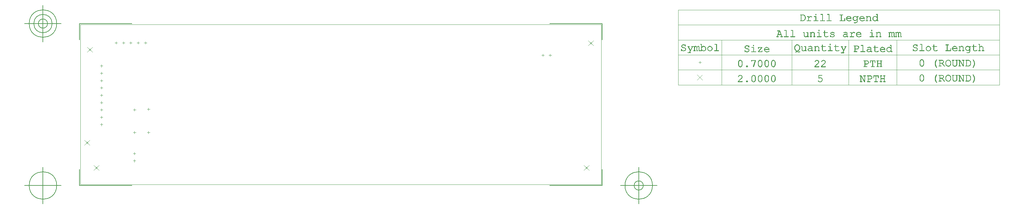
<source format=gbr>
G04 Generated by Ultiboard 14.2 *
%FSLAX34Y34*%
%MOMM*%

%ADD10C,0.0001*%
%ADD11C,0.0100*%
%ADD12C,0.1000*%
%ADD13C,0.0010*%
%ADD14C,0.1270*%


G04 ColorRGB 000000 for the following layer *
%LNDrill Symbols-Copper Top-Copper Bottom*%
%LPD*%
G54D11*
X185420Y138740D02*
X185420Y145740D01*
X181920Y142240D02*
X188920Y142240D01*
X185420Y202240D02*
X185420Y209240D01*
X181920Y205740D02*
X188920Y205740D01*
X147320Y138740D02*
X147320Y145740D01*
X143820Y142240D02*
X150820Y142240D01*
X147320Y200500D02*
X147320Y207500D01*
X143820Y204000D02*
X150820Y204000D01*
X147000Y81500D02*
X147000Y88500D01*
X143500Y85000D02*
X150500Y85000D01*
X147000Y61500D02*
X147000Y68500D01*
X143500Y65000D02*
X150500Y65000D01*
X57000Y160500D02*
X57000Y167500D01*
X53500Y164000D02*
X60500Y164000D01*
X57000Y320500D02*
X57000Y327500D01*
X53500Y324000D02*
X60500Y324000D01*
X57000Y300500D02*
X57000Y307500D01*
X53500Y304000D02*
X60500Y304000D01*
X57000Y280500D02*
X57000Y287500D01*
X53500Y284000D02*
X60500Y284000D01*
X57000Y260500D02*
X57000Y267500D01*
X53500Y264000D02*
X60500Y264000D01*
X57000Y240500D02*
X57000Y247500D01*
X53500Y244000D02*
X60500Y244000D01*
X57000Y220500D02*
X57000Y227500D01*
X53500Y224000D02*
X60500Y224000D01*
X57000Y200500D02*
X57000Y207500D01*
X53500Y204000D02*
X60500Y204000D01*
X57000Y180500D02*
X57000Y187500D01*
X53500Y184000D02*
X60500Y184000D01*
X1281000Y349500D02*
X1281000Y356500D01*
X1277500Y353000D02*
X1284500Y353000D01*
X1261000Y349500D02*
X1261000Y356500D01*
X1257500Y353000D02*
X1264500Y353000D01*
X177000Y383500D02*
X177000Y390500D01*
X173500Y387000D02*
X180500Y387000D01*
X157000Y383500D02*
X157000Y390500D01*
X153500Y387000D02*
X160500Y387000D01*
X137000Y383500D02*
X137000Y390500D01*
X133500Y387000D02*
X140500Y387000D01*
X117000Y383500D02*
X117000Y390500D01*
X113500Y387000D02*
X120500Y387000D01*
X97000Y383500D02*
X97000Y390500D01*
X93500Y387000D02*
X100500Y387000D01*
X1685874Y333516D02*
X1692874Y333516D01*
X1689374Y330016D02*
X1689374Y337016D01*
G54D12*
X18329Y375371D02*
X32471Y361229D01*
X18329Y361229D02*
X32471Y375371D01*
X10709Y121371D02*
X24851Y107229D01*
X10709Y107229D02*
X24851Y121371D01*
X36109Y52791D02*
X50251Y38649D01*
X36109Y38649D02*
X50251Y52791D01*
X1384849Y393151D02*
X1398991Y379009D01*
X1384849Y379009D02*
X1398991Y393151D01*
X1372929Y52791D02*
X1387071Y38649D01*
X1372929Y38649D02*
X1387071Y52791D01*
X1682303Y285445D02*
X1696445Y299587D01*
X1682303Y299587D02*
X1696445Y285445D01*
G54D13*
G36*
X2299961Y294530D02*
X2299961Y294530D01*
X2299719Y295900D01*
X2299923Y288013D01*
X2299961Y294530D01*
D02*
G37*
X2299719Y295900D01*
X2299923Y288013D01*
X2299961Y294530D01*
G36*
X2299961Y294530D01*
X2299923Y288013D01*
X2300041Y289894D01*
X2299961Y294530D01*
D02*
G37*
X2299923Y288013D01*
X2300041Y289894D01*
X2299961Y294530D01*
G36*
X2299961Y294530D01*
X2300041Y289894D01*
X2300041Y292941D01*
X2299961Y294530D01*
D02*
G37*
X2300041Y289894D01*
X2300041Y292941D01*
X2299961Y294530D01*
G36*
X2299419Y296826D02*
X2299419Y296826D01*
X2299923Y288013D01*
X2299719Y295900D01*
X2299419Y296826D01*
D02*
G37*
X2299923Y288013D01*
X2299719Y295900D01*
X2299419Y296826D01*
G36*
X2299923Y288013D02*
X2299923Y288013D01*
X2299419Y296826D01*
X2298987Y297848D01*
X2299923Y288013D01*
D02*
G37*
X2299419Y296826D01*
X2298987Y297848D01*
X2299923Y288013D01*
G36*
X2298987Y297848D02*
X2298987Y297848D01*
X2298978Y284870D01*
X2299923Y288013D01*
X2298987Y297848D01*
D02*
G37*
X2298978Y284870D01*
X2299923Y288013D01*
X2298987Y297848D01*
G36*
X2298978Y284870D02*
X2298978Y284870D01*
X2298987Y297848D01*
X2298811Y292780D01*
X2298978Y284870D01*
D02*
G37*
X2298987Y297848D01*
X2298811Y292780D01*
X2298978Y284870D01*
G36*
X2298811Y292780D02*
X2298811Y292780D01*
X2298811Y290070D01*
X2298978Y284870D01*
X2298811Y292780D01*
D02*
G37*
X2298811Y290070D01*
X2298978Y284870D01*
X2298811Y292780D01*
G36*
X2297214Y298419D02*
X2297214Y298419D01*
X2297306Y300106D01*
X2296793Y298895D01*
X2297214Y298419D01*
D02*
G37*
X2297306Y300106D01*
X2296793Y298895D01*
X2297214Y298419D01*
G36*
X2297306Y300106D02*
X2297306Y300106D01*
X2297214Y298419D01*
X2297798Y297374D01*
X2297306Y300106D01*
D02*
G37*
X2297214Y298419D01*
X2297798Y297374D01*
X2297306Y300106D01*
G36*
X2297798Y297374D02*
X2297798Y297374D01*
X2298049Y299415D01*
X2297306Y300106D01*
X2297798Y297374D01*
D02*
G37*
X2298049Y299415D01*
X2297306Y300106D01*
X2297798Y297374D01*
G36*
X2298049Y299415D02*
X2298049Y299415D01*
X2297798Y297374D01*
X2298320Y296024D01*
X2298049Y299415D01*
D02*
G37*
X2297798Y297374D01*
X2298320Y296024D01*
X2298049Y299415D01*
G36*
X2298320Y296024D02*
X2298320Y296024D01*
X2298503Y298775D01*
X2298049Y299415D01*
X2298320Y296024D01*
D02*
G37*
X2298503Y298775D01*
X2298049Y299415D01*
X2298320Y296024D01*
G36*
X2298503Y298775D02*
X2298503Y298775D01*
X2298320Y296024D01*
X2298688Y294462D01*
X2298503Y298775D01*
D02*
G37*
X2298320Y296024D01*
X2298688Y294462D01*
X2298503Y298775D01*
G36*
X2298688Y294462D02*
X2298688Y294462D01*
X2298987Y297848D01*
X2298503Y298775D01*
X2298688Y294462D01*
D02*
G37*
X2298987Y297848D01*
X2298503Y298775D01*
X2298688Y294462D01*
G36*
X2298987Y297848D02*
X2298987Y297848D01*
X2298688Y294462D01*
X2298811Y292780D01*
X2298987Y297848D01*
D02*
G37*
X2298688Y294462D01*
X2298811Y292780D01*
X2298987Y297848D01*
G36*
X2295376Y299683D02*
X2295376Y299683D01*
X2295434Y300948D01*
X2294387Y299811D01*
X2295376Y299683D01*
D02*
G37*
X2295434Y300948D01*
X2294387Y299811D01*
X2295376Y299683D01*
G36*
X2295434Y300948D02*
X2295434Y300948D01*
X2295376Y299683D01*
X2296262Y299298D01*
X2295434Y300948D01*
D02*
G37*
X2295376Y299683D01*
X2296262Y299298D01*
X2295434Y300948D01*
G36*
X2296262Y299298D02*
X2296262Y299298D01*
X2296423Y300624D01*
X2295434Y300948D01*
X2296262Y299298D01*
D02*
G37*
X2296423Y300624D01*
X2295434Y300948D01*
X2296262Y299298D01*
G36*
X2296423Y300624D02*
X2296423Y300624D01*
X2296262Y299298D01*
X2296793Y298895D01*
X2296423Y300624D01*
D02*
G37*
X2296262Y299298D01*
X2296793Y298895D01*
X2296423Y300624D01*
G36*
X2296793Y298895D02*
X2296793Y298895D01*
X2297306Y300106D01*
X2296423Y300624D01*
X2296793Y298895D01*
D02*
G37*
X2297306Y300106D01*
X2296423Y300624D01*
X2296793Y298895D01*
G36*
X2290637Y296603D02*
X2290637Y296603D01*
X2290637Y299240D01*
X2290051Y294142D01*
X2290637Y296603D01*
D02*
G37*
X2290637Y299240D01*
X2290051Y294142D01*
X2290637Y296603D01*
G36*
X2290637Y299240D02*
X2290637Y299240D01*
X2290637Y296603D01*
X2291150Y297702D01*
X2290637Y299240D01*
D02*
G37*
X2290637Y296603D01*
X2291150Y297702D01*
X2290637Y299240D01*
G36*
X2291150Y297702D02*
X2291150Y297702D01*
X2291425Y300034D01*
X2290637Y299240D01*
X2291150Y297702D01*
D02*
G37*
X2291425Y300034D01*
X2290637Y299240D01*
X2291150Y297702D01*
G36*
X2291425Y300034D02*
X2291425Y300034D01*
X2291150Y297702D01*
X2291791Y298624D01*
X2291425Y300034D01*
D02*
G37*
X2291150Y297702D01*
X2291791Y298624D01*
X2291425Y300034D01*
G36*
X2291791Y298624D02*
X2291791Y298624D01*
X2293293Y300943D01*
X2291425Y300034D01*
X2291791Y298624D01*
D02*
G37*
X2293293Y300943D01*
X2291425Y300034D01*
X2291791Y298624D01*
G36*
X2293293Y300943D02*
X2293293Y300943D01*
X2291791Y298624D01*
X2293410Y299679D01*
X2293293Y300943D01*
D02*
G37*
X2291791Y298624D01*
X2293410Y299679D01*
X2293293Y300943D01*
G36*
X2293410Y299679D02*
X2293410Y299679D01*
X2294372Y301056D01*
X2293293Y300943D01*
X2293410Y299679D01*
D02*
G37*
X2294372Y301056D01*
X2293293Y300943D01*
X2293410Y299679D01*
G36*
X2294372Y301056D02*
X2294372Y301056D01*
X2293410Y299679D01*
X2294387Y299811D01*
X2294372Y301056D01*
D02*
G37*
X2293410Y299679D01*
X2294387Y299811D01*
X2294372Y301056D01*
G36*
X2294387Y299811D02*
X2294387Y299811D01*
X2295434Y300948D01*
X2294372Y301056D01*
X2294387Y299811D01*
D02*
G37*
X2295434Y300948D01*
X2294372Y301056D01*
X2294387Y299811D01*
G36*
X2289810Y297978D02*
X2289810Y297978D01*
X2288865Y294829D01*
X2289084Y286950D01*
X2289810Y297978D01*
D02*
G37*
X2288865Y294829D01*
X2289084Y286950D01*
X2289810Y297978D01*
G36*
X2289810Y297978D01*
X2289084Y286950D01*
X2289375Y286012D01*
X2289810Y297978D01*
D02*
G37*
X2289084Y286950D01*
X2289375Y286012D01*
X2289810Y297978D01*
G36*
X2289810Y297978D01*
X2289375Y286012D01*
X2289809Y284987D01*
X2289810Y297978D01*
D02*
G37*
X2289375Y286012D01*
X2289809Y284987D01*
X2289810Y297978D01*
G36*
X2289810Y297978D01*
X2289809Y284987D01*
X2289978Y290070D01*
X2289810Y297978D01*
D02*
G37*
X2289809Y284987D01*
X2289978Y290070D01*
X2289810Y297978D01*
G36*
X2289810Y297978D01*
X2289978Y290070D01*
X2289978Y292780D01*
X2289810Y297978D01*
D02*
G37*
X2289978Y290070D01*
X2289978Y292780D01*
X2289810Y297978D01*
G36*
X2289810Y297978D01*
X2289978Y292780D01*
X2290051Y294142D01*
X2289810Y297978D01*
D02*
G37*
X2289978Y292780D01*
X2290051Y294142D01*
X2289810Y297978D01*
G36*
X2289810Y297978D01*
X2290051Y294142D01*
X2290637Y299240D01*
X2289810Y297978D01*
D02*
G37*
X2290051Y294142D01*
X2290637Y299240D01*
X2289810Y297978D01*
G36*
X2298738Y288707D02*
X2298738Y288707D01*
X2298978Y284870D01*
X2298811Y290070D01*
X2298738Y288707D01*
D02*
G37*
X2298978Y284870D01*
X2298811Y290070D01*
X2298738Y288707D01*
G36*
X2298978Y284870D02*
X2298978Y284870D01*
X2298738Y288707D01*
X2298152Y286242D01*
X2298978Y284870D01*
D02*
G37*
X2298738Y288707D01*
X2298152Y286242D01*
X2298978Y284870D01*
G36*
X2298152Y286242D02*
X2298152Y286242D01*
X2298152Y283610D01*
X2298978Y284870D01*
X2298152Y286242D01*
D02*
G37*
X2298152Y283610D01*
X2298978Y284870D01*
X2298152Y286242D01*
G36*
X2298152Y283610D02*
X2298152Y283610D01*
X2298152Y286242D01*
X2297639Y285141D01*
X2298152Y283610D01*
D02*
G37*
X2298152Y286242D01*
X2297639Y285141D01*
X2298152Y283610D01*
G36*
X2297639Y285141D02*
X2297639Y285141D01*
X2297363Y282815D01*
X2298152Y283610D01*
X2297639Y285141D01*
D02*
G37*
X2297363Y282815D01*
X2298152Y283610D01*
X2297639Y285141D01*
G36*
X2297363Y282815D02*
X2297363Y282815D01*
X2297639Y285141D01*
X2296998Y284214D01*
X2297363Y282815D01*
D02*
G37*
X2297639Y285141D01*
X2296998Y284214D01*
X2297363Y282815D01*
G36*
X2296998Y284214D02*
X2296998Y284214D01*
X2295496Y281907D01*
X2297363Y282815D01*
X2296998Y284214D01*
D02*
G37*
X2295496Y281907D01*
X2297363Y282815D01*
X2296998Y284214D01*
G36*
X2295496Y281907D02*
X2295496Y281907D01*
X2296998Y284214D01*
X2295387Y283156D01*
X2295496Y281907D01*
D02*
G37*
X2296998Y284214D01*
X2295387Y283156D01*
X2295496Y281907D01*
G36*
X2295387Y283156D02*
X2295387Y283156D01*
X2294416Y283024D01*
X2295496Y281907D01*
X2295387Y283156D01*
D02*
G37*
X2294416Y283024D01*
X2295496Y281907D01*
X2295387Y283156D01*
G36*
X2294416Y283024D02*
X2294416Y283024D01*
X2294416Y281794D01*
X2295496Y281907D01*
X2294416Y283024D01*
D02*
G37*
X2294416Y281794D01*
X2295496Y281907D01*
X2294416Y283024D01*
G36*
X2294416Y281794D02*
X2294416Y281794D01*
X2294416Y283024D01*
X2293416Y283156D01*
X2294416Y281794D01*
D02*
G37*
X2294416Y283024D01*
X2293416Y283156D01*
X2294416Y281794D01*
G36*
X2293416Y283156D02*
X2293416Y283156D01*
X2293363Y281902D01*
X2294416Y281794D01*
X2293416Y283156D01*
D02*
G37*
X2293363Y281902D01*
X2294416Y281794D01*
X2293416Y283156D01*
G36*
X2293363Y281902D02*
X2293363Y281902D01*
X2293416Y283156D01*
X2292527Y283551D01*
X2293363Y281902D01*
D02*
G37*
X2293416Y283156D01*
X2292527Y283551D01*
X2293363Y281902D01*
G36*
X2292527Y283551D02*
X2292527Y283551D01*
X2292373Y282226D01*
X2293363Y281902D01*
X2292527Y283551D01*
D02*
G37*
X2292373Y282226D01*
X2293363Y281902D01*
X2292527Y283551D01*
G36*
X2292373Y282226D02*
X2292373Y282226D01*
X2292527Y283551D01*
X2291999Y283950D01*
X2292373Y282226D01*
D02*
G37*
X2292527Y283551D01*
X2291999Y283950D01*
X2292373Y282226D01*
G36*
X2291999Y283950D02*
X2291999Y283950D01*
X2291589Y284415D01*
X2292373Y282226D01*
X2291999Y283950D01*
D02*
G37*
X2291589Y284415D01*
X2292373Y282226D01*
X2291999Y283950D01*
G36*
X2291589Y284415D02*
X2291589Y284415D01*
X2291485Y282744D01*
X2292373Y282226D01*
X2291589Y284415D01*
D02*
G37*
X2291485Y282744D01*
X2292373Y282226D01*
X2291589Y284415D01*
G36*
X2291485Y282744D02*
X2291485Y282744D01*
X2291589Y284415D01*
X2290994Y285463D01*
X2291485Y282744D01*
D02*
G37*
X2291589Y284415D01*
X2290994Y285463D01*
X2291485Y282744D01*
G36*
X2290994Y285463D02*
X2290994Y285463D01*
X2290739Y283434D01*
X2291485Y282744D01*
X2290994Y285463D01*
D02*
G37*
X2290739Y283434D01*
X2291485Y282744D01*
X2290994Y285463D01*
G36*
X2290739Y283434D02*
X2290739Y283434D01*
X2290994Y285463D01*
X2290468Y286818D01*
X2290739Y283434D01*
D02*
G37*
X2290994Y285463D01*
X2290468Y286818D01*
X2290739Y283434D01*
G36*
X2290468Y286818D02*
X2290468Y286818D01*
X2290295Y284064D01*
X2290739Y283434D01*
X2290468Y286818D01*
D02*
G37*
X2290295Y284064D01*
X2290739Y283434D01*
X2290468Y286818D01*
G36*
X2290295Y284064D02*
X2290295Y284064D01*
X2290468Y286818D01*
X2290100Y288385D01*
X2290295Y284064D01*
D02*
G37*
X2290468Y286818D01*
X2290100Y288385D01*
X2290295Y284064D01*
G36*
X2290100Y288385D02*
X2290100Y288385D01*
X2289978Y290070D01*
X2290295Y284064D01*
X2290100Y288385D01*
D02*
G37*
X2289978Y290070D01*
X2290295Y284064D01*
X2290100Y288385D01*
G36*
X2288832Y288316D02*
X2288832Y288316D01*
X2289084Y286950D01*
X2288865Y294829D01*
X2288832Y288316D01*
D02*
G37*
X2289084Y286950D01*
X2288865Y294829D01*
X2288832Y288316D01*
G36*
X2288832Y288316D01*
X2288865Y294829D01*
X2288747Y292941D01*
X2288832Y288316D01*
D02*
G37*
X2288865Y294829D01*
X2288747Y292941D01*
X2288832Y288316D01*
G36*
X2288832Y288316D01*
X2288747Y292941D01*
X2288747Y289894D01*
X2288832Y288316D01*
D02*
G37*
X2288747Y292941D01*
X2288747Y289894D01*
X2288832Y288316D01*
G36*
X2289978Y290070D02*
X2289978Y290070D01*
X2289809Y284987D01*
X2290295Y284064D01*
X2289978Y290070D01*
D02*
G37*
X2289809Y284987D01*
X2290295Y284064D01*
X2289978Y290070D01*
G36*
X2335166Y300247D02*
X2335166Y300247D01*
X2335029Y300441D01*
X2335110Y299694D01*
X2335166Y300247D01*
D02*
G37*
X2335029Y300441D01*
X2335110Y299694D01*
X2335166Y300247D01*
G36*
X2335166Y300247D01*
X2335110Y299694D01*
X2335187Y299862D01*
X2335166Y300247D01*
D02*
G37*
X2335110Y299694D01*
X2335187Y299862D01*
X2335166Y300247D01*
G36*
X2335166Y300247D01*
X2335187Y299862D01*
X2335212Y300016D01*
X2335166Y300247D01*
D02*
G37*
X2335187Y299862D01*
X2335212Y300016D01*
X2335166Y300247D01*
G36*
X2335110Y299694D02*
X2335110Y299694D01*
X2335029Y300441D01*
X2334826Y300573D01*
X2335110Y299694D01*
D02*
G37*
X2335029Y300441D01*
X2334826Y300573D01*
X2335110Y299694D01*
G36*
X2335110Y299694D01*
X2334826Y300573D01*
X2334582Y300617D01*
X2335110Y299694D01*
D02*
G37*
X2334826Y300573D01*
X2334582Y300617D01*
X2335110Y299694D01*
G36*
X2335110Y299694D01*
X2334582Y300617D01*
X2334384Y300576D01*
X2335110Y299694D01*
D02*
G37*
X2334582Y300617D01*
X2334384Y300576D01*
X2335110Y299694D01*
G36*
X2335110Y299694D01*
X2334384Y300576D01*
X2334201Y300455D01*
X2335110Y299694D01*
D02*
G37*
X2334384Y300576D01*
X2334201Y300455D01*
X2335110Y299694D01*
G36*
X2335110Y299694D01*
X2334201Y300455D01*
X2333729Y296874D01*
X2335110Y299694D01*
D02*
G37*
X2334201Y300455D01*
X2333729Y296874D01*
X2335110Y299694D01*
G36*
X2332293Y291930D02*
X2332293Y291930D01*
X2332385Y297467D01*
X2332121Y289528D01*
X2332293Y291930D01*
D02*
G37*
X2332385Y297467D01*
X2332121Y289528D01*
X2332293Y291930D01*
G36*
X2332385Y297467D02*
X2332385Y297467D01*
X2332293Y291930D01*
X2332810Y294332D01*
X2332385Y297467D01*
D02*
G37*
X2332293Y291930D01*
X2332810Y294332D01*
X2332385Y297467D01*
G36*
X2332810Y294332D02*
X2332810Y294332D01*
X2333462Y299452D01*
X2332385Y297467D01*
X2332810Y294332D01*
D02*
G37*
X2333462Y299452D01*
X2332385Y297467D01*
X2332810Y294332D01*
G36*
X2333462Y299452D02*
X2333462Y299452D01*
X2332810Y294332D01*
X2333729Y296874D01*
X2333462Y299452D01*
D02*
G37*
X2332810Y294332D01*
X2333729Y296874D01*
X2333462Y299452D01*
G36*
X2333729Y296874D02*
X2333729Y296874D01*
X2334201Y300455D01*
X2333462Y299452D01*
X2333729Y296874D01*
D02*
G37*
X2334201Y300455D01*
X2333462Y299452D01*
X2333729Y296874D01*
G36*
X2332385Y297467D02*
X2332385Y297467D01*
X2331389Y283778D01*
X2332121Y289528D01*
X2332385Y297467D01*
D02*
G37*
X2331389Y283778D01*
X2332121Y289528D01*
X2332385Y297467D01*
G36*
X2331389Y283778D02*
X2331389Y283778D01*
X2332385Y297467D01*
X2331341Y295138D01*
X2331389Y283778D01*
D02*
G37*
X2332385Y297467D01*
X2331341Y295138D01*
X2331389Y283778D01*
G36*
X2331341Y295138D02*
X2331341Y295138D01*
X2330730Y285778D01*
X2331389Y283778D01*
X2331341Y295138D01*
D02*
G37*
X2330730Y285778D01*
X2331389Y283778D01*
X2331341Y295138D01*
G36*
X2330730Y285778D02*
X2330730Y285778D01*
X2331341Y295138D01*
X2330700Y293102D01*
X2330730Y285778D01*
D02*
G37*
X2331341Y295138D01*
X2330700Y293102D01*
X2330730Y285778D01*
G36*
X2330700Y293102D02*
X2330700Y293102D01*
X2330378Y287645D01*
X2330730Y285778D01*
X2330700Y293102D01*
D02*
G37*
X2330378Y287645D01*
X2330730Y285778D01*
X2330700Y293102D01*
G36*
X2330378Y287645D02*
X2330378Y287645D01*
X2330700Y293102D01*
X2330371Y291264D01*
X2330378Y287645D01*
D02*
G37*
X2330700Y293102D01*
X2330371Y291264D01*
X2330378Y287645D01*
G36*
X2330371Y291264D02*
X2330371Y291264D01*
X2330261Y289528D01*
X2330378Y287645D01*
X2330371Y291264D01*
D02*
G37*
X2330261Y289528D01*
X2330378Y287645D01*
X2330371Y291264D01*
G36*
X2335029Y278608D02*
X2335029Y278608D01*
X2335110Y279362D01*
X2334826Y278470D01*
X2335029Y278608D01*
D02*
G37*
X2335110Y279362D01*
X2334826Y278470D01*
X2335029Y278608D01*
G36*
X2335110Y279362D02*
X2335110Y279362D01*
X2335029Y278608D01*
X2335166Y278807D01*
X2335110Y279362D01*
D02*
G37*
X2335029Y278608D01*
X2335166Y278807D01*
X2335110Y279362D01*
G36*
X2335166Y278807D02*
X2335166Y278807D01*
X2335187Y279193D01*
X2335110Y279362D01*
X2335166Y278807D01*
D02*
G37*
X2335187Y279193D01*
X2335110Y279362D01*
X2335166Y278807D01*
G36*
X2335187Y279193D02*
X2335187Y279193D01*
X2335166Y278807D01*
X2335212Y279040D01*
X2335187Y279193D01*
D02*
G37*
X2335166Y278807D01*
X2335212Y279040D01*
X2335187Y279193D01*
G36*
X2335110Y279362D02*
X2335110Y279362D01*
X2333729Y282171D01*
X2334201Y278586D01*
X2335110Y279362D01*
D02*
G37*
X2333729Y282171D01*
X2334201Y278586D01*
X2335110Y279362D01*
G36*
X2335110Y279362D01*
X2334201Y278586D01*
X2334384Y278465D01*
X2335110Y279362D01*
D02*
G37*
X2334201Y278586D01*
X2334384Y278465D01*
X2335110Y279362D01*
G36*
X2335110Y279362D01*
X2334384Y278465D01*
X2334582Y278424D01*
X2335110Y279362D01*
D02*
G37*
X2334384Y278465D01*
X2334582Y278424D01*
X2335110Y279362D01*
G36*
X2335110Y279362D01*
X2334582Y278424D01*
X2334826Y278470D01*
X2335110Y279362D01*
D02*
G37*
X2334582Y278424D01*
X2334826Y278470D01*
X2335110Y279362D01*
G36*
X2333729Y282171D02*
X2333729Y282171D01*
X2333487Y279563D01*
X2334201Y278586D01*
X2333729Y282171D01*
D02*
G37*
X2333487Y279563D01*
X2334201Y278586D01*
X2333729Y282171D01*
G36*
X2333487Y279563D02*
X2333487Y279563D01*
X2333729Y282171D01*
X2332810Y284708D01*
X2333487Y279563D01*
D02*
G37*
X2333729Y282171D01*
X2332810Y284708D01*
X2333487Y279563D01*
G36*
X2332810Y284708D02*
X2332810Y284708D01*
X2332429Y281501D01*
X2333487Y279563D01*
X2332810Y284708D01*
D02*
G37*
X2332429Y281501D01*
X2333487Y279563D01*
X2332810Y284708D01*
G36*
X2332429Y281501D02*
X2332429Y281501D01*
X2332810Y284708D01*
X2332293Y287114D01*
X2332429Y281501D01*
D02*
G37*
X2332810Y284708D01*
X2332293Y287114D01*
X2332429Y281501D01*
G36*
X2332293Y287114D02*
X2332293Y287114D01*
X2332121Y289528D01*
X2332429Y281501D01*
X2332293Y287114D01*
D02*
G37*
X2332121Y289528D01*
X2332429Y281501D01*
X2332293Y287114D01*
G36*
X2332429Y281501D02*
X2332429Y281501D01*
X2332121Y289528D01*
X2331389Y283778D01*
X2332429Y281501D01*
D02*
G37*
X2332121Y289528D01*
X2331389Y283778D01*
X2332429Y281501D01*
G36*
X2354303Y295518D02*
X2354303Y295518D01*
X2354158Y293345D01*
X2354402Y294625D01*
X2354303Y295518D01*
D02*
G37*
X2354158Y293345D01*
X2354402Y294625D01*
X2354303Y295518D01*
G36*
X2354158Y293345D02*
X2354158Y293345D01*
X2354303Y295518D01*
X2353516Y297162D01*
X2354158Y293345D01*
D02*
G37*
X2354303Y295518D01*
X2353516Y297162D01*
X2354158Y293345D01*
G36*
X2353516Y297162D02*
X2353516Y297162D01*
X2353427Y292142D01*
X2354158Y293345D01*
X2353516Y297162D01*
D02*
G37*
X2353427Y292142D01*
X2354158Y293345D01*
X2353516Y297162D01*
G36*
X2353427Y292142D02*
X2353427Y292142D01*
X2353516Y297162D01*
X2353171Y294684D01*
X2353427Y292142D01*
D02*
G37*
X2353516Y297162D01*
X2353171Y294684D01*
X2353427Y292142D01*
G36*
X2353171Y294684D02*
X2353171Y294684D01*
X2353023Y293871D01*
X2353427Y292142D01*
X2353171Y294684D01*
D02*
G37*
X2353023Y293871D01*
X2353427Y292142D01*
X2353171Y294684D01*
G36*
X2351933Y297028D02*
X2351933Y297028D01*
X2351994Y298552D01*
X2351281Y297515D01*
X2351933Y297028D01*
D02*
G37*
X2351994Y298552D01*
X2351281Y297515D01*
X2351933Y297028D01*
G36*
X2351994Y298552D02*
X2351994Y298552D01*
X2351933Y297028D01*
X2352475Y296464D01*
X2351994Y298552D01*
D02*
G37*
X2351933Y297028D01*
X2352475Y296464D01*
X2351994Y298552D01*
G36*
X2352475Y296464D02*
X2352475Y296464D01*
X2352827Y297914D01*
X2351994Y298552D01*
X2352475Y296464D01*
D02*
G37*
X2352827Y297914D01*
X2351994Y298552D01*
X2352475Y296464D01*
G36*
X2352827Y297914D02*
X2352827Y297914D01*
X2352475Y296464D01*
X2353094Y295292D01*
X2352827Y297914D01*
D02*
G37*
X2352475Y296464D01*
X2353094Y295292D01*
X2352827Y297914D01*
G36*
X2353094Y295292D02*
X2353094Y295292D01*
X2353516Y297162D01*
X2352827Y297914D01*
X2353094Y295292D01*
D02*
G37*
X2353516Y297162D01*
X2352827Y297914D01*
X2353094Y295292D01*
G36*
X2353516Y297162D02*
X2353516Y297162D01*
X2353094Y295292D01*
X2353171Y294684D01*
X2353516Y297162D01*
D02*
G37*
X2353094Y295292D01*
X2353171Y294684D01*
X2353516Y297162D01*
G36*
X2348923Y298141D02*
X2348923Y298141D01*
X2348952Y299371D01*
X2344397Y298141D01*
X2348923Y298141D01*
D02*
G37*
X2348952Y299371D01*
X2344397Y298141D01*
X2348923Y298141D01*
G36*
X2348952Y299371D02*
X2348952Y299371D01*
X2348923Y298141D01*
X2349776Y298071D01*
X2348952Y299371D01*
D02*
G37*
X2348923Y298141D01*
X2349776Y298071D01*
X2348952Y299371D01*
G36*
X2349776Y298071D02*
X2349776Y298071D01*
X2350057Y299280D01*
X2348952Y299371D01*
X2349776Y298071D01*
D02*
G37*
X2350057Y299280D01*
X2348952Y299371D01*
X2349776Y298071D01*
G36*
X2350057Y299280D02*
X2350057Y299280D01*
X2349776Y298071D01*
X2351281Y297515D01*
X2350057Y299280D01*
D02*
G37*
X2349776Y298071D01*
X2351281Y297515D01*
X2350057Y299280D01*
G36*
X2351281Y297515D02*
X2351281Y297515D01*
X2351994Y298552D01*
X2350057Y299280D01*
X2351281Y297515D01*
D02*
G37*
X2351994Y298552D01*
X2350057Y299280D01*
X2351281Y297515D01*
G36*
X2347751Y291110D02*
X2347751Y291110D01*
X2348308Y289879D01*
X2349287Y291256D01*
X2347751Y291110D01*
D02*
G37*
X2348308Y289879D01*
X2349287Y291256D01*
X2347751Y291110D01*
G36*
X2348308Y289879D02*
X2348308Y289879D01*
X2347751Y291110D01*
X2344397Y291110D01*
X2348308Y289879D01*
D02*
G37*
X2347751Y291110D01*
X2344397Y291110D01*
X2348308Y289879D01*
G36*
X2344397Y291110D02*
X2344397Y291110D01*
X2344397Y289879D01*
X2348308Y289879D01*
X2344397Y291110D01*
D02*
G37*
X2344397Y289879D01*
X2348308Y289879D01*
X2344397Y291110D01*
G36*
X2344397Y289879D02*
X2344397Y289879D01*
X2344397Y298141D01*
X2344397Y289879D01*
D02*
G37*
X2344397Y298141D01*
X2344397Y289879D01*
G36*
X2344397Y298141D02*
X2344397Y298141D01*
X2344397Y283463D01*
X2344397Y289879D01*
X2344397Y298141D01*
D02*
G37*
X2344397Y283463D01*
X2344397Y289879D01*
X2344397Y298141D01*
G36*
X2344397Y283463D02*
X2344397Y283463D01*
X2344397Y298141D01*
X2343166Y298141D01*
X2344397Y283463D01*
D02*
G37*
X2344397Y298141D01*
X2343166Y298141D01*
X2344397Y283463D01*
G36*
X2343166Y298141D02*
X2343166Y298141D01*
X2343166Y283463D01*
X2344397Y283463D01*
X2343166Y298141D01*
D02*
G37*
X2343166Y283463D01*
X2344397Y283463D01*
X2343166Y298141D01*
G36*
X2340738Y298505D02*
X2340738Y298505D01*
X2340738Y299007D01*
X2340691Y298756D01*
X2340738Y298505D01*
D02*
G37*
X2340738Y299007D01*
X2340691Y298756D01*
X2340738Y298505D01*
G36*
X2340738Y299007D02*
X2340738Y299007D01*
X2340738Y298505D01*
X2340881Y298309D01*
X2340738Y299007D01*
D02*
G37*
X2340738Y298505D01*
X2340881Y298309D01*
X2340738Y299007D01*
G36*
X2340881Y298309D02*
X2340881Y298309D01*
X2340881Y299203D01*
X2340738Y299007D01*
X2340881Y298309D01*
D02*
G37*
X2340881Y299203D01*
X2340738Y299007D01*
X2340881Y298309D01*
G36*
X2340881Y299203D02*
X2340881Y299203D01*
X2340881Y298309D01*
X2341134Y298183D01*
X2340881Y299203D01*
D02*
G37*
X2340881Y298309D01*
X2341134Y298183D01*
X2340881Y299203D01*
G36*
X2341134Y298183D02*
X2341134Y298183D01*
X2341134Y299329D01*
X2340881Y299203D01*
X2341134Y298183D01*
D02*
G37*
X2341134Y299329D01*
X2340881Y299203D01*
X2341134Y298183D01*
G36*
X2341134Y299329D02*
X2341134Y299329D01*
X2341134Y298183D01*
X2341511Y298141D01*
X2341134Y299329D01*
D02*
G37*
X2341134Y298183D01*
X2341511Y298141D01*
X2341134Y299329D01*
G36*
X2341511Y298141D02*
X2341511Y298141D01*
X2341511Y299371D01*
X2341134Y299329D01*
X2341511Y298141D01*
D02*
G37*
X2341511Y299371D01*
X2341134Y299329D01*
X2341511Y298141D01*
G36*
X2341511Y299371D02*
X2341511Y299371D01*
X2341511Y298141D01*
X2343166Y298141D01*
X2341511Y299371D01*
D02*
G37*
X2341511Y298141D01*
X2343166Y298141D01*
X2341511Y299371D01*
G36*
X2343166Y298141D02*
X2343166Y298141D01*
X2348952Y299371D01*
X2341511Y299371D01*
X2343166Y298141D01*
D02*
G37*
X2348952Y299371D01*
X2341511Y299371D01*
X2343166Y298141D01*
G36*
X2348952Y299371D02*
X2348952Y299371D01*
X2343166Y298141D01*
X2344397Y298141D01*
X2348952Y299371D01*
D02*
G37*
X2343166Y298141D01*
X2344397Y298141D01*
X2348952Y299371D01*
G36*
X2352858Y291584D02*
X2352858Y291584D01*
X2353427Y292142D01*
X2353023Y293871D01*
X2352858Y291584D01*
D02*
G37*
X2353427Y292142D01*
X2353023Y293871D01*
X2352858Y291584D01*
G36*
X2352858Y291584D01*
X2353023Y293871D01*
X2352578Y293073D01*
X2352858Y291584D01*
D02*
G37*
X2353023Y293871D01*
X2352578Y293073D01*
X2352858Y291584D01*
G36*
X2352858Y291584D01*
X2352578Y293073D01*
X2351805Y292333D01*
X2352858Y291584D01*
D02*
G37*
X2352578Y293073D01*
X2351805Y292333D01*
X2352858Y291584D01*
G36*
X2352858Y291584D01*
X2351805Y292333D01*
X2351229Y290614D01*
X2352858Y291584D01*
D02*
G37*
X2351805Y292333D01*
X2351229Y290614D01*
X2352858Y291584D01*
G36*
X2349840Y288949D02*
X2349840Y288949D01*
X2349287Y291256D01*
X2348308Y289879D01*
X2349840Y288949D01*
D02*
G37*
X2349287Y291256D01*
X2348308Y289879D01*
X2349840Y288949D01*
G36*
X2349287Y291256D02*
X2349287Y291256D01*
X2349840Y288949D01*
X2350168Y290202D01*
X2349287Y291256D01*
D02*
G37*
X2349840Y288949D01*
X2350168Y290202D01*
X2349287Y291256D01*
G36*
X2350168Y290202D02*
X2350168Y290202D01*
X2350674Y291696D01*
X2349287Y291256D01*
X2350168Y290202D01*
D02*
G37*
X2350674Y291696D01*
X2349287Y291256D01*
X2350168Y290202D01*
G36*
X2350674Y291696D02*
X2350674Y291696D01*
X2350168Y290202D01*
X2351229Y290614D01*
X2350674Y291696D01*
D02*
G37*
X2350168Y290202D01*
X2351229Y290614D01*
X2350674Y291696D01*
G36*
X2351229Y290614D02*
X2351229Y290614D01*
X2351805Y292333D01*
X2350674Y291696D01*
X2351229Y290614D01*
D02*
G37*
X2351805Y292333D01*
X2350674Y291696D01*
X2351229Y290614D01*
G36*
X2357137Y283099D02*
X2357137Y283099D01*
X2357137Y282606D01*
X2357185Y282848D01*
X2357137Y283099D01*
D02*
G37*
X2357137Y282606D01*
X2357185Y282848D01*
X2357137Y283099D01*
G36*
X2357137Y282606D02*
X2357137Y282606D01*
X2357137Y283099D01*
X2356994Y283295D01*
X2357137Y282606D01*
D02*
G37*
X2357137Y283099D01*
X2356994Y283295D01*
X2357137Y282606D01*
G36*
X2356994Y283295D02*
X2356994Y283295D01*
X2356994Y282409D01*
X2357137Y282606D01*
X2356994Y283295D01*
D02*
G37*
X2356994Y282409D01*
X2357137Y282606D01*
X2356994Y283295D01*
G36*
X2356994Y282409D02*
X2356994Y282409D01*
X2356994Y283295D01*
X2356742Y283421D01*
X2356994Y282409D01*
D02*
G37*
X2356994Y283295D01*
X2356742Y283421D01*
X2356994Y282409D01*
G36*
X2356742Y283421D02*
X2356742Y283421D01*
X2356742Y282277D01*
X2356994Y282409D01*
X2356742Y283421D01*
D02*
G37*
X2356742Y282277D01*
X2356994Y282409D01*
X2356742Y283421D01*
G36*
X2356742Y282277D02*
X2356742Y282277D01*
X2356742Y283421D01*
X2356364Y283463D01*
X2356742Y282277D01*
D02*
G37*
X2356742Y283421D01*
X2356364Y283463D01*
X2356742Y282277D01*
G36*
X2356364Y283463D02*
X2356364Y283463D01*
X2356364Y282233D01*
X2356742Y282277D01*
X2356364Y283463D01*
D02*
G37*
X2356364Y282233D01*
X2356742Y282277D01*
X2356364Y283463D01*
G36*
X2356364Y282233D02*
X2356364Y282233D01*
X2356364Y283463D01*
X2355427Y283463D01*
X2356364Y282233D01*
D02*
G37*
X2356364Y283463D01*
X2355427Y283463D01*
X2356364Y282233D01*
G36*
X2355427Y283463D02*
X2355427Y283463D01*
X2354724Y282233D01*
X2356364Y282233D01*
X2355427Y283463D01*
D02*
G37*
X2354724Y282233D01*
X2356364Y282233D01*
X2355427Y283463D01*
G36*
X2354724Y282233D02*
X2354724Y282233D01*
X2355427Y283463D01*
X2353644Y286408D01*
X2354724Y282233D01*
D02*
G37*
X2355427Y283463D01*
X2353644Y286408D01*
X2354724Y282233D01*
G36*
X2353644Y286408D02*
X2353644Y286408D01*
X2352697Y285646D01*
X2354724Y282233D01*
X2353644Y286408D01*
D02*
G37*
X2352697Y285646D01*
X2354724Y282233D01*
X2353644Y286408D01*
G36*
X2352697Y285646D02*
X2352697Y285646D01*
X2353644Y286408D01*
X2352424Y288151D01*
X2352697Y285646D01*
D02*
G37*
X2353644Y286408D01*
X2352424Y288151D01*
X2352697Y285646D01*
G36*
X2352424Y288151D02*
X2352424Y288151D01*
X2351391Y289235D01*
X2352697Y285646D01*
X2352424Y288151D01*
D02*
G37*
X2351391Y289235D01*
X2352697Y285646D01*
X2352424Y288151D01*
G36*
X2351186Y287711D02*
X2351186Y287711D01*
X2352697Y285646D01*
X2351391Y289235D01*
X2351186Y287711D01*
D02*
G37*
X2352697Y285646D01*
X2351391Y289235D01*
X2351186Y287711D01*
G36*
X2351186Y287711D01*
X2351391Y289235D01*
X2350168Y290202D01*
X2351186Y287711D01*
D02*
G37*
X2351391Y289235D01*
X2350168Y290202D01*
X2351186Y287711D01*
G36*
X2351186Y287711D01*
X2350168Y290202D01*
X2349840Y288949D01*
X2351186Y287711D01*
D02*
G37*
X2350168Y290202D01*
X2349840Y288949D01*
X2351186Y287711D01*
G36*
X2347455Y283099D02*
X2347455Y283099D01*
X2347455Y282606D01*
X2347502Y282848D01*
X2347455Y283099D01*
D02*
G37*
X2347455Y282606D01*
X2347502Y282848D01*
X2347455Y283099D01*
G36*
X2347455Y282606D02*
X2347455Y282606D01*
X2347455Y283099D01*
X2347312Y283295D01*
X2347455Y282606D01*
D02*
G37*
X2347455Y283099D01*
X2347312Y283295D01*
X2347455Y282606D01*
G36*
X2347312Y283295D02*
X2347312Y283295D01*
X2347312Y282409D01*
X2347455Y282606D01*
X2347312Y283295D01*
D02*
G37*
X2347312Y282409D01*
X2347455Y282606D01*
X2347312Y283295D01*
G36*
X2347312Y282409D02*
X2347312Y282409D01*
X2347312Y283295D01*
X2347055Y283421D01*
X2347312Y282409D01*
D02*
G37*
X2347312Y283295D01*
X2347055Y283421D01*
X2347312Y282409D01*
G36*
X2347055Y283421D02*
X2347055Y283421D01*
X2347055Y282277D01*
X2347312Y282409D01*
X2347055Y283421D01*
D02*
G37*
X2347055Y282277D01*
X2347312Y282409D01*
X2347055Y283421D01*
G36*
X2347055Y282277D02*
X2347055Y282277D01*
X2347055Y283421D01*
X2346667Y283463D01*
X2347055Y282277D01*
D02*
G37*
X2347055Y283421D01*
X2346667Y283463D01*
X2347055Y282277D01*
G36*
X2346667Y283463D02*
X2346667Y283463D01*
X2346667Y282233D01*
X2347055Y282277D01*
X2346667Y283463D01*
D02*
G37*
X2346667Y282233D01*
X2347055Y282277D01*
X2346667Y283463D01*
G36*
X2346667Y282233D02*
X2346667Y282233D01*
X2346667Y283463D01*
X2344397Y283463D01*
X2346667Y282233D01*
D02*
G37*
X2346667Y283463D01*
X2344397Y283463D01*
X2346667Y282233D01*
G36*
X2344397Y283463D02*
X2344397Y283463D01*
X2343166Y283463D01*
X2346667Y282233D01*
X2344397Y283463D01*
D02*
G37*
X2343166Y283463D01*
X2346667Y282233D01*
X2344397Y283463D01*
G36*
X2340738Y282606D02*
X2340738Y282606D01*
X2340738Y283099D01*
X2340691Y282848D01*
X2340738Y282606D01*
D02*
G37*
X2340738Y283099D01*
X2340691Y282848D01*
X2340738Y282606D01*
G36*
X2340738Y283099D02*
X2340738Y283099D01*
X2340738Y282606D01*
X2340881Y282409D01*
X2340738Y283099D01*
D02*
G37*
X2340738Y282606D01*
X2340881Y282409D01*
X2340738Y283099D01*
G36*
X2340881Y282409D02*
X2340881Y282409D01*
X2340881Y283295D01*
X2340738Y283099D01*
X2340881Y282409D01*
D02*
G37*
X2340881Y283295D01*
X2340738Y283099D01*
X2340881Y282409D01*
G36*
X2340881Y283295D02*
X2340881Y283295D01*
X2340881Y282409D01*
X2341134Y282277D01*
X2340881Y283295D01*
D02*
G37*
X2340881Y282409D01*
X2341134Y282277D01*
X2340881Y283295D01*
G36*
X2341134Y282277D02*
X2341134Y282277D01*
X2341134Y283421D01*
X2340881Y283295D01*
X2341134Y282277D01*
D02*
G37*
X2341134Y283421D01*
X2340881Y283295D01*
X2341134Y282277D01*
G36*
X2341134Y283421D02*
X2341134Y283421D01*
X2341134Y282277D01*
X2341511Y282233D01*
X2341134Y283421D01*
D02*
G37*
X2341134Y282277D01*
X2341511Y282233D01*
X2341134Y283421D01*
G36*
X2341511Y282233D02*
X2341511Y282233D01*
X2341511Y283463D01*
X2341134Y283421D01*
X2341511Y282233D01*
D02*
G37*
X2341511Y283463D01*
X2341134Y283421D01*
X2341511Y282233D01*
G36*
X2341511Y283463D02*
X2341511Y283463D01*
X2341511Y282233D01*
X2346667Y282233D01*
X2341511Y283463D01*
D02*
G37*
X2341511Y282233D01*
X2346667Y282233D01*
X2341511Y283463D01*
G36*
X2346667Y282233D02*
X2346667Y282233D01*
X2343166Y283463D01*
X2341511Y283463D01*
X2346667Y282233D01*
D02*
G37*
X2343166Y283463D01*
X2341511Y283463D01*
X2346667Y282233D01*
G36*
X2362367Y283171D02*
X2362367Y283171D01*
X2363078Y284203D01*
X2362085Y285155D01*
X2362367Y283171D01*
D02*
G37*
X2363078Y284203D01*
X2362085Y285155D01*
X2362367Y283171D01*
G36*
X2363078Y284203D02*
X2363078Y284203D01*
X2362367Y283171D01*
X2364986Y281908D01*
X2363078Y284203D01*
D02*
G37*
X2362367Y283171D01*
X2364986Y281908D01*
X2363078Y284203D01*
G36*
X2364986Y281908D02*
X2364986Y281908D01*
X2365250Y283116D01*
X2363078Y284203D01*
X2364986Y281908D01*
D02*
G37*
X2365250Y283116D01*
X2363078Y284203D01*
X2364986Y281908D01*
G36*
X2365250Y283116D02*
X2365250Y283116D01*
X2364986Y281908D01*
X2366428Y281750D01*
X2365250Y283116D01*
D02*
G37*
X2364986Y281908D01*
X2366428Y281750D01*
X2365250Y283116D01*
G36*
X2366428Y281750D02*
X2366428Y281750D01*
X2366428Y282980D01*
X2365250Y283116D01*
X2366428Y281750D01*
D02*
G37*
X2366428Y282980D01*
X2365250Y283116D01*
X2366428Y281750D01*
G36*
X2366428Y282980D02*
X2366428Y282980D01*
X2366428Y281750D01*
X2367415Y281823D01*
X2366428Y282980D01*
D02*
G37*
X2366428Y281750D01*
X2367415Y281823D01*
X2366428Y282980D01*
G36*
X2367415Y281823D02*
X2367415Y281823D01*
X2367748Y283129D01*
X2366428Y282980D01*
X2367415Y281823D01*
D02*
G37*
X2367748Y283129D01*
X2366428Y282980D01*
X2367415Y281823D01*
G36*
X2367748Y283129D02*
X2367748Y283129D01*
X2367415Y281823D01*
X2369294Y282409D01*
X2367748Y283129D01*
D02*
G37*
X2367415Y281823D01*
X2369294Y282409D01*
X2367748Y283129D01*
G36*
X2369294Y282409D02*
X2369294Y282409D01*
X2370004Y284319D01*
X2367748Y283129D01*
X2369294Y282409D01*
D02*
G37*
X2370004Y284319D01*
X2367748Y283129D01*
X2369294Y282409D01*
G36*
X2370004Y284319D02*
X2370004Y284319D01*
X2369294Y282409D01*
X2370185Y282921D01*
X2370004Y284319D01*
D02*
G37*
X2369294Y282409D01*
X2370185Y282921D01*
X2370004Y284319D01*
G36*
X2370185Y282921D02*
X2370185Y282921D01*
X2370940Y285360D01*
X2370004Y284319D01*
X2370185Y282921D01*
D02*
G37*
X2370940Y285360D01*
X2370004Y284319D01*
X2370185Y282921D01*
G36*
X2370940Y285360D02*
X2370940Y285360D01*
X2370185Y282921D01*
X2371013Y283565D01*
X2370940Y285360D01*
D02*
G37*
X2370185Y282921D01*
X2371013Y283565D01*
X2370940Y285360D01*
G36*
X2371013Y283565D02*
X2371013Y283565D01*
X2371702Y286590D01*
X2370940Y285360D01*
X2371013Y283565D01*
D02*
G37*
X2371702Y286590D01*
X2370940Y285360D01*
X2371013Y283565D01*
G36*
X2371702Y286590D02*
X2371702Y286590D01*
X2371013Y283565D01*
X2372387Y285202D01*
X2371702Y286590D01*
D02*
G37*
X2371013Y283565D01*
X2372387Y285202D01*
X2371702Y286590D01*
G36*
X2372387Y285202D02*
X2372387Y285202D01*
X2372574Y289289D01*
X2371702Y286590D01*
X2372387Y285202D01*
D02*
G37*
X2372574Y289289D01*
X2371702Y286590D01*
X2372387Y285202D01*
G36*
X2372574Y289289D02*
X2372574Y289289D01*
X2372387Y285202D01*
X2372932Y286195D01*
X2372574Y289289D01*
D02*
G37*
X2372387Y285202D01*
X2372932Y286195D01*
X2372574Y289289D01*
G36*
X2372932Y286195D02*
X2372932Y286195D01*
X2372683Y290758D01*
X2372574Y289289D01*
X2372932Y286195D01*
D02*
G37*
X2372683Y290758D01*
X2372574Y289289D01*
X2372932Y286195D01*
G36*
X2372683Y290758D02*
X2372683Y290758D01*
X2372932Y286195D01*
X2372925Y295329D01*
X2372683Y290758D01*
D02*
G37*
X2372932Y286195D01*
X2372925Y295329D01*
X2372683Y290758D01*
G36*
X2372925Y295329D02*
X2372925Y295329D01*
X2372574Y292221D01*
X2372683Y290758D01*
X2372925Y295329D01*
D02*
G37*
X2372574Y292221D01*
X2372683Y290758D01*
X2372925Y295329D01*
G36*
X2372574Y292221D02*
X2372574Y292221D01*
X2372925Y295329D01*
X2372377Y296318D01*
X2372574Y292221D01*
D02*
G37*
X2372925Y295329D01*
X2372377Y296318D01*
X2372574Y292221D01*
G36*
X2372377Y296318D02*
X2372377Y296318D01*
X2371702Y294917D01*
X2372574Y292221D01*
X2372377Y296318D01*
D02*
G37*
X2371702Y294917D01*
X2372574Y292221D01*
X2372377Y296318D01*
G36*
X2371702Y294917D02*
X2371702Y294917D01*
X2372377Y296318D01*
X2371003Y297951D01*
X2371702Y294917D01*
D02*
G37*
X2372377Y296318D01*
X2371003Y297951D01*
X2371702Y294917D01*
G36*
X2371003Y297951D02*
X2371003Y297951D01*
X2370940Y296149D01*
X2371702Y294917D01*
X2371003Y297951D01*
D02*
G37*
X2370940Y296149D01*
X2371702Y294917D01*
X2371003Y297951D01*
G36*
X2370940Y296149D02*
X2370940Y296149D01*
X2371003Y297951D01*
X2370178Y298595D01*
X2370940Y296149D01*
D02*
G37*
X2371003Y297951D01*
X2370178Y298595D01*
X2370940Y296149D01*
G36*
X2370178Y298595D02*
X2370178Y298595D01*
X2370004Y297193D01*
X2370940Y296149D01*
X2370178Y298595D01*
D02*
G37*
X2370004Y297193D01*
X2370940Y296149D01*
X2370178Y298595D01*
G36*
X2370004Y297193D02*
X2370004Y297193D01*
X2370178Y298595D01*
X2369290Y299108D01*
X2370004Y297193D01*
D02*
G37*
X2370178Y298595D01*
X2369290Y299108D01*
X2370004Y297193D01*
G36*
X2369290Y299108D02*
X2369290Y299108D01*
X2367748Y298387D01*
X2370004Y297193D01*
X2369290Y299108D01*
D02*
G37*
X2367748Y298387D01*
X2370004Y297193D01*
X2369290Y299108D01*
G36*
X2367748Y298387D02*
X2367748Y298387D01*
X2369290Y299108D01*
X2367415Y299694D01*
X2367748Y298387D01*
D02*
G37*
X2369290Y299108D01*
X2367415Y299694D01*
X2367748Y298387D01*
G36*
X2367415Y299694D02*
X2367415Y299694D01*
X2366428Y299767D01*
X2367748Y298387D01*
X2367415Y299694D01*
D02*
G37*
X2366428Y299767D01*
X2367748Y298387D01*
X2367415Y299694D01*
G36*
X2361997Y296259D02*
X2361997Y296259D01*
X2362367Y298350D01*
X2361193Y295061D01*
X2361997Y296259D01*
D02*
G37*
X2362367Y298350D01*
X2361193Y295061D01*
X2361997Y296259D01*
G36*
X2362367Y298350D02*
X2362367Y298350D01*
X2361997Y296259D01*
X2362963Y297255D01*
X2362367Y298350D01*
D02*
G37*
X2361997Y296259D01*
X2362963Y297255D01*
X2362367Y298350D01*
G36*
X2362963Y297255D02*
X2362963Y297255D01*
X2364986Y299610D01*
X2362367Y298350D01*
X2362963Y297255D01*
D02*
G37*
X2364986Y299610D01*
X2362367Y298350D01*
X2362963Y297255D01*
G36*
X2364986Y299610D02*
X2364986Y299610D01*
X2362963Y297255D01*
X2365179Y298394D01*
X2364986Y299610D01*
D02*
G37*
X2362963Y297255D01*
X2365179Y298394D01*
X2364986Y299610D01*
G36*
X2365179Y298394D02*
X2365179Y298394D01*
X2366428Y299767D01*
X2364986Y299610D01*
X2365179Y298394D01*
D02*
G37*
X2366428Y299767D01*
X2364986Y299610D01*
X2365179Y298394D01*
G36*
X2366428Y299767D02*
X2366428Y299767D01*
X2365179Y298394D01*
X2366428Y298537D01*
X2366428Y299767D01*
D02*
G37*
X2365179Y298394D01*
X2366428Y298537D01*
X2366428Y299767D01*
G36*
X2366428Y298537D02*
X2366428Y298537D01*
X2367748Y298387D01*
X2366428Y299767D01*
X2366428Y298537D01*
D02*
G37*
X2367748Y298387D01*
X2366428Y299767D01*
X2366428Y298537D01*
G36*
X2360201Y285629D02*
X2360201Y285629D01*
X2359069Y292652D01*
X2359069Y288870D01*
X2360201Y285629D01*
D02*
G37*
X2359069Y292652D01*
X2359069Y288870D01*
X2360201Y285629D01*
G36*
X2359069Y292652D02*
X2359069Y292652D01*
X2360201Y285629D01*
X2360158Y290758D01*
X2359069Y292652D01*
D02*
G37*
X2360201Y285629D01*
X2360158Y290758D01*
X2359069Y292652D01*
G36*
X2360158Y290758D02*
X2360158Y290758D01*
X2360201Y295897D01*
X2359069Y292652D01*
X2360158Y290758D01*
D02*
G37*
X2360201Y295897D01*
X2359069Y292652D01*
X2360158Y290758D01*
G36*
X2360201Y295897D02*
X2360201Y295897D01*
X2360158Y290758D01*
X2360273Y292310D01*
X2360201Y295897D01*
D02*
G37*
X2360158Y290758D01*
X2360273Y292310D01*
X2360201Y295897D01*
G36*
X2360273Y292310D02*
X2360273Y292310D01*
X2361191Y297247D01*
X2360201Y295897D01*
X2360273Y292310D01*
D02*
G37*
X2361191Y297247D01*
X2360201Y295897D01*
X2360273Y292310D01*
G36*
X2361191Y297247D02*
X2361191Y297247D01*
X2360273Y292310D01*
X2361193Y295061D01*
X2361191Y297247D01*
D02*
G37*
X2360273Y292310D01*
X2361193Y295061D01*
X2361191Y297247D01*
G36*
X2361193Y295061D02*
X2361193Y295061D01*
X2362367Y298350D01*
X2361191Y297247D01*
X2361193Y295061D01*
D02*
G37*
X2362367Y298350D01*
X2361191Y297247D01*
X2361193Y295061D01*
G36*
X2372932Y286195D02*
X2372932Y286195D01*
X2373364Y294257D01*
X2372925Y295329D01*
X2372932Y286195D01*
D02*
G37*
X2373364Y294257D01*
X2372925Y295329D01*
X2372932Y286195D01*
G36*
X2373364Y294257D02*
X2373364Y294257D01*
X2372932Y286195D01*
X2373368Y287269D01*
X2373364Y294257D01*
D02*
G37*
X2372932Y286195D01*
X2373368Y287269D01*
X2373364Y294257D01*
G36*
X2373368Y287269D02*
X2373368Y287269D01*
X2373865Y291972D01*
X2373364Y294257D01*
X2373368Y287269D01*
D02*
G37*
X2373865Y291972D01*
X2373364Y294257D01*
X2373368Y287269D01*
G36*
X2373865Y291972D02*
X2373865Y291972D01*
X2373368Y287269D01*
X2373866Y289550D01*
X2373865Y291972D01*
D02*
G37*
X2373368Y287269D01*
X2373866Y289550D01*
X2373865Y291972D01*
G36*
X2373866Y289550D02*
X2373866Y289550D01*
X2373928Y290758D01*
X2373865Y291972D01*
X2373866Y289550D01*
D02*
G37*
X2373928Y290758D01*
X2373865Y291972D01*
X2373866Y289550D01*
G36*
X2360201Y285629D02*
X2360201Y285629D01*
X2360279Y289123D01*
X2360158Y290758D01*
X2360201Y285629D01*
D02*
G37*
X2360279Y289123D01*
X2360158Y290758D01*
X2360201Y285629D01*
G36*
X2360279Y289123D02*
X2360279Y289123D01*
X2360201Y285629D01*
X2361191Y284276D01*
X2360279Y289123D01*
D02*
G37*
X2360201Y285629D01*
X2361191Y284276D01*
X2360279Y289123D01*
G36*
X2361191Y284276D02*
X2361191Y284276D01*
X2361242Y286321D01*
X2360279Y289123D01*
X2361191Y284276D01*
D02*
G37*
X2361242Y286321D01*
X2360279Y289123D01*
X2361191Y284276D01*
G36*
X2361242Y286321D02*
X2361242Y286321D01*
X2361191Y284276D01*
X2362367Y283171D01*
X2361242Y286321D01*
D02*
G37*
X2361191Y284276D01*
X2362367Y283171D01*
X2361242Y286321D01*
G36*
X2362367Y283171D02*
X2362367Y283171D01*
X2362085Y285155D01*
X2361242Y286321D01*
X2362367Y283171D01*
D02*
G37*
X2362085Y285155D01*
X2361242Y286321D01*
X2362367Y283171D01*
G36*
X2359069Y288870D02*
X2359069Y288870D01*
X2359069Y292652D01*
X2358928Y290758D01*
X2359069Y288870D01*
D02*
G37*
X2359069Y292652D01*
X2358928Y290758D01*
X2359069Y288870D01*
G36*
X2381985Y298141D02*
X2381985Y298141D01*
X2381985Y299371D01*
X2379714Y298141D01*
X2381985Y298141D01*
D02*
G37*
X2381985Y299371D01*
X2379714Y298141D01*
X2381985Y298141D01*
G36*
X2381985Y299371D02*
X2381985Y299371D01*
X2381985Y298141D01*
X2382362Y298183D01*
X2381985Y299371D01*
D02*
G37*
X2381985Y298141D01*
X2382362Y298183D01*
X2381985Y299371D01*
G36*
X2382362Y298183D02*
X2382362Y298183D01*
X2382362Y299329D01*
X2381985Y299371D01*
X2382362Y298183D01*
D02*
G37*
X2382362Y299329D01*
X2381985Y299371D01*
X2382362Y298183D01*
G36*
X2382362Y299329D02*
X2382362Y299329D01*
X2382362Y298183D01*
X2382614Y298309D01*
X2382362Y299329D01*
D02*
G37*
X2382362Y298183D01*
X2382614Y298309D01*
X2382362Y299329D01*
G36*
X2382614Y298309D02*
X2382614Y298309D01*
X2382614Y299203D01*
X2382362Y299329D01*
X2382614Y298309D01*
D02*
G37*
X2382614Y299203D01*
X2382362Y299329D01*
X2382614Y298309D01*
G36*
X2382614Y299203D02*
X2382614Y299203D01*
X2382614Y298309D01*
X2382757Y298505D01*
X2382614Y299203D01*
D02*
G37*
X2382614Y298309D01*
X2382757Y298505D01*
X2382614Y299203D01*
G36*
X2382757Y298505D02*
X2382757Y298505D01*
X2382757Y299007D01*
X2382614Y299203D01*
X2382757Y298505D01*
D02*
G37*
X2382757Y299007D01*
X2382614Y299203D01*
X2382757Y298505D01*
G36*
X2382757Y299007D02*
X2382757Y299007D01*
X2382757Y298505D01*
X2382805Y298756D01*
X2382757Y299007D01*
D02*
G37*
X2382757Y298505D01*
X2382805Y298756D01*
X2382757Y299007D01*
G36*
X2381106Y284401D02*
X2381106Y284401D01*
X2381545Y282467D01*
X2381834Y283779D01*
X2381106Y284401D01*
D02*
G37*
X2381545Y282467D01*
X2381834Y283779D01*
X2381106Y284401D01*
G36*
X2381545Y282467D02*
X2381545Y282467D01*
X2381106Y284401D01*
X2380497Y285150D01*
X2381545Y282467D01*
D02*
G37*
X2381106Y284401D01*
X2380497Y285150D01*
X2381545Y282467D01*
G36*
X2380497Y285150D02*
X2380497Y285150D01*
X2380366Y283370D01*
X2381545Y282467D01*
X2380497Y285150D01*
D02*
G37*
X2380366Y283370D01*
X2381545Y282467D01*
X2380497Y285150D01*
G36*
X2380366Y283370D02*
X2380366Y283370D01*
X2380497Y285150D01*
X2379801Y286878D01*
X2380366Y283370D01*
D02*
G37*
X2380497Y285150D01*
X2379801Y286878D01*
X2380366Y283370D01*
G36*
X2379801Y286878D02*
X2379801Y286878D01*
X2379377Y284642D01*
X2380366Y283370D01*
X2379801Y286878D01*
D02*
G37*
X2379377Y284642D01*
X2380366Y283370D01*
X2379801Y286878D01*
G36*
X2379377Y284642D02*
X2379377Y284642D01*
X2379801Y286878D01*
X2379714Y287858D01*
X2379377Y284642D01*
D02*
G37*
X2379801Y286878D01*
X2379714Y287858D01*
X2379377Y284642D01*
G36*
X2379714Y287858D02*
X2379714Y287858D01*
X2379714Y298141D01*
X2379377Y284642D01*
X2379714Y287858D01*
D02*
G37*
X2379714Y298141D01*
X2379377Y284642D01*
X2379714Y287858D01*
G36*
X2379714Y298141D02*
X2379714Y298141D01*
X2381985Y299371D01*
X2378484Y298141D01*
X2379714Y298141D01*
D02*
G37*
X2381985Y299371D01*
X2378484Y298141D01*
X2379714Y298141D01*
G36*
X2379714Y298141D01*
X2378484Y298141D01*
X2378707Y286175D01*
X2379714Y298141D01*
D02*
G37*
X2378484Y298141D01*
X2378707Y286175D01*
X2379714Y298141D01*
G36*
X2379714Y298141D01*
X2378707Y286175D01*
X2379377Y284642D01*
X2379714Y298141D01*
D02*
G37*
X2378707Y286175D01*
X2379377Y284642D01*
X2379714Y298141D01*
G36*
X2376671Y298505D02*
X2376671Y298505D01*
X2376675Y299013D01*
X2376623Y298756D01*
X2376671Y298505D01*
D02*
G37*
X2376675Y299013D01*
X2376623Y298756D01*
X2376671Y298505D01*
G36*
X2376675Y299013D02*
X2376675Y299013D01*
X2376671Y298505D01*
X2376814Y298309D01*
X2376675Y299013D01*
D02*
G37*
X2376671Y298505D01*
X2376814Y298309D01*
X2376675Y299013D01*
G36*
X2376814Y298309D02*
X2376814Y298309D01*
X2376828Y299225D01*
X2376675Y299013D01*
X2376814Y298309D01*
D02*
G37*
X2376828Y299225D01*
X2376675Y299013D01*
X2376814Y298309D01*
G36*
X2376828Y299225D02*
X2376828Y299225D01*
X2376814Y298309D01*
X2377066Y298183D01*
X2376828Y299225D01*
D02*
G37*
X2376814Y298309D01*
X2377066Y298183D01*
X2376828Y299225D01*
G36*
X2377066Y298183D02*
X2377066Y298183D01*
X2377070Y299335D01*
X2376828Y299225D01*
X2377066Y298183D01*
D02*
G37*
X2377070Y299335D01*
X2376828Y299225D01*
X2377066Y298183D01*
G36*
X2377070Y299335D02*
X2377070Y299335D01*
X2377066Y298183D01*
X2377444Y298141D01*
X2377070Y299335D01*
D02*
G37*
X2377066Y298183D01*
X2377444Y298141D01*
X2377070Y299335D01*
G36*
X2377444Y298141D02*
X2377444Y298141D01*
X2377444Y299371D01*
X2377070Y299335D01*
X2377444Y298141D01*
D02*
G37*
X2377444Y299371D01*
X2377070Y299335D01*
X2377444Y298141D01*
G36*
X2377444Y299371D02*
X2377444Y299371D01*
X2377444Y298141D01*
X2378484Y298141D01*
X2377444Y299371D01*
D02*
G37*
X2377444Y298141D01*
X2378484Y298141D01*
X2377444Y299371D01*
G36*
X2378484Y298141D02*
X2378484Y298141D01*
X2381985Y299371D01*
X2377444Y299371D01*
X2378484Y298141D01*
D02*
G37*
X2381985Y299371D01*
X2377444Y299371D01*
X2378484Y298141D01*
G36*
X2391404Y298141D02*
X2391404Y298141D01*
X2391404Y299371D01*
X2390364Y298141D01*
X2391404Y298141D01*
D02*
G37*
X2391404Y299371D01*
X2390364Y298141D01*
X2391404Y298141D01*
G36*
X2391404Y299371D02*
X2391404Y299371D01*
X2391404Y298141D01*
X2391781Y298183D01*
X2391404Y299371D01*
D02*
G37*
X2391404Y298141D01*
X2391781Y298183D01*
X2391404Y299371D01*
G36*
X2391781Y298183D02*
X2391781Y298183D01*
X2391781Y299329D01*
X2391404Y299371D01*
X2391781Y298183D01*
D02*
G37*
X2391781Y299329D01*
X2391404Y299371D01*
X2391781Y298183D01*
G36*
X2391781Y299329D02*
X2391781Y299329D01*
X2391781Y298183D01*
X2392033Y298309D01*
X2391781Y299329D01*
D02*
G37*
X2391781Y298183D01*
X2392033Y298309D01*
X2391781Y299329D01*
G36*
X2392033Y298309D02*
X2392033Y298309D01*
X2392033Y299203D01*
X2391781Y299329D01*
X2392033Y298309D01*
D02*
G37*
X2392033Y299203D01*
X2391781Y299329D01*
X2392033Y298309D01*
G36*
X2392033Y299203D02*
X2392033Y299203D01*
X2392033Y298309D01*
X2392176Y298505D01*
X2392033Y299203D01*
D02*
G37*
X2392033Y298309D01*
X2392176Y298505D01*
X2392033Y299203D01*
G36*
X2392176Y298505D02*
X2392176Y298505D01*
X2392176Y299007D01*
X2392033Y299203D01*
X2392176Y298505D01*
D02*
G37*
X2392176Y299007D01*
X2392033Y299203D01*
X2392176Y298505D01*
G36*
X2392176Y299007D02*
X2392176Y299007D01*
X2392176Y298505D01*
X2392224Y298756D01*
X2392176Y299007D01*
D02*
G37*
X2392176Y298505D01*
X2392224Y298756D01*
X2392176Y299007D01*
G36*
X2390364Y298141D02*
X2390364Y298141D01*
X2391404Y299371D01*
X2389133Y298141D01*
X2390364Y298141D01*
D02*
G37*
X2391404Y299371D01*
X2389133Y298141D01*
X2390364Y298141D01*
G36*
X2390364Y298141D01*
X2389133Y298141D01*
X2389391Y284438D01*
X2390364Y298141D01*
D02*
G37*
X2389133Y298141D01*
X2389391Y284438D01*
X2390364Y298141D01*
G36*
X2390364Y298141D01*
X2389391Y284438D01*
X2390255Y286614D01*
X2390364Y298141D01*
D02*
G37*
X2389391Y284438D01*
X2390255Y286614D01*
X2390364Y298141D01*
G36*
X2390364Y298141D01*
X2390255Y286614D01*
X2390364Y287858D01*
X2390364Y298141D01*
D02*
G37*
X2390255Y286614D01*
X2390364Y287858D01*
X2390364Y298141D01*
G36*
X2386090Y298505D02*
X2386090Y298505D01*
X2386090Y299007D01*
X2386042Y298756D01*
X2386090Y298505D01*
D02*
G37*
X2386090Y299007D01*
X2386042Y298756D01*
X2386090Y298505D01*
G36*
X2386090Y299007D02*
X2386090Y299007D01*
X2386090Y298505D01*
X2386233Y298309D01*
X2386090Y299007D01*
D02*
G37*
X2386090Y298505D01*
X2386233Y298309D01*
X2386090Y299007D01*
G36*
X2386233Y298309D02*
X2386233Y298309D01*
X2386233Y299203D01*
X2386090Y299007D01*
X2386233Y298309D01*
D02*
G37*
X2386233Y299203D01*
X2386090Y299007D01*
X2386233Y298309D01*
G36*
X2386233Y299203D02*
X2386233Y299203D01*
X2386233Y298309D01*
X2386485Y298183D01*
X2386233Y299203D01*
D02*
G37*
X2386233Y298309D01*
X2386485Y298183D01*
X2386233Y299203D01*
G36*
X2386485Y298183D02*
X2386485Y298183D01*
X2386485Y299329D01*
X2386233Y299203D01*
X2386485Y298183D01*
D02*
G37*
X2386485Y299329D01*
X2386233Y299203D01*
X2386485Y298183D01*
G36*
X2386485Y299329D02*
X2386485Y299329D01*
X2386485Y298183D01*
X2386863Y298141D01*
X2386485Y299329D01*
D02*
G37*
X2386485Y298183D01*
X2386863Y298141D01*
X2386485Y299329D01*
G36*
X2386863Y298141D02*
X2386863Y298141D01*
X2386863Y299371D01*
X2386485Y299329D01*
X2386863Y298141D01*
D02*
G37*
X2386863Y299371D01*
X2386485Y299329D01*
X2386863Y298141D01*
G36*
X2386863Y299371D02*
X2386863Y299371D01*
X2386863Y298141D01*
X2389133Y298141D01*
X2386863Y299371D01*
D02*
G37*
X2386863Y298141D01*
X2389133Y298141D01*
X2386863Y299371D01*
G36*
X2389133Y298141D02*
X2389133Y298141D01*
X2391404Y299371D01*
X2386863Y299371D01*
X2389133Y298141D01*
D02*
G37*
X2391404Y299371D01*
X2386863Y299371D01*
X2389133Y298141D01*
G36*
X2389133Y287858D02*
X2389133Y287858D01*
X2389391Y284438D01*
X2389133Y298141D01*
X2389133Y287858D01*
D02*
G37*
X2389391Y284438D01*
X2389133Y298141D01*
X2389133Y287858D01*
G36*
X2389391Y284438D02*
X2389391Y284438D01*
X2389133Y287858D01*
X2388944Y286481D01*
X2389391Y284438D01*
D02*
G37*
X2389133Y287858D01*
X2388944Y286481D01*
X2389391Y284438D01*
G36*
X2388944Y286481D02*
X2388944Y286481D01*
X2388635Y283507D01*
X2389391Y284438D01*
X2388944Y286481D01*
D02*
G37*
X2388635Y283507D01*
X2389391Y284438D01*
X2388944Y286481D01*
G36*
X2388635Y283507D02*
X2388635Y283507D01*
X2388944Y286481D01*
X2388379Y285250D01*
X2388635Y283507D01*
D02*
G37*
X2388944Y286481D01*
X2388379Y285250D01*
X2388635Y283507D01*
G36*
X2388379Y285250D02*
X2388379Y285250D01*
X2387726Y282738D01*
X2388635Y283507D01*
X2388379Y285250D01*
D02*
G37*
X2387726Y282738D01*
X2388635Y283507D01*
X2388379Y285250D01*
G36*
X2387726Y282738D02*
X2387726Y282738D01*
X2388379Y285250D01*
X2387562Y284243D01*
X2387726Y282738D01*
D02*
G37*
X2388379Y285250D01*
X2387562Y284243D01*
X2387726Y282738D01*
G36*
X2387562Y284243D02*
X2387562Y284243D01*
X2386621Y283537D01*
X2387726Y282738D01*
X2387562Y284243D01*
D02*
G37*
X2386621Y283537D01*
X2387726Y282738D01*
X2387562Y284243D01*
G36*
X2386621Y283537D02*
X2386621Y283537D01*
X2385638Y281859D01*
X2387726Y282738D01*
X2386621Y283537D01*
D02*
G37*
X2385638Y281859D01*
X2387726Y282738D01*
X2386621Y283537D01*
G36*
X2385638Y281859D02*
X2385638Y281859D01*
X2386621Y283537D01*
X2385564Y283119D01*
X2385638Y281859D01*
D02*
G37*
X2386621Y283537D01*
X2385564Y283119D01*
X2385638Y281859D01*
G36*
X2385564Y283119D02*
X2385564Y283119D01*
X2384460Y281750D01*
X2385638Y281859D01*
X2385564Y283119D01*
D02*
G37*
X2384460Y281750D01*
X2385638Y281859D01*
X2385564Y283119D01*
G36*
X2384460Y281750D02*
X2384460Y281750D01*
X2385564Y283119D01*
X2384402Y282980D01*
X2384460Y281750D01*
D02*
G37*
X2385564Y283119D01*
X2384402Y282980D01*
X2384460Y281750D01*
G36*
X2384402Y282980D02*
X2384402Y282980D01*
X2383481Y283069D01*
X2384460Y281750D01*
X2384402Y282980D01*
D02*
G37*
X2383481Y283069D01*
X2384460Y281750D01*
X2384402Y282980D01*
G36*
X2382911Y281929D02*
X2382911Y281929D01*
X2384460Y281750D01*
X2383481Y283069D01*
X2382911Y281929D01*
D02*
G37*
X2384460Y281750D01*
X2383481Y283069D01*
X2382911Y281929D01*
G36*
X2382911Y281929D01*
X2383481Y283069D01*
X2381834Y283779D01*
X2382911Y281929D01*
D02*
G37*
X2383481Y283069D01*
X2381834Y283779D01*
X2382911Y281929D01*
G36*
X2382911Y281929D01*
X2381834Y283779D01*
X2381545Y282467D01*
X2382911Y281929D01*
D02*
G37*
X2381834Y283779D01*
X2381545Y282467D01*
X2382911Y281929D01*
G36*
X2378707Y286175D02*
X2378707Y286175D01*
X2378484Y298141D01*
X2378484Y287858D01*
X2378707Y286175D01*
D02*
G37*
X2378484Y298141D01*
X2378484Y287858D01*
X2378707Y286175D01*
G36*
X2409480Y298141D02*
X2409480Y298141D01*
X2409480Y299371D01*
X2408440Y298141D01*
X2409480Y298141D01*
D02*
G37*
X2409480Y299371D01*
X2408440Y298141D01*
X2409480Y298141D01*
G36*
X2409480Y299371D02*
X2409480Y299371D01*
X2409480Y298141D01*
X2409857Y298183D01*
X2409480Y299371D01*
D02*
G37*
X2409480Y298141D01*
X2409857Y298183D01*
X2409480Y299371D01*
G36*
X2409857Y298183D02*
X2409857Y298183D01*
X2409857Y299329D01*
X2409480Y299371D01*
X2409857Y298183D01*
D02*
G37*
X2409857Y299329D01*
X2409480Y299371D01*
X2409857Y298183D01*
G36*
X2409857Y299329D02*
X2409857Y299329D01*
X2409857Y298183D01*
X2410110Y298309D01*
X2409857Y299329D01*
D02*
G37*
X2409857Y298183D01*
X2410110Y298309D01*
X2409857Y299329D01*
G36*
X2410110Y298309D02*
X2410110Y298309D01*
X2410110Y299203D01*
X2409857Y299329D01*
X2410110Y298309D01*
D02*
G37*
X2410110Y299203D01*
X2409857Y299329D01*
X2410110Y298309D01*
G36*
X2410110Y299203D02*
X2410110Y299203D01*
X2410110Y298309D01*
X2410252Y298505D01*
X2410110Y299203D01*
D02*
G37*
X2410110Y298309D01*
X2410252Y298505D01*
X2410110Y299203D01*
G36*
X2410252Y298505D02*
X2410252Y298505D01*
X2410252Y299007D01*
X2410110Y299203D01*
X2410252Y298505D01*
D02*
G37*
X2410252Y299007D01*
X2410110Y299203D01*
X2410252Y298505D01*
G36*
X2410252Y299007D02*
X2410252Y299007D01*
X2410252Y298505D01*
X2410300Y298756D01*
X2410252Y299007D01*
D02*
G37*
X2410252Y298505D01*
X2410300Y298756D01*
X2410252Y299007D01*
G36*
X2394747Y282606D02*
X2394747Y282606D01*
X2394747Y283099D01*
X2394699Y282848D01*
X2394747Y282606D01*
D02*
G37*
X2394747Y283099D01*
X2394699Y282848D01*
X2394747Y282606D01*
G36*
X2394747Y283099D02*
X2394747Y283099D01*
X2394747Y282606D01*
X2394890Y282409D01*
X2394747Y283099D01*
D02*
G37*
X2394747Y282606D01*
X2394890Y282409D01*
X2394747Y283099D01*
G36*
X2394890Y282409D02*
X2394890Y282409D01*
X2394890Y283295D01*
X2394747Y283099D01*
X2394890Y282409D01*
D02*
G37*
X2394890Y283295D01*
X2394747Y283099D01*
X2394890Y282409D01*
G36*
X2394890Y283295D02*
X2394890Y283295D01*
X2394890Y282409D01*
X2395146Y282277D01*
X2394890Y283295D01*
D02*
G37*
X2394890Y282409D01*
X2395146Y282277D01*
X2394890Y283295D01*
G36*
X2395146Y282277D02*
X2395146Y282277D01*
X2395146Y283421D01*
X2394890Y283295D01*
X2395146Y282277D01*
D02*
G37*
X2395146Y283421D01*
X2394890Y283295D01*
X2395146Y282277D01*
G36*
X2395146Y283421D02*
X2395146Y283421D01*
X2395146Y282277D01*
X2395534Y282233D01*
X2395146Y283421D01*
D02*
G37*
X2395146Y282277D01*
X2395534Y282233D01*
X2395146Y283421D01*
G36*
X2395534Y282233D02*
X2395534Y282233D01*
X2395534Y283463D01*
X2395146Y283421D01*
X2395534Y282233D01*
D02*
G37*
X2395534Y283463D01*
X2395146Y283421D01*
X2395534Y282233D01*
G36*
X2395534Y283463D02*
X2395534Y283463D01*
X2395534Y282233D01*
X2400061Y282233D01*
X2395534Y283463D01*
D02*
G37*
X2395534Y282233D01*
X2400061Y282233D01*
X2395534Y283463D01*
G36*
X2400061Y282233D02*
X2400061Y282233D01*
X2396560Y283463D01*
X2395534Y283463D01*
X2400061Y282233D01*
D02*
G37*
X2396560Y283463D01*
X2395534Y283463D01*
X2400061Y282233D01*
G36*
X2396560Y283463D02*
X2396560Y283463D01*
X2400061Y282233D01*
X2397790Y283463D01*
X2396560Y283463D01*
D02*
G37*
X2400061Y282233D01*
X2397790Y283463D01*
X2396560Y283463D01*
G36*
X2397790Y283463D02*
X2397790Y283463D01*
X2396560Y298141D01*
X2396560Y283463D01*
X2397790Y283463D01*
D02*
G37*
X2396560Y298141D01*
X2396560Y283463D01*
X2397790Y283463D01*
G36*
X2396560Y298141D02*
X2396560Y298141D01*
X2397790Y283463D01*
X2397790Y297570D01*
X2396560Y298141D01*
D02*
G37*
X2397790Y283463D01*
X2397790Y297570D01*
X2396560Y298141D01*
G36*
X2397790Y297570D02*
X2397790Y297570D01*
X2398127Y299371D01*
X2396560Y298141D01*
X2397790Y297570D01*
D02*
G37*
X2398127Y299371D01*
X2396560Y298141D01*
X2397790Y297570D01*
G36*
X2398127Y299371D02*
X2398127Y299371D01*
X2397790Y297570D01*
X2406858Y282233D01*
X2398127Y299371D01*
D02*
G37*
X2397790Y297570D01*
X2406858Y282233D01*
X2398127Y299371D01*
G36*
X2406858Y282233D02*
X2406858Y282233D01*
X2407209Y284005D01*
X2398127Y299371D01*
X2406858Y282233D01*
D02*
G37*
X2407209Y284005D01*
X2398127Y299371D01*
X2406858Y282233D01*
G36*
X2407209Y284005D02*
X2407209Y284005D01*
X2406858Y282233D01*
X2408440Y282233D01*
X2407209Y284005D01*
D02*
G37*
X2406858Y282233D01*
X2408440Y282233D01*
X2407209Y284005D01*
G36*
X2408440Y282233D02*
X2408440Y282233D01*
X2407209Y298141D01*
X2407209Y284005D01*
X2408440Y282233D01*
D02*
G37*
X2407209Y298141D01*
X2407209Y284005D01*
X2408440Y282233D01*
G36*
X2407209Y298141D02*
X2407209Y298141D01*
X2408440Y282233D01*
X2408440Y298141D01*
X2407209Y298141D01*
D02*
G37*
X2408440Y282233D01*
X2408440Y298141D01*
X2407209Y298141D01*
G36*
X2408440Y298141D02*
X2408440Y298141D01*
X2409480Y299371D01*
X2407209Y298141D01*
X2408440Y298141D01*
D02*
G37*
X2409480Y299371D01*
X2407209Y298141D01*
X2408440Y298141D01*
G36*
X2404939Y299371D02*
X2404939Y299371D01*
X2404552Y299329D01*
X2404562Y298183D01*
X2404939Y299371D01*
D02*
G37*
X2404552Y299329D01*
X2404562Y298183D01*
X2404939Y299371D01*
G36*
X2404939Y299371D01*
X2404562Y298183D01*
X2404939Y298141D01*
X2404939Y299371D01*
D02*
G37*
X2404562Y298183D01*
X2404939Y298141D01*
X2404939Y299371D01*
G36*
X2404939Y299371D01*
X2404939Y298141D01*
X2407209Y298141D01*
X2404939Y299371D01*
D02*
G37*
X2404939Y298141D01*
X2407209Y298141D01*
X2404939Y299371D01*
G36*
X2404939Y299371D01*
X2407209Y298141D01*
X2409480Y299371D01*
X2404939Y299371D01*
D02*
G37*
X2407209Y298141D01*
X2409480Y299371D01*
X2404939Y299371D01*
G36*
X2404552Y299329D02*
X2404552Y299329D01*
X2404309Y298309D01*
X2404562Y298183D01*
X2404552Y299329D01*
D02*
G37*
X2404309Y298309D01*
X2404562Y298183D01*
X2404552Y299329D01*
G36*
X2404309Y298309D02*
X2404309Y298309D01*
X2404552Y299329D01*
X2404301Y299203D01*
X2404309Y298309D01*
D02*
G37*
X2404552Y299329D01*
X2404301Y299203D01*
X2404309Y298309D01*
G36*
X2404301Y299203D02*
X2404301Y299203D01*
X2404166Y298505D01*
X2404309Y298309D01*
X2404301Y299203D01*
D02*
G37*
X2404166Y298505D01*
X2404309Y298309D01*
X2404301Y299203D01*
G36*
X2404166Y298505D02*
X2404166Y298505D01*
X2404301Y299203D01*
X2404164Y299007D01*
X2404166Y298505D01*
D02*
G37*
X2404301Y299203D01*
X2404164Y299007D01*
X2404166Y298505D01*
G36*
X2404164Y299007D02*
X2404164Y299007D01*
X2404118Y298756D01*
X2404166Y298505D01*
X2404164Y299007D01*
D02*
G37*
X2404118Y298756D01*
X2404166Y298505D01*
X2404164Y299007D01*
G36*
X2394132Y298505D02*
X2394132Y298505D01*
X2394132Y299007D01*
X2394084Y298756D01*
X2394132Y298505D01*
D02*
G37*
X2394132Y299007D01*
X2394084Y298756D01*
X2394132Y298505D01*
G36*
X2394132Y299007D02*
X2394132Y299007D01*
X2394132Y298505D01*
X2394275Y298309D01*
X2394132Y299007D01*
D02*
G37*
X2394132Y298505D01*
X2394275Y298309D01*
X2394132Y299007D01*
G36*
X2394275Y298309D02*
X2394275Y298309D01*
X2394275Y299203D01*
X2394132Y299007D01*
X2394275Y298309D01*
D02*
G37*
X2394275Y299203D01*
X2394132Y299007D01*
X2394275Y298309D01*
G36*
X2394275Y299203D02*
X2394275Y299203D01*
X2394275Y298309D01*
X2394527Y298183D01*
X2394275Y299203D01*
D02*
G37*
X2394275Y298309D01*
X2394527Y298183D01*
X2394275Y299203D01*
G36*
X2394527Y298183D02*
X2394527Y298183D01*
X2394527Y299329D01*
X2394275Y299203D01*
X2394527Y298183D01*
D02*
G37*
X2394527Y299329D01*
X2394275Y299203D01*
X2394527Y298183D01*
G36*
X2394527Y299329D02*
X2394527Y299329D01*
X2394527Y298183D01*
X2394905Y298141D01*
X2394527Y299329D01*
D02*
G37*
X2394527Y298183D01*
X2394905Y298141D01*
X2394527Y299329D01*
G36*
X2394905Y298141D02*
X2394905Y298141D01*
X2394905Y299371D01*
X2394527Y299329D01*
X2394905Y298141D01*
D02*
G37*
X2394905Y299371D01*
X2394527Y299329D01*
X2394905Y298141D01*
G36*
X2394905Y299371D02*
X2394905Y299371D01*
X2394905Y298141D01*
X2396560Y298141D01*
X2394905Y299371D01*
D02*
G37*
X2394905Y298141D01*
X2396560Y298141D01*
X2394905Y299371D01*
G36*
X2396560Y298141D02*
X2396560Y298141D01*
X2398127Y299371D01*
X2394905Y299371D01*
X2396560Y298141D01*
D02*
G37*
X2398127Y299371D01*
X2394905Y299371D01*
X2396560Y298141D01*
G36*
X2400061Y282233D02*
X2400061Y282233D01*
X2400061Y283463D01*
X2397790Y283463D01*
X2400061Y282233D01*
D02*
G37*
X2400061Y283463D01*
X2397790Y283463D01*
X2400061Y282233D01*
G36*
X2400061Y283463D02*
X2400061Y283463D01*
X2400061Y282233D01*
X2400449Y282277D01*
X2400061Y283463D01*
D02*
G37*
X2400061Y282233D01*
X2400449Y282277D01*
X2400061Y283463D01*
G36*
X2400449Y282277D02*
X2400449Y282277D01*
X2400449Y283421D01*
X2400061Y283463D01*
X2400449Y282277D01*
D02*
G37*
X2400449Y283421D01*
X2400061Y283463D01*
X2400449Y282277D01*
G36*
X2400449Y283421D02*
X2400449Y283421D01*
X2400449Y282277D01*
X2400705Y282409D01*
X2400449Y283421D01*
D02*
G37*
X2400449Y282277D01*
X2400705Y282409D01*
X2400449Y283421D01*
G36*
X2400705Y282409D02*
X2400705Y282409D01*
X2400705Y283295D01*
X2400449Y283421D01*
X2400705Y282409D01*
D02*
G37*
X2400705Y283295D01*
X2400449Y283421D01*
X2400705Y282409D01*
G36*
X2400705Y283295D02*
X2400705Y283295D01*
X2400705Y282409D01*
X2400848Y282606D01*
X2400705Y283295D01*
D02*
G37*
X2400705Y282409D01*
X2400848Y282606D01*
X2400705Y283295D01*
G36*
X2400848Y282606D02*
X2400848Y282606D01*
X2400848Y283099D01*
X2400705Y283295D01*
X2400848Y282606D01*
D02*
G37*
X2400848Y283099D01*
X2400705Y283295D01*
X2400848Y282606D01*
G36*
X2400848Y283099D02*
X2400848Y283099D01*
X2400848Y282606D01*
X2400896Y282848D01*
X2400848Y283099D01*
D02*
G37*
X2400848Y282606D01*
X2400896Y282848D01*
X2400848Y283099D01*
G36*
X2425051Y296427D02*
X2425051Y296427D01*
X2425133Y298038D01*
X2424399Y297044D01*
X2425051Y296427D01*
D02*
G37*
X2425133Y298038D01*
X2424399Y297044D01*
X2425051Y296427D01*
G36*
X2425133Y298038D02*
X2425133Y298038D01*
X2425051Y296427D01*
X2425908Y295222D01*
X2425133Y298038D01*
D02*
G37*
X2425051Y296427D01*
X2425908Y295222D01*
X2425133Y298038D01*
G36*
X2425908Y295222D02*
X2425908Y295222D01*
X2425959Y297262D01*
X2425133Y298038D01*
X2425908Y295222D01*
D02*
G37*
X2425959Y297262D01*
X2425133Y298038D01*
X2425908Y295222D01*
G36*
X2425959Y297262D02*
X2425959Y297262D01*
X2425908Y295222D01*
X2426545Y293952D01*
X2425959Y297262D01*
D02*
G37*
X2425908Y295222D01*
X2426545Y293952D01*
X2425959Y297262D01*
G36*
X2426545Y293952D02*
X2426545Y293952D01*
X2426977Y295830D01*
X2425959Y297262D01*
X2426545Y293952D01*
D02*
G37*
X2426977Y295830D01*
X2425959Y297262D01*
X2426545Y293952D01*
G36*
X2426977Y295830D02*
X2426977Y295830D01*
X2426545Y293952D01*
X2426820Y292996D01*
X2426977Y295830D01*
D02*
G37*
X2426545Y293952D01*
X2426820Y292996D01*
X2426977Y295830D01*
G36*
X2426820Y292996D02*
X2426820Y292996D01*
X2426911Y291915D01*
X2426977Y295830D01*
X2426820Y292996D01*
D02*
G37*
X2426911Y291915D01*
X2426977Y295830D01*
X2426820Y292996D01*
G36*
X2422433Y298007D02*
X2422433Y298007D01*
X2422654Y299210D01*
X2421286Y298141D01*
X2422433Y298007D01*
D02*
G37*
X2422654Y299210D01*
X2421286Y298141D01*
X2422433Y298007D01*
G36*
X2422654Y299210D02*
X2422654Y299210D01*
X2422433Y298007D01*
X2423498Y297606D01*
X2422654Y299210D01*
D02*
G37*
X2422433Y298007D01*
X2423498Y297606D01*
X2422654Y299210D01*
G36*
X2423498Y297606D02*
X2423498Y297606D01*
X2424004Y298727D01*
X2422654Y299210D01*
X2423498Y297606D01*
D02*
G37*
X2424004Y298727D01*
X2422654Y299210D01*
X2423498Y297606D01*
G36*
X2424004Y298727D02*
X2424004Y298727D01*
X2423498Y297606D01*
X2424399Y297044D01*
X2424004Y298727D01*
D02*
G37*
X2423498Y297606D01*
X2424399Y297044D01*
X2424004Y298727D01*
G36*
X2424399Y297044D02*
X2424399Y297044D01*
X2425133Y298038D01*
X2424004Y298727D01*
X2424399Y297044D01*
D02*
G37*
X2425133Y298038D01*
X2424004Y298727D01*
X2424399Y297044D01*
G36*
X2413775Y282606D02*
X2413775Y282606D01*
X2413775Y283099D01*
X2413728Y282848D01*
X2413775Y282606D01*
D02*
G37*
X2413775Y283099D01*
X2413728Y282848D01*
X2413775Y282606D01*
G36*
X2413775Y283099D02*
X2413775Y283099D01*
X2413775Y282606D01*
X2413918Y282409D01*
X2413775Y283099D01*
D02*
G37*
X2413775Y282606D01*
X2413918Y282409D01*
X2413775Y283099D01*
G36*
X2413918Y282409D02*
X2413918Y282409D01*
X2413918Y283295D01*
X2413775Y283099D01*
X2413918Y282409D01*
D02*
G37*
X2413918Y283295D01*
X2413775Y283099D01*
X2413918Y282409D01*
G36*
X2413918Y283295D02*
X2413918Y283295D01*
X2413918Y282409D01*
X2414171Y282277D01*
X2413918Y283295D01*
D02*
G37*
X2413918Y282409D01*
X2414171Y282277D01*
X2413918Y283295D01*
G36*
X2414171Y282277D02*
X2414171Y282277D01*
X2414171Y283421D01*
X2413918Y283295D01*
X2414171Y282277D01*
D02*
G37*
X2414171Y283421D01*
X2413918Y283295D01*
X2414171Y282277D01*
G36*
X2414171Y283421D02*
X2414171Y283421D01*
X2414171Y282277D01*
X2414548Y282233D01*
X2414171Y283421D01*
D02*
G37*
X2414171Y282277D01*
X2414548Y282233D01*
X2414171Y283421D01*
G36*
X2414548Y282233D02*
X2414548Y282233D01*
X2414548Y283463D01*
X2414171Y283421D01*
X2414548Y282233D01*
D02*
G37*
X2414548Y283463D01*
X2414171Y283421D01*
X2414548Y282233D01*
G36*
X2414548Y283463D02*
X2414548Y283463D01*
X2414548Y282233D01*
X2421169Y282233D01*
X2414548Y283463D01*
D02*
G37*
X2414548Y282233D01*
X2421169Y282233D01*
X2414548Y283463D01*
G36*
X2421169Y282233D02*
X2421169Y282233D01*
X2415588Y283463D01*
X2414548Y283463D01*
X2421169Y282233D01*
D02*
G37*
X2415588Y283463D01*
X2414548Y283463D01*
X2421169Y282233D01*
G36*
X2415588Y283463D02*
X2415588Y283463D01*
X2421169Y282233D01*
X2416819Y283463D01*
X2415588Y283463D01*
D02*
G37*
X2421169Y282233D01*
X2416819Y283463D01*
X2415588Y283463D01*
G36*
X2416819Y283463D02*
X2416819Y283463D01*
X2415588Y298141D01*
X2415588Y283463D01*
X2416819Y283463D01*
D02*
G37*
X2415588Y298141D01*
X2415588Y283463D01*
X2416819Y283463D01*
G36*
X2415588Y298141D02*
X2415588Y298141D01*
X2416819Y283463D01*
X2416819Y298141D01*
X2415588Y298141D01*
D02*
G37*
X2416819Y283463D01*
X2416819Y298141D01*
X2415588Y298141D01*
G36*
X2416819Y298141D02*
X2416819Y298141D01*
X2421169Y299371D01*
X2415588Y298141D01*
X2416819Y298141D01*
D02*
G37*
X2421169Y299371D01*
X2415588Y298141D01*
X2416819Y298141D01*
G36*
X2421169Y299371D02*
X2421169Y299371D01*
X2416819Y298141D01*
X2421286Y298141D01*
X2421169Y299371D01*
D02*
G37*
X2416819Y298141D01*
X2421286Y298141D01*
X2421169Y299371D01*
G36*
X2421286Y298141D02*
X2421286Y298141D01*
X2422654Y299210D01*
X2421169Y299371D01*
X2421286Y298141D01*
D02*
G37*
X2422654Y299210D01*
X2421169Y299371D01*
X2421286Y298141D01*
G36*
X2413775Y298505D02*
X2413775Y298505D01*
X2413775Y299007D01*
X2413728Y298756D01*
X2413775Y298505D01*
D02*
G37*
X2413775Y299007D01*
X2413728Y298756D01*
X2413775Y298505D01*
G36*
X2413775Y299007D02*
X2413775Y299007D01*
X2413775Y298505D01*
X2413918Y298309D01*
X2413775Y299007D01*
D02*
G37*
X2413775Y298505D01*
X2413918Y298309D01*
X2413775Y299007D01*
G36*
X2413918Y298309D02*
X2413918Y298309D01*
X2413918Y299203D01*
X2413775Y299007D01*
X2413918Y298309D01*
D02*
G37*
X2413918Y299203D01*
X2413775Y299007D01*
X2413918Y298309D01*
G36*
X2413918Y299203D02*
X2413918Y299203D01*
X2413918Y298309D01*
X2414171Y298183D01*
X2413918Y299203D01*
D02*
G37*
X2413918Y298309D01*
X2414171Y298183D01*
X2413918Y299203D01*
G36*
X2414171Y298183D02*
X2414171Y298183D01*
X2414171Y299329D01*
X2413918Y299203D01*
X2414171Y298183D01*
D02*
G37*
X2414171Y299329D01*
X2413918Y299203D01*
X2414171Y298183D01*
G36*
X2414171Y299329D02*
X2414171Y299329D01*
X2414171Y298183D01*
X2414548Y298141D01*
X2414171Y299329D01*
D02*
G37*
X2414171Y298183D01*
X2414548Y298141D01*
X2414171Y299329D01*
G36*
X2414548Y298141D02*
X2414548Y298141D01*
X2414548Y299371D01*
X2414171Y299329D01*
X2414548Y298141D01*
D02*
G37*
X2414548Y299371D01*
X2414171Y299329D01*
X2414548Y298141D01*
G36*
X2414548Y299371D02*
X2414548Y299371D01*
X2414548Y298141D01*
X2415588Y298141D01*
X2414548Y299371D01*
D02*
G37*
X2414548Y298141D01*
X2415588Y298141D01*
X2414548Y299371D01*
G36*
X2415588Y298141D02*
X2415588Y298141D01*
X2421169Y299371D01*
X2414548Y299371D01*
X2415588Y298141D01*
D02*
G37*
X2421169Y299371D01*
X2414548Y299371D01*
X2415588Y298141D01*
G36*
X2427307Y286290D02*
X2427307Y286290D01*
X2427717Y294318D01*
X2426977Y295830D01*
X2427307Y286290D01*
D02*
G37*
X2427717Y294318D01*
X2426977Y295830D01*
X2427307Y286290D01*
G36*
X2427717Y294318D02*
X2427717Y294318D01*
X2427307Y286290D01*
X2427933Y288092D01*
X2427717Y294318D01*
D02*
G37*
X2427307Y286290D01*
X2427933Y288092D01*
X2427717Y294318D01*
G36*
X2427933Y288092D02*
X2427933Y288092D01*
X2428036Y293087D01*
X2427717Y294318D01*
X2427933Y288092D01*
D02*
G37*
X2428036Y293087D01*
X2427717Y294318D01*
X2427933Y288092D01*
G36*
X2428036Y293087D02*
X2428036Y293087D01*
X2427933Y288092D01*
X2428142Y289953D01*
X2428036Y293087D01*
D02*
G37*
X2427933Y288092D01*
X2428142Y289953D01*
X2428036Y293087D01*
G36*
X2428142Y289953D02*
X2428142Y289953D01*
X2428142Y291652D01*
X2428036Y293087D01*
X2428142Y289953D01*
D02*
G37*
X2428142Y291652D01*
X2428036Y293087D01*
X2428142Y289953D01*
G36*
X2426911Y291915D02*
X2426911Y291915D01*
X2427307Y286290D01*
X2426977Y295830D01*
X2426911Y291915D01*
D02*
G37*
X2427307Y286290D01*
X2426977Y295830D01*
X2426911Y291915D01*
G36*
X2427307Y286290D02*
X2427307Y286290D01*
X2426911Y291915D01*
X2426911Y289689D01*
X2427307Y286290D01*
D02*
G37*
X2426911Y291915D01*
X2426911Y289689D01*
X2427307Y286290D01*
G36*
X2426911Y289689D02*
X2426911Y289689D01*
X2426820Y285433D01*
X2427307Y286290D01*
X2426911Y289689D01*
D02*
G37*
X2426820Y285433D01*
X2427307Y286290D01*
X2426911Y289689D01*
G36*
X2426820Y285433D02*
X2426820Y285433D01*
X2426911Y289689D01*
X2426741Y288303D01*
X2426820Y285433D01*
D02*
G37*
X2426911Y289689D01*
X2426741Y288303D01*
X2426820Y285433D01*
G36*
X2426741Y288303D02*
X2426741Y288303D01*
X2426230Y286898D01*
X2426820Y285433D01*
X2426741Y288303D01*
D02*
G37*
X2426230Y286898D01*
X2426820Y285433D01*
X2426741Y288303D01*
G36*
X2426230Y286898D02*
X2426230Y286898D01*
X2425428Y283887D01*
X2426820Y285433D01*
X2426230Y286898D01*
D02*
G37*
X2425428Y283887D01*
X2426820Y285433D01*
X2426230Y286898D01*
G36*
X2425428Y283887D02*
X2425428Y283887D01*
X2426230Y286898D01*
X2425381Y285585D01*
X2425428Y283887D01*
D02*
G37*
X2426230Y286898D01*
X2425381Y285585D01*
X2425428Y283887D01*
G36*
X2425381Y285585D02*
X2425381Y285585D01*
X2424524Y283200D01*
X2425428Y283887D01*
X2425381Y285585D01*
D02*
G37*
X2424524Y283200D01*
X2425428Y283887D01*
X2425381Y285585D01*
G36*
X2424524Y283200D02*
X2424524Y283200D01*
X2425381Y285585D01*
X2424194Y284474D01*
X2424524Y283200D01*
D02*
G37*
X2425381Y285585D01*
X2424194Y284474D01*
X2424524Y283200D01*
G36*
X2424194Y284474D02*
X2424194Y284474D01*
X2423770Y282777D01*
X2424524Y283200D01*
X2424194Y284474D01*
D02*
G37*
X2423770Y282777D01*
X2424524Y283200D01*
X2424194Y284474D01*
G36*
X2423770Y282777D02*
X2423770Y282777D01*
X2424194Y284474D01*
X2423504Y284032D01*
X2423770Y282777D01*
D02*
G37*
X2424194Y284474D01*
X2423504Y284032D01*
X2423770Y282777D01*
G36*
X2423504Y284032D02*
X2423504Y284032D01*
X2422093Y282293D01*
X2423770Y282777D01*
X2423504Y284032D01*
D02*
G37*
X2422093Y282293D01*
X2423770Y282777D01*
X2423504Y284032D01*
G36*
X2422093Y282293D02*
X2422093Y282293D01*
X2423504Y284032D01*
X2422050Y283526D01*
X2422093Y282293D01*
D02*
G37*
X2423504Y284032D01*
X2422050Y283526D01*
X2422093Y282293D01*
G36*
X2422050Y283526D02*
X2422050Y283526D01*
X2421286Y283463D01*
X2422093Y282293D01*
X2422050Y283526D01*
D02*
G37*
X2421286Y283463D01*
X2422093Y282293D01*
X2422050Y283526D01*
G36*
X2421286Y283463D02*
X2421286Y283463D01*
X2416819Y283463D01*
X2421169Y282233D01*
X2421286Y283463D01*
D02*
G37*
X2416819Y283463D01*
X2421169Y282233D01*
X2421286Y283463D01*
G36*
X2421286Y283463D01*
X2421169Y282233D01*
X2422093Y282293D01*
X2421286Y283463D01*
D02*
G37*
X2421169Y282233D01*
X2422093Y282293D01*
X2421286Y283463D01*
G36*
X2434836Y278600D02*
X2434836Y278600D01*
X2435309Y282171D01*
X2434653Y278468D01*
X2434836Y278600D01*
D02*
G37*
X2435309Y282171D01*
X2434653Y278468D01*
X2434836Y278600D01*
G36*
X2435309Y282171D02*
X2435309Y282171D01*
X2434836Y278600D01*
X2435576Y279594D01*
X2435309Y282171D01*
D02*
G37*
X2434836Y278600D01*
X2435576Y279594D01*
X2435309Y282171D01*
G36*
X2435576Y279594D02*
X2435576Y279594D01*
X2436228Y284708D01*
X2435309Y282171D01*
X2435576Y279594D01*
D02*
G37*
X2436228Y284708D01*
X2435309Y282171D01*
X2435576Y279594D01*
G36*
X2436228Y284708D02*
X2436228Y284708D01*
X2435576Y279594D01*
X2436653Y281581D01*
X2436228Y284708D01*
D02*
G37*
X2435576Y279594D01*
X2436653Y281581D01*
X2436228Y284708D01*
G36*
X2436653Y281581D02*
X2436653Y281581D01*
X2436744Y287111D01*
X2436228Y284708D01*
X2436653Y281581D01*
D02*
G37*
X2436744Y287111D01*
X2436228Y284708D01*
X2436653Y281581D01*
G36*
X2436744Y287111D02*
X2436744Y287111D01*
X2436653Y281581D01*
X2437696Y283914D01*
X2436744Y287111D01*
D02*
G37*
X2436653Y281581D01*
X2437696Y283914D01*
X2436744Y287111D01*
G36*
X2437696Y283914D02*
X2437696Y283914D01*
X2436916Y289513D01*
X2436744Y287111D01*
X2437696Y283914D01*
D02*
G37*
X2436916Y289513D01*
X2436744Y287111D01*
X2437696Y283914D01*
G36*
X2436916Y289513D02*
X2436916Y289513D01*
X2437696Y283914D01*
X2437649Y295263D01*
X2436916Y289513D01*
D02*
G37*
X2437696Y283914D01*
X2437649Y295263D01*
X2436916Y289513D01*
G36*
X2437649Y295263D02*
X2437649Y295263D01*
X2436744Y291926D01*
X2436916Y289513D01*
X2437649Y295263D01*
D02*
G37*
X2436744Y291926D01*
X2436916Y289513D01*
X2437649Y295263D01*
G36*
X2436744Y291926D02*
X2436744Y291926D01*
X2437649Y295263D01*
X2436609Y297540D01*
X2436744Y291926D01*
D02*
G37*
X2437649Y295263D01*
X2436609Y297540D01*
X2436744Y291926D01*
G36*
X2436609Y297540D02*
X2436609Y297540D01*
X2436228Y294332D01*
X2436744Y291926D01*
X2436609Y297540D01*
D02*
G37*
X2436228Y294332D01*
X2436744Y291926D01*
X2436609Y297540D01*
G36*
X2436228Y294332D02*
X2436228Y294332D01*
X2436609Y297540D01*
X2435550Y299478D01*
X2436228Y294332D01*
D02*
G37*
X2436609Y297540D01*
X2435550Y299478D01*
X2436228Y294332D01*
G36*
X2435550Y299478D02*
X2435550Y299478D01*
X2435309Y296874D01*
X2436228Y294332D01*
X2435550Y299478D01*
D02*
G37*
X2435309Y296874D01*
X2436228Y294332D01*
X2435550Y299478D01*
G36*
X2435309Y296874D02*
X2435309Y296874D01*
X2435550Y299478D01*
X2434836Y300455D01*
X2435309Y296874D01*
D02*
G37*
X2435550Y299478D01*
X2434836Y300455D01*
X2435309Y296874D01*
G36*
X2434836Y300455D02*
X2434836Y300455D01*
X2434653Y300576D01*
X2435309Y296874D01*
X2434836Y300455D01*
D02*
G37*
X2434653Y300576D01*
X2435309Y296874D01*
X2434836Y300455D01*
G36*
X2435309Y296874D02*
X2435309Y296874D01*
X2434653Y300576D01*
X2434455Y300617D01*
X2435309Y296874D01*
D02*
G37*
X2434653Y300576D01*
X2434455Y300617D01*
X2435309Y296874D01*
G36*
X2435309Y296874D01*
X2434455Y300617D01*
X2434212Y300573D01*
X2435309Y296874D01*
D02*
G37*
X2434455Y300617D01*
X2434212Y300573D01*
X2435309Y296874D01*
G36*
X2435309Y296874D01*
X2434212Y300573D01*
X2434009Y300441D01*
X2435309Y296874D01*
D02*
G37*
X2434212Y300573D01*
X2434009Y300441D01*
X2435309Y296874D01*
G36*
X2435309Y296874D01*
X2434009Y300441D01*
X2433928Y299694D01*
X2435309Y296874D01*
D02*
G37*
X2434009Y300441D01*
X2433928Y299694D01*
X2435309Y296874D01*
G36*
X2433871Y300247D02*
X2433871Y300247D01*
X2433825Y300016D01*
X2433851Y299862D01*
X2433871Y300247D01*
D02*
G37*
X2433825Y300016D01*
X2433851Y299862D01*
X2433871Y300247D01*
G36*
X2433871Y300247D01*
X2433851Y299862D01*
X2433928Y299694D01*
X2433871Y300247D01*
D02*
G37*
X2433851Y299862D01*
X2433928Y299694D01*
X2433871Y300247D01*
G36*
X2433871Y300247D01*
X2433928Y299694D01*
X2434009Y300441D01*
X2433871Y300247D01*
D02*
G37*
X2433928Y299694D01*
X2434009Y300441D01*
X2433871Y300247D01*
G36*
X2437696Y283914D02*
X2437696Y283914D01*
X2438308Y293263D01*
X2437649Y295263D01*
X2437696Y283914D01*
D02*
G37*
X2438308Y293263D01*
X2437649Y295263D01*
X2437696Y283914D01*
G36*
X2438308Y293263D02*
X2438308Y293263D01*
X2437696Y283914D01*
X2438337Y285946D01*
X2438308Y293263D01*
D02*
G37*
X2437696Y283914D01*
X2438337Y285946D01*
X2438308Y293263D01*
G36*
X2438337Y285946D02*
X2438337Y285946D01*
X2438659Y291395D01*
X2438308Y293263D01*
X2438337Y285946D01*
D02*
G37*
X2438659Y291395D01*
X2438308Y293263D01*
X2438337Y285946D01*
G36*
X2438659Y291395D02*
X2438659Y291395D01*
X2438337Y285946D01*
X2438667Y287779D01*
X2438659Y291395D01*
D02*
G37*
X2438337Y285946D01*
X2438667Y287779D01*
X2438659Y291395D01*
G36*
X2438667Y287779D02*
X2438667Y287779D01*
X2438777Y289513D01*
X2438659Y291395D01*
X2438667Y287779D01*
D02*
G37*
X2438777Y289513D01*
X2438659Y291395D01*
X2438667Y287779D01*
G36*
X2435309Y282171D02*
X2435309Y282171D01*
X2433928Y279362D01*
X2434009Y278608D01*
X2435309Y282171D01*
D02*
G37*
X2433928Y279362D01*
X2434009Y278608D01*
X2435309Y282171D01*
G36*
X2435309Y282171D01*
X2434009Y278608D01*
X2434212Y278470D01*
X2435309Y282171D01*
D02*
G37*
X2434009Y278608D01*
X2434212Y278470D01*
X2435309Y282171D01*
G36*
X2435309Y282171D01*
X2434212Y278470D01*
X2434455Y278424D01*
X2435309Y282171D01*
D02*
G37*
X2434212Y278470D01*
X2434455Y278424D01*
X2435309Y282171D01*
G36*
X2435309Y282171D01*
X2434455Y278424D01*
X2434653Y278468D01*
X2435309Y282171D01*
D02*
G37*
X2434455Y278424D01*
X2434653Y278468D01*
X2435309Y282171D01*
G36*
X2433871Y278807D02*
X2433871Y278807D01*
X2434009Y278608D01*
X2433928Y279362D01*
X2433871Y278807D01*
D02*
G37*
X2434009Y278608D01*
X2433928Y279362D01*
X2433871Y278807D01*
G36*
X2433871Y278807D01*
X2433928Y279362D01*
X2433851Y279193D01*
X2433871Y278807D01*
D02*
G37*
X2433928Y279362D01*
X2433851Y279193D01*
X2433871Y278807D01*
G36*
X2433871Y278807D01*
X2433851Y279193D01*
X2433825Y279040D01*
X2433871Y278807D01*
D02*
G37*
X2433851Y279193D01*
X2433825Y279040D01*
X2433871Y278807D01*
G36*
X2140469Y296654D02*
X2140469Y296654D01*
X2140469Y297885D01*
X2139429Y296654D01*
X2140469Y296654D01*
D02*
G37*
X2140469Y297885D01*
X2139429Y296654D01*
X2140469Y296654D01*
G36*
X2140469Y297885D02*
X2140469Y297885D01*
X2140469Y296654D01*
X2140847Y296696D01*
X2140469Y297885D01*
D02*
G37*
X2140469Y296654D01*
X2140847Y296696D01*
X2140469Y297885D01*
G36*
X2140847Y296696D02*
X2140847Y296696D01*
X2140847Y297843D01*
X2140469Y297885D01*
X2140847Y296696D01*
D02*
G37*
X2140847Y297843D01*
X2140469Y297885D01*
X2140847Y296696D01*
G36*
X2140847Y297843D02*
X2140847Y297843D01*
X2140847Y296696D01*
X2141099Y296823D01*
X2140847Y297843D01*
D02*
G37*
X2140847Y296696D01*
X2141099Y296823D01*
X2140847Y297843D01*
G36*
X2141099Y296823D02*
X2141099Y296823D01*
X2141099Y297716D01*
X2140847Y297843D01*
X2141099Y296823D01*
D02*
G37*
X2141099Y297716D01*
X2140847Y297843D01*
X2141099Y296823D01*
G36*
X2141099Y297716D02*
X2141099Y297716D01*
X2141099Y296823D01*
X2141242Y297019D01*
X2141099Y297716D01*
D02*
G37*
X2141099Y296823D01*
X2141242Y297019D01*
X2141099Y297716D01*
G36*
X2141242Y297019D02*
X2141242Y297019D01*
X2141242Y297520D01*
X2141099Y297716D01*
X2141242Y297019D01*
D02*
G37*
X2141242Y297520D01*
X2141099Y297716D01*
X2141242Y297019D01*
G36*
X2141242Y297520D02*
X2141242Y297520D01*
X2141242Y297019D01*
X2141290Y297269D01*
X2141242Y297520D01*
D02*
G37*
X2141242Y297019D01*
X2141290Y297269D01*
X2141242Y297520D01*
G36*
X2125737Y281120D02*
X2125737Y281120D01*
X2125737Y281612D01*
X2125689Y281361D01*
X2125737Y281120D01*
D02*
G37*
X2125737Y281612D01*
X2125689Y281361D01*
X2125737Y281120D01*
G36*
X2125737Y281612D02*
X2125737Y281612D01*
X2125737Y281120D01*
X2125880Y280922D01*
X2125737Y281612D01*
D02*
G37*
X2125737Y281120D01*
X2125880Y280922D01*
X2125737Y281612D01*
G36*
X2125880Y280922D02*
X2125880Y280922D01*
X2125880Y281808D01*
X2125737Y281612D01*
X2125880Y280922D01*
D02*
G37*
X2125880Y281808D01*
X2125737Y281612D01*
X2125880Y280922D01*
G36*
X2125880Y281808D02*
X2125880Y281808D01*
X2125880Y280922D01*
X2126136Y280790D01*
X2125880Y281808D01*
D02*
G37*
X2125880Y280922D01*
X2126136Y280790D01*
X2125880Y281808D01*
G36*
X2126136Y280790D02*
X2126136Y280790D01*
X2126136Y281934D01*
X2125880Y281808D01*
X2126136Y280790D01*
D02*
G37*
X2126136Y281934D01*
X2125880Y281808D01*
X2126136Y280790D01*
G36*
X2126136Y281934D02*
X2126136Y281934D01*
X2126136Y280790D01*
X2126524Y280746D01*
X2126136Y281934D01*
D02*
G37*
X2126136Y280790D01*
X2126524Y280746D01*
X2126136Y281934D01*
G36*
X2126524Y280746D02*
X2126524Y280746D01*
X2126524Y281976D01*
X2126136Y281934D01*
X2126524Y280746D01*
D02*
G37*
X2126524Y281976D01*
X2126136Y281934D01*
X2126524Y280746D01*
G36*
X2126524Y281976D02*
X2126524Y281976D01*
X2126524Y280746D01*
X2131051Y280746D01*
X2126524Y281976D01*
D02*
G37*
X2126524Y280746D01*
X2131051Y280746D01*
X2126524Y281976D01*
G36*
X2131051Y280746D02*
X2131051Y280746D01*
X2127550Y281976D01*
X2126524Y281976D01*
X2131051Y280746D01*
D02*
G37*
X2127550Y281976D01*
X2126524Y281976D01*
X2131051Y280746D01*
G36*
X2127550Y281976D02*
X2127550Y281976D01*
X2131051Y280746D01*
X2128780Y281976D01*
X2127550Y281976D01*
D02*
G37*
X2131051Y280746D01*
X2128780Y281976D01*
X2127550Y281976D01*
G36*
X2128780Y281976D02*
X2128780Y281976D01*
X2127550Y296654D01*
X2127550Y281976D01*
X2128780Y281976D01*
D02*
G37*
X2127550Y296654D01*
X2127550Y281976D01*
X2128780Y281976D01*
G36*
X2127550Y296654D02*
X2127550Y296654D01*
X2128780Y281976D01*
X2128780Y296083D01*
X2127550Y296654D01*
D02*
G37*
X2128780Y281976D01*
X2128780Y296083D01*
X2127550Y296654D01*
G36*
X2128780Y296083D02*
X2128780Y296083D01*
X2129117Y297885D01*
X2127550Y296654D01*
X2128780Y296083D01*
D02*
G37*
X2129117Y297885D01*
X2127550Y296654D01*
X2128780Y296083D01*
G36*
X2129117Y297885D02*
X2129117Y297885D01*
X2128780Y296083D01*
X2137847Y280746D01*
X2129117Y297885D01*
D02*
G37*
X2128780Y296083D01*
X2137847Y280746D01*
X2129117Y297885D01*
G36*
X2137847Y280746D02*
X2137847Y280746D01*
X2138199Y282518D01*
X2129117Y297885D01*
X2137847Y280746D01*
D02*
G37*
X2138199Y282518D01*
X2129117Y297885D01*
X2137847Y280746D01*
G36*
X2138199Y282518D02*
X2138199Y282518D01*
X2137847Y280746D01*
X2139429Y280746D01*
X2138199Y282518D01*
D02*
G37*
X2137847Y280746D01*
X2139429Y280746D01*
X2138199Y282518D01*
G36*
X2139429Y280746D02*
X2139429Y280746D01*
X2138199Y296654D01*
X2138199Y282518D01*
X2139429Y280746D01*
D02*
G37*
X2138199Y296654D01*
X2138199Y282518D01*
X2139429Y280746D01*
G36*
X2138199Y296654D02*
X2138199Y296654D01*
X2139429Y280746D01*
X2139429Y296654D01*
X2138199Y296654D01*
D02*
G37*
X2139429Y280746D01*
X2139429Y296654D01*
X2138199Y296654D01*
G36*
X2139429Y296654D02*
X2139429Y296654D01*
X2140469Y297885D01*
X2138199Y296654D01*
X2139429Y296654D01*
D02*
G37*
X2140469Y297885D01*
X2138199Y296654D01*
X2139429Y296654D01*
G36*
X2135928Y297885D02*
X2135928Y297885D01*
X2135542Y297843D01*
X2135551Y296696D01*
X2135928Y297885D01*
D02*
G37*
X2135542Y297843D01*
X2135551Y296696D01*
X2135928Y297885D01*
G36*
X2135928Y297885D01*
X2135551Y296696D01*
X2135928Y296654D01*
X2135928Y297885D01*
D02*
G37*
X2135551Y296696D01*
X2135928Y296654D01*
X2135928Y297885D01*
G36*
X2135928Y297885D01*
X2135928Y296654D01*
X2138199Y296654D01*
X2135928Y297885D01*
D02*
G37*
X2135928Y296654D01*
X2138199Y296654D01*
X2135928Y297885D01*
G36*
X2135928Y297885D01*
X2138199Y296654D01*
X2140469Y297885D01*
X2135928Y297885D01*
D02*
G37*
X2138199Y296654D01*
X2140469Y297885D01*
X2135928Y297885D01*
G36*
X2135542Y297843D02*
X2135542Y297843D01*
X2135299Y296823D01*
X2135551Y296696D01*
X2135542Y297843D01*
D02*
G37*
X2135299Y296823D01*
X2135551Y296696D01*
X2135542Y297843D01*
G36*
X2135299Y296823D02*
X2135299Y296823D01*
X2135542Y297843D01*
X2135291Y297716D01*
X2135299Y296823D01*
D02*
G37*
X2135542Y297843D01*
X2135291Y297716D01*
X2135299Y296823D01*
G36*
X2135291Y297716D02*
X2135291Y297716D01*
X2135156Y297019D01*
X2135299Y296823D01*
X2135291Y297716D01*
D02*
G37*
X2135156Y297019D01*
X2135299Y296823D01*
X2135291Y297716D01*
G36*
X2135156Y297019D02*
X2135156Y297019D01*
X2135291Y297716D01*
X2135154Y297520D01*
X2135156Y297019D01*
D02*
G37*
X2135291Y297716D01*
X2135154Y297520D01*
X2135156Y297019D01*
G36*
X2135154Y297520D02*
X2135154Y297520D01*
X2135108Y297269D01*
X2135156Y297019D01*
X2135154Y297520D01*
D02*
G37*
X2135108Y297269D01*
X2135156Y297019D01*
X2135154Y297520D01*
G36*
X2125122Y297019D02*
X2125122Y297019D01*
X2125122Y297520D01*
X2125074Y297269D01*
X2125122Y297019D01*
D02*
G37*
X2125122Y297520D01*
X2125074Y297269D01*
X2125122Y297019D01*
G36*
X2125122Y297520D02*
X2125122Y297520D01*
X2125122Y297019D01*
X2125264Y296823D01*
X2125122Y297520D01*
D02*
G37*
X2125122Y297019D01*
X2125264Y296823D01*
X2125122Y297520D01*
G36*
X2125264Y296823D02*
X2125264Y296823D01*
X2125264Y297716D01*
X2125122Y297520D01*
X2125264Y296823D01*
D02*
G37*
X2125264Y297716D01*
X2125122Y297520D01*
X2125264Y296823D01*
G36*
X2125264Y297716D02*
X2125264Y297716D01*
X2125264Y296823D01*
X2125517Y296696D01*
X2125264Y297716D01*
D02*
G37*
X2125264Y296823D01*
X2125517Y296696D01*
X2125264Y297716D01*
G36*
X2125517Y296696D02*
X2125517Y296696D01*
X2125517Y297843D01*
X2125264Y297716D01*
X2125517Y296696D01*
D02*
G37*
X2125517Y297843D01*
X2125264Y297716D01*
X2125517Y296696D01*
G36*
X2125517Y297843D02*
X2125517Y297843D01*
X2125517Y296696D01*
X2125894Y296654D01*
X2125517Y297843D01*
D02*
G37*
X2125517Y296696D01*
X2125894Y296654D01*
X2125517Y297843D01*
G36*
X2125894Y296654D02*
X2125894Y296654D01*
X2125894Y297885D01*
X2125517Y297843D01*
X2125894Y296654D01*
D02*
G37*
X2125894Y297885D01*
X2125517Y297843D01*
X2125894Y296654D01*
G36*
X2125894Y297885D02*
X2125894Y297885D01*
X2125894Y296654D01*
X2127550Y296654D01*
X2125894Y297885D01*
D02*
G37*
X2125894Y296654D01*
X2127550Y296654D01*
X2125894Y297885D01*
G36*
X2127550Y296654D02*
X2127550Y296654D01*
X2129117Y297885D01*
X2125894Y297885D01*
X2127550Y296654D01*
D02*
G37*
X2129117Y297885D01*
X2125894Y297885D01*
X2127550Y296654D01*
G36*
X2131051Y280746D02*
X2131051Y280746D01*
X2131051Y281976D01*
X2128780Y281976D01*
X2131051Y280746D01*
D02*
G37*
X2131051Y281976D01*
X2128780Y281976D01*
X2131051Y280746D01*
G36*
X2131051Y281976D02*
X2131051Y281976D01*
X2131051Y280746D01*
X2131439Y280790D01*
X2131051Y281976D01*
D02*
G37*
X2131051Y280746D01*
X2131439Y280790D01*
X2131051Y281976D01*
G36*
X2131439Y280790D02*
X2131439Y280790D01*
X2131439Y281934D01*
X2131051Y281976D01*
X2131439Y280790D01*
D02*
G37*
X2131439Y281934D01*
X2131051Y281976D01*
X2131439Y280790D01*
G36*
X2131439Y281934D02*
X2131439Y281934D01*
X2131439Y280790D01*
X2131695Y280922D01*
X2131439Y281934D01*
D02*
G37*
X2131439Y280790D01*
X2131695Y280922D01*
X2131439Y281934D01*
G36*
X2131695Y280922D02*
X2131695Y280922D01*
X2131695Y281808D01*
X2131439Y281934D01*
X2131695Y280922D01*
D02*
G37*
X2131695Y281808D01*
X2131439Y281934D01*
X2131695Y280922D01*
G36*
X2131695Y281808D02*
X2131695Y281808D01*
X2131695Y280922D01*
X2131838Y281120D01*
X2131695Y281808D01*
D02*
G37*
X2131695Y280922D01*
X2131838Y281120D01*
X2131695Y281808D01*
G36*
X2131838Y281120D02*
X2131838Y281120D01*
X2131838Y281612D01*
X2131695Y281808D01*
X2131838Y281120D01*
D02*
G37*
X2131838Y281612D01*
X2131695Y281808D01*
X2131838Y281120D01*
G36*
X2131838Y281612D02*
X2131838Y281612D01*
X2131838Y281120D01*
X2131885Y281361D01*
X2131838Y281612D01*
D02*
G37*
X2131838Y281120D01*
X2131885Y281361D01*
X2131838Y281612D01*
G36*
X2157643Y289901D02*
X2157643Y289901D01*
X2157834Y295611D01*
X2157506Y292890D01*
X2157643Y289901D01*
D02*
G37*
X2157834Y295611D01*
X2157506Y292890D01*
X2157643Y289901D01*
G36*
X2157834Y295611D02*
X2157834Y295611D01*
X2157643Y289901D01*
X2158216Y290751D01*
X2157834Y295611D01*
D02*
G37*
X2157643Y289901D01*
X2158216Y290751D01*
X2157834Y295611D01*
G36*
X2158216Y290751D02*
X2158216Y290751D01*
X2158636Y293861D01*
X2157834Y295611D01*
X2158216Y290751D01*
D02*
G37*
X2158636Y293861D01*
X2157834Y295611D01*
X2158216Y290751D01*
G36*
X2158636Y293861D02*
X2158636Y293861D01*
X2158216Y290751D01*
X2158606Y291762D01*
X2158636Y293861D01*
D02*
G37*
X2158216Y290751D01*
X2158606Y291762D01*
X2158636Y293861D01*
G36*
X2158606Y291762D02*
X2158606Y291762D01*
X2158736Y292890D01*
X2158636Y293861D01*
X2158606Y291762D01*
D02*
G37*
X2158736Y292890D01*
X2158636Y293861D01*
X2158606Y291762D01*
G36*
X2156260Y295497D02*
X2156260Y295497D01*
X2156272Y297044D01*
X2155597Y296003D01*
X2156260Y295497D01*
D02*
G37*
X2156272Y297044D01*
X2155597Y296003D01*
X2156260Y295497D01*
G36*
X2156272Y297044D02*
X2156272Y297044D01*
X2156260Y295497D01*
X2156805Y294900D01*
X2156272Y297044D01*
D02*
G37*
X2156260Y295497D01*
X2156805Y294900D01*
X2156272Y297044D01*
G36*
X2156805Y294900D02*
X2156805Y294900D01*
X2157132Y296391D01*
X2156272Y297044D01*
X2156805Y294900D01*
D02*
G37*
X2157132Y296391D01*
X2156272Y297044D01*
X2156805Y294900D01*
G36*
X2157132Y296391D02*
X2157132Y296391D01*
X2156805Y294900D01*
X2157428Y293596D01*
X2157132Y296391D01*
D02*
G37*
X2156805Y294900D01*
X2157428Y293596D01*
X2157132Y296391D01*
G36*
X2157428Y293596D02*
X2157428Y293596D01*
X2157834Y295611D01*
X2157132Y296391D01*
X2157428Y293596D01*
D02*
G37*
X2157834Y295611D01*
X2157132Y296391D01*
X2157428Y293596D01*
G36*
X2157834Y295611D02*
X2157834Y295611D01*
X2157428Y293596D01*
X2157506Y292890D01*
X2157834Y295611D01*
D02*
G37*
X2157428Y293596D01*
X2157506Y292890D01*
X2157834Y295611D01*
G36*
X2154203Y297791D02*
X2154203Y297791D01*
X2152994Y297885D01*
X2153111Y296654D01*
X2154203Y297791D01*
D02*
G37*
X2152994Y297885D01*
X2153111Y296654D01*
X2154203Y297791D01*
G36*
X2154203Y297791D01*
X2153111Y296654D01*
X2154022Y296582D01*
X2154203Y297791D01*
D02*
G37*
X2153111Y296654D01*
X2154022Y296582D01*
X2154203Y297791D01*
G36*
X2154203Y297791D01*
X2154022Y296582D01*
X2155597Y296003D01*
X2154203Y297791D01*
D02*
G37*
X2154022Y296582D01*
X2155597Y296003D01*
X2154203Y297791D01*
G36*
X2154203Y297791D01*
X2155597Y296003D01*
X2156272Y297044D01*
X2154203Y297791D01*
D02*
G37*
X2155597Y296003D01*
X2156272Y297044D01*
X2154203Y297791D01*
G36*
X2145073Y281120D02*
X2145073Y281120D01*
X2145073Y281612D01*
X2145025Y281361D01*
X2145073Y281120D01*
D02*
G37*
X2145073Y281612D01*
X2145025Y281361D01*
X2145073Y281120D01*
G36*
X2145073Y281612D02*
X2145073Y281612D01*
X2145073Y281120D01*
X2145216Y280922D01*
X2145073Y281612D01*
D02*
G37*
X2145073Y281120D01*
X2145216Y280922D01*
X2145073Y281612D01*
G36*
X2145216Y280922D02*
X2145216Y280922D01*
X2145216Y281808D01*
X2145073Y281612D01*
X2145216Y280922D01*
D02*
G37*
X2145216Y281808D01*
X2145073Y281612D01*
X2145216Y280922D01*
G36*
X2145216Y281808D02*
X2145216Y281808D01*
X2145216Y280922D01*
X2145468Y280790D01*
X2145216Y281808D01*
D02*
G37*
X2145216Y280922D01*
X2145468Y280790D01*
X2145216Y281808D01*
G36*
X2145468Y280790D02*
X2145468Y280790D01*
X2145468Y281934D01*
X2145216Y281808D01*
X2145468Y280790D01*
D02*
G37*
X2145468Y281934D01*
X2145216Y281808D01*
X2145468Y280790D01*
G36*
X2145468Y281934D02*
X2145468Y281934D01*
X2145468Y280790D01*
X2145845Y280746D01*
X2145468Y281934D01*
D02*
G37*
X2145468Y280790D01*
X2145845Y280746D01*
X2145468Y281934D01*
G36*
X2145845Y280746D02*
X2145845Y280746D01*
X2145845Y281976D01*
X2145468Y281934D01*
X2145845Y280746D01*
D02*
G37*
X2145845Y281976D01*
X2145468Y281934D01*
X2145845Y280746D01*
G36*
X2145845Y281976D02*
X2145845Y281976D01*
X2145845Y280746D01*
X2152950Y280746D01*
X2145845Y281976D01*
D02*
G37*
X2145845Y280746D01*
X2152950Y280746D01*
X2145845Y281976D01*
G36*
X2152950Y280746D02*
X2152950Y280746D01*
X2147501Y281976D01*
X2145845Y281976D01*
X2152950Y280746D01*
D02*
G37*
X2147501Y281976D01*
X2145845Y281976D01*
X2152950Y280746D01*
G36*
X2147501Y281976D02*
X2147501Y281976D01*
X2152950Y280746D01*
X2148731Y281976D01*
X2147501Y281976D01*
D02*
G37*
X2152950Y280746D01*
X2148731Y281976D01*
X2147501Y281976D01*
G36*
X2148731Y281976D02*
X2148731Y281976D01*
X2147501Y296654D01*
X2147501Y281976D01*
X2148731Y281976D01*
D02*
G37*
X2147501Y296654D01*
X2147501Y281976D01*
X2148731Y281976D01*
G36*
X2147501Y296654D02*
X2147501Y296654D01*
X2148731Y281976D01*
X2148731Y296654D01*
X2147501Y296654D01*
D02*
G37*
X2148731Y281976D01*
X2148731Y296654D01*
X2147501Y296654D01*
G36*
X2148731Y296654D02*
X2148731Y296654D01*
X2152994Y297885D01*
X2147501Y296654D01*
X2148731Y296654D01*
D02*
G37*
X2152994Y297885D01*
X2147501Y296654D01*
X2148731Y296654D01*
G36*
X2152994Y297885D02*
X2152994Y297885D01*
X2148731Y296654D01*
X2153111Y296654D01*
X2152994Y297885D01*
D02*
G37*
X2148731Y296654D01*
X2153111Y296654D01*
X2152994Y297885D01*
G36*
X2156956Y291102D02*
X2156956Y291102D01*
X2156964Y289257D01*
X2157368Y291989D01*
X2156956Y291102D01*
D02*
G37*
X2156964Y289257D01*
X2157368Y291989D01*
X2156956Y291102D01*
G36*
X2156964Y289257D02*
X2156964Y289257D01*
X2156956Y291102D01*
X2156246Y290291D01*
X2156964Y289257D01*
D02*
G37*
X2156956Y291102D01*
X2156246Y290291D01*
X2156964Y289257D01*
G36*
X2156246Y290291D02*
X2156246Y290291D01*
X2155847Y288546D01*
X2156964Y289257D01*
X2156246Y290291D01*
D02*
G37*
X2155847Y288546D01*
X2156964Y289257D01*
X2156246Y290291D01*
G36*
X2155847Y288546D02*
X2155847Y288546D01*
X2156246Y290291D01*
X2155213Y289616D01*
X2155847Y288546D01*
D02*
G37*
X2156246Y290291D01*
X2155213Y289616D01*
X2155847Y288546D01*
G36*
X2155213Y289616D02*
X2155213Y289616D01*
X2154693Y288056D01*
X2155847Y288546D01*
X2155213Y289616D01*
D02*
G37*
X2154693Y288056D01*
X2155847Y288546D01*
X2155213Y289616D01*
G36*
X2154693Y288056D02*
X2154693Y288056D01*
X2155213Y289616D01*
X2153977Y289160D01*
X2154693Y288056D01*
D02*
G37*
X2155213Y289616D01*
X2153977Y289160D01*
X2154693Y288056D01*
G36*
X2153977Y289160D02*
X2153977Y289160D01*
X2153741Y287847D01*
X2154693Y288056D01*
X2153977Y289160D01*
D02*
G37*
X2153741Y287847D01*
X2154693Y288056D01*
X2153977Y289160D01*
G36*
X2153741Y287847D02*
X2153741Y287847D01*
X2153977Y289160D01*
X2152657Y289008D01*
X2153741Y287847D01*
D02*
G37*
X2153977Y289160D01*
X2152657Y289008D01*
X2153741Y287847D01*
G36*
X2152657Y289008D02*
X2152657Y289008D01*
X2152584Y287777D01*
X2153741Y287847D01*
X2152657Y289008D01*
D02*
G37*
X2152584Y287777D01*
X2153741Y287847D01*
X2152657Y289008D01*
G36*
X2152584Y287777D02*
X2152584Y287777D01*
X2152657Y289008D01*
X2148731Y289008D01*
X2152584Y287777D01*
D02*
G37*
X2152657Y289008D01*
X2148731Y289008D01*
X2152584Y287777D01*
G36*
X2148731Y289008D02*
X2148731Y289008D01*
X2148731Y287777D01*
X2152584Y287777D01*
X2148731Y289008D01*
D02*
G37*
X2148731Y287777D01*
X2152584Y287777D01*
X2148731Y289008D01*
G36*
X2148731Y287777D02*
X2148731Y287777D01*
X2148731Y296654D01*
X2148731Y287777D01*
D02*
G37*
X2148731Y296654D01*
X2148731Y287777D01*
G36*
X2148731Y296654D02*
X2148731Y296654D01*
X2148731Y281976D01*
X2148731Y287777D01*
X2148731Y296654D01*
D02*
G37*
X2148731Y281976D01*
X2148731Y287777D01*
X2148731Y296654D01*
G36*
X2145073Y297019D02*
X2145073Y297019D01*
X2145073Y297520D01*
X2145025Y297269D01*
X2145073Y297019D01*
D02*
G37*
X2145073Y297520D01*
X2145025Y297269D01*
X2145073Y297019D01*
G36*
X2145073Y297520D02*
X2145073Y297520D01*
X2145073Y297019D01*
X2145216Y296823D01*
X2145073Y297520D01*
D02*
G37*
X2145073Y297019D01*
X2145216Y296823D01*
X2145073Y297520D01*
G36*
X2145216Y296823D02*
X2145216Y296823D01*
X2145216Y297716D01*
X2145073Y297520D01*
X2145216Y296823D01*
D02*
G37*
X2145216Y297716D01*
X2145073Y297520D01*
X2145216Y296823D01*
G36*
X2145216Y297716D02*
X2145216Y297716D01*
X2145216Y296823D01*
X2145468Y296696D01*
X2145216Y297716D01*
D02*
G37*
X2145216Y296823D01*
X2145468Y296696D01*
X2145216Y297716D01*
G36*
X2145468Y296696D02*
X2145468Y296696D01*
X2145468Y297843D01*
X2145216Y297716D01*
X2145468Y296696D01*
D02*
G37*
X2145468Y297843D01*
X2145216Y297716D01*
X2145468Y296696D01*
G36*
X2145468Y297843D02*
X2145468Y297843D01*
X2145468Y296696D01*
X2145845Y296654D01*
X2145468Y297843D01*
D02*
G37*
X2145468Y296696D01*
X2145845Y296654D01*
X2145468Y297843D01*
G36*
X2145845Y296654D02*
X2145845Y296654D01*
X2145845Y297885D01*
X2145468Y297843D01*
X2145845Y296654D01*
D02*
G37*
X2145845Y297885D01*
X2145468Y297843D01*
X2145845Y296654D01*
G36*
X2145845Y297885D02*
X2145845Y297885D01*
X2145845Y296654D01*
X2147501Y296654D01*
X2145845Y297885D01*
D02*
G37*
X2145845Y296654D01*
X2147501Y296654D01*
X2145845Y297885D01*
G36*
X2147501Y296654D02*
X2147501Y296654D01*
X2152994Y297885D01*
X2145845Y297885D01*
X2147501Y296654D01*
D02*
G37*
X2152994Y297885D01*
X2145845Y297885D01*
X2147501Y296654D01*
G36*
X2157368Y291989D02*
X2157368Y291989D01*
X2156964Y289257D01*
X2157643Y289901D01*
X2157368Y291989D01*
D02*
G37*
X2156964Y289257D01*
X2157643Y289901D01*
X2157368Y291989D01*
G36*
X2157368Y291989D01*
X2157643Y289901D01*
X2157506Y292890D01*
X2157368Y291989D01*
D02*
G37*
X2157643Y289901D01*
X2157506Y292890D01*
X2157368Y291989D01*
G36*
X2152950Y280746D02*
X2152950Y280746D01*
X2152950Y281976D01*
X2148731Y281976D01*
X2152950Y280746D01*
D02*
G37*
X2152950Y281976D01*
X2148731Y281976D01*
X2152950Y280746D01*
G36*
X2152950Y281976D02*
X2152950Y281976D01*
X2152950Y280746D01*
X2153327Y280790D01*
X2152950Y281976D01*
D02*
G37*
X2152950Y280746D01*
X2153327Y280790D01*
X2152950Y281976D01*
G36*
X2153327Y280790D02*
X2153327Y280790D01*
X2153327Y281934D01*
X2152950Y281976D01*
X2153327Y280790D01*
D02*
G37*
X2153327Y281934D01*
X2152950Y281976D01*
X2153327Y280790D01*
G36*
X2153327Y281934D02*
X2153327Y281934D01*
X2153327Y280790D01*
X2153580Y280922D01*
X2153327Y281934D01*
D02*
G37*
X2153327Y280790D01*
X2153580Y280922D01*
X2153327Y281934D01*
G36*
X2153580Y280922D02*
X2153580Y280922D01*
X2153580Y281808D01*
X2153327Y281934D01*
X2153580Y280922D01*
D02*
G37*
X2153580Y281808D01*
X2153327Y281934D01*
X2153580Y280922D01*
G36*
X2153580Y281808D02*
X2153580Y281808D01*
X2153580Y280922D01*
X2153723Y281120D01*
X2153580Y281808D01*
D02*
G37*
X2153580Y280922D01*
X2153723Y281120D01*
X2153580Y281808D01*
G36*
X2153723Y281120D02*
X2153723Y281120D01*
X2153723Y281612D01*
X2153580Y281808D01*
X2153723Y281120D01*
D02*
G37*
X2153723Y281612D01*
X2153580Y281808D01*
X2153723Y281120D01*
G36*
X2153723Y281612D02*
X2153723Y281612D01*
X2153723Y281120D01*
X2153770Y281361D01*
X2153723Y281612D01*
D02*
G37*
X2153723Y281120D01*
X2153770Y281361D01*
X2153723Y281612D01*
G36*
X2176285Y297885D02*
X2176285Y297885D01*
X2162501Y297885D01*
X2163731Y296654D01*
X2176285Y297885D01*
D02*
G37*
X2162501Y297885D01*
X2163731Y296654D01*
X2176285Y297885D01*
G36*
X2176285Y297885D01*
X2163731Y296654D01*
X2168770Y296654D01*
X2176285Y297885D01*
D02*
G37*
X2163731Y296654D01*
X2168770Y296654D01*
X2176285Y297885D01*
G36*
X2176285Y297885D01*
X2168770Y296654D01*
X2170015Y296654D01*
X2176285Y297885D01*
D02*
G37*
X2168770Y296654D01*
X2170015Y296654D01*
X2176285Y297885D01*
G36*
X2176285Y297885D01*
X2170015Y296654D01*
X2175054Y296654D01*
X2176285Y297885D01*
D02*
G37*
X2170015Y296654D01*
X2175054Y296654D01*
X2176285Y297885D01*
G36*
X2176285Y297885D01*
X2175054Y296654D01*
X2175097Y292003D01*
X2176285Y297885D01*
D02*
G37*
X2175054Y296654D01*
X2175097Y292003D01*
X2176285Y297885D01*
G36*
X2176285Y297885D01*
X2175097Y292003D01*
X2175223Y291747D01*
X2176285Y297885D01*
D02*
G37*
X2175097Y292003D01*
X2175223Y291747D01*
X2176285Y297885D01*
G36*
X2176285Y297885D01*
X2175223Y291747D01*
X2175419Y291604D01*
X2176285Y297885D01*
D02*
G37*
X2175223Y291747D01*
X2175419Y291604D01*
X2176285Y297885D01*
G36*
X2176285Y297885D01*
X2175419Y291604D01*
X2175670Y291557D01*
X2176285Y297885D01*
D02*
G37*
X2175419Y291604D01*
X2175670Y291557D01*
X2176285Y297885D01*
G36*
X2176285Y297885D01*
X2175670Y291557D01*
X2175921Y291604D01*
X2176285Y297885D01*
D02*
G37*
X2175670Y291557D01*
X2175921Y291604D01*
X2176285Y297885D01*
G36*
X2176285Y297885D01*
X2175921Y291604D01*
X2176116Y291747D01*
X2176285Y297885D01*
D02*
G37*
X2175921Y291604D01*
X2176116Y291747D01*
X2176285Y297885D01*
G36*
X2176285Y297885D01*
X2176116Y291747D01*
X2176243Y292003D01*
X2176285Y297885D01*
D02*
G37*
X2176116Y291747D01*
X2176243Y292003D01*
X2176285Y297885D01*
G36*
X2176285Y297885D01*
X2176243Y292003D01*
X2176285Y292391D01*
X2176285Y297885D01*
D02*
G37*
X2176243Y292003D01*
X2176285Y292391D01*
X2176285Y297885D01*
G36*
X2164804Y281120D02*
X2164804Y281120D01*
X2164804Y281612D01*
X2164757Y281361D01*
X2164804Y281120D01*
D02*
G37*
X2164804Y281612D01*
X2164757Y281361D01*
X2164804Y281120D01*
G36*
X2164804Y281612D02*
X2164804Y281612D01*
X2164804Y281120D01*
X2164947Y280922D01*
X2164804Y281612D01*
D02*
G37*
X2164804Y281120D01*
X2164947Y280922D01*
X2164804Y281612D01*
G36*
X2164947Y280922D02*
X2164947Y280922D01*
X2164947Y281808D01*
X2164804Y281612D01*
X2164947Y280922D01*
D02*
G37*
X2164947Y281808D01*
X2164804Y281612D01*
X2164947Y280922D01*
G36*
X2164947Y281808D02*
X2164947Y281808D01*
X2164947Y280922D01*
X2165200Y280790D01*
X2164947Y281808D01*
D02*
G37*
X2164947Y280922D01*
X2165200Y280790D01*
X2164947Y281808D01*
G36*
X2165200Y280790D02*
X2165200Y280790D01*
X2165200Y281934D01*
X2164947Y281808D01*
X2165200Y280790D01*
D02*
G37*
X2165200Y281934D01*
X2164947Y281808D01*
X2165200Y280790D01*
G36*
X2165200Y281934D02*
X2165200Y281934D01*
X2165200Y280790D01*
X2165577Y280746D01*
X2165200Y281934D01*
D02*
G37*
X2165200Y280790D01*
X2165577Y280746D01*
X2165200Y281934D01*
G36*
X2165577Y280746D02*
X2165577Y280746D01*
X2165577Y281976D01*
X2165200Y281934D01*
X2165577Y280746D01*
D02*
G37*
X2165577Y281976D01*
X2165200Y281934D01*
X2165577Y280746D01*
G36*
X2165577Y281976D02*
X2165577Y281976D01*
X2165577Y280746D01*
X2173209Y280746D01*
X2165577Y281976D01*
D02*
G37*
X2165577Y280746D01*
X2173209Y280746D01*
X2165577Y281976D01*
G36*
X2173209Y280746D02*
X2173209Y280746D01*
X2168770Y281976D01*
X2165577Y281976D01*
X2173209Y280746D01*
D02*
G37*
X2168770Y281976D01*
X2165577Y281976D01*
X2173209Y280746D01*
G36*
X2168770Y281976D02*
X2168770Y281976D01*
X2173209Y280746D01*
X2170015Y281976D01*
X2168770Y281976D01*
D02*
G37*
X2173209Y280746D01*
X2170015Y281976D01*
X2168770Y281976D01*
G36*
X2170015Y281976D02*
X2170015Y281976D01*
X2168770Y296654D01*
X2168770Y281976D01*
X2170015Y281976D01*
D02*
G37*
X2168770Y296654D01*
X2168770Y281976D01*
X2170015Y281976D01*
G36*
X2168770Y296654D02*
X2168770Y296654D01*
X2170015Y281976D01*
X2170015Y296654D01*
X2168770Y296654D01*
D02*
G37*
X2170015Y281976D01*
X2170015Y296654D01*
X2168770Y296654D01*
G36*
X2163731Y296654D02*
X2163731Y296654D01*
X2162501Y297885D01*
X2162545Y292003D01*
X2163731Y296654D01*
D02*
G37*
X2162501Y297885D01*
X2162545Y292003D01*
X2163731Y296654D01*
G36*
X2163731Y296654D01*
X2162545Y292003D01*
X2162676Y291747D01*
X2163731Y296654D01*
D02*
G37*
X2162545Y292003D01*
X2162676Y291747D01*
X2163731Y296654D01*
G36*
X2163731Y296654D01*
X2162676Y291747D01*
X2162874Y291604D01*
X2163731Y296654D01*
D02*
G37*
X2162676Y291747D01*
X2162874Y291604D01*
X2163731Y296654D01*
G36*
X2163731Y296654D01*
X2162874Y291604D01*
X2163116Y291557D01*
X2163731Y296654D01*
D02*
G37*
X2162874Y291604D01*
X2163116Y291557D01*
X2163731Y296654D01*
G36*
X2163731Y296654D01*
X2163116Y291557D01*
X2163367Y291604D01*
X2163731Y296654D01*
D02*
G37*
X2163116Y291557D01*
X2163367Y291604D01*
X2163731Y296654D01*
G36*
X2163731Y296654D01*
X2163367Y291604D01*
X2163563Y291747D01*
X2163731Y296654D01*
D02*
G37*
X2163367Y291604D01*
X2163563Y291747D01*
X2163731Y296654D01*
G36*
X2163731Y296654D01*
X2163563Y291747D01*
X2163689Y292003D01*
X2163731Y296654D01*
D02*
G37*
X2163563Y291747D01*
X2163689Y292003D01*
X2163731Y296654D01*
G36*
X2163731Y296654D01*
X2163689Y292003D01*
X2163731Y292391D01*
X2163731Y296654D01*
D02*
G37*
X2163689Y292003D01*
X2163731Y292391D01*
X2163731Y296654D01*
G36*
X2173209Y280746D02*
X2173209Y280746D01*
X2173209Y281976D01*
X2170015Y281976D01*
X2173209Y280746D01*
D02*
G37*
X2173209Y281976D01*
X2170015Y281976D01*
X2173209Y280746D01*
G36*
X2173209Y281976D02*
X2173209Y281976D01*
X2173209Y280746D01*
X2173586Y280790D01*
X2173209Y281976D01*
D02*
G37*
X2173209Y280746D01*
X2173586Y280790D01*
X2173209Y281976D01*
G36*
X2173586Y280790D02*
X2173586Y280790D01*
X2173586Y281934D01*
X2173209Y281976D01*
X2173586Y280790D01*
D02*
G37*
X2173586Y281934D01*
X2173209Y281976D01*
X2173586Y280790D01*
G36*
X2173586Y281934D02*
X2173586Y281934D01*
X2173586Y280790D01*
X2173839Y280922D01*
X2173586Y281934D01*
D02*
G37*
X2173586Y280790D01*
X2173839Y280922D01*
X2173586Y281934D01*
G36*
X2173839Y280922D02*
X2173839Y280922D01*
X2173839Y281808D01*
X2173586Y281934D01*
X2173839Y280922D01*
D02*
G37*
X2173839Y281808D01*
X2173586Y281934D01*
X2173839Y280922D01*
G36*
X2173839Y281808D02*
X2173839Y281808D01*
X2173839Y280922D01*
X2173981Y281120D01*
X2173839Y281808D01*
D02*
G37*
X2173839Y280922D01*
X2173981Y281120D01*
X2173839Y281808D01*
G36*
X2173981Y281120D02*
X2173981Y281120D01*
X2173981Y281612D01*
X2173839Y281808D01*
X2173981Y281120D01*
D02*
G37*
X2173981Y281612D01*
X2173839Y281808D01*
X2173981Y281120D01*
G36*
X2173981Y281612D02*
X2173981Y281612D01*
X2173981Y281120D01*
X2174029Y281361D01*
X2173981Y281612D01*
D02*
G37*
X2173981Y281120D01*
X2174029Y281361D01*
X2173981Y281612D01*
G36*
X2175097Y292003D02*
X2175097Y292003D01*
X2175054Y296654D01*
X2175054Y292391D01*
X2175097Y292003D01*
D02*
G37*
X2175054Y296654D01*
X2175054Y292391D01*
X2175097Y292003D01*
G36*
X2162545Y292003D02*
X2162545Y292003D01*
X2162501Y297885D01*
X2162501Y292391D01*
X2162545Y292003D01*
D02*
G37*
X2162501Y297885D01*
X2162501Y292391D01*
X2162545Y292003D01*
G36*
X2185074Y296654D02*
X2185074Y296654D01*
X2185074Y297885D01*
X2183419Y296654D01*
X2185074Y296654D01*
D02*
G37*
X2185074Y297885D01*
X2183419Y296654D01*
X2185074Y296654D01*
G36*
X2185074Y297885D02*
X2185074Y297885D01*
X2185074Y296654D01*
X2185451Y296696D01*
X2185074Y297885D01*
D02*
G37*
X2185074Y296654D01*
X2185451Y296696D01*
X2185074Y297885D01*
G36*
X2185451Y296696D02*
X2185451Y296696D01*
X2185451Y297843D01*
X2185074Y297885D01*
X2185451Y296696D01*
D02*
G37*
X2185451Y297843D01*
X2185074Y297885D01*
X2185451Y296696D01*
G36*
X2185451Y297843D02*
X2185451Y297843D01*
X2185451Y296696D01*
X2185704Y296823D01*
X2185451Y297843D01*
D02*
G37*
X2185451Y296696D01*
X2185704Y296823D01*
X2185451Y297843D01*
G36*
X2185704Y296823D02*
X2185704Y296823D01*
X2185704Y297716D01*
X2185451Y297843D01*
X2185704Y296823D01*
D02*
G37*
X2185704Y297716D01*
X2185451Y297843D01*
X2185704Y296823D01*
G36*
X2185704Y297716D02*
X2185704Y297716D01*
X2185704Y296823D01*
X2185847Y297019D01*
X2185704Y297716D01*
D02*
G37*
X2185704Y296823D01*
X2185847Y297019D01*
X2185704Y297716D01*
G36*
X2185847Y297019D02*
X2185847Y297019D01*
X2185847Y297520D01*
X2185704Y297716D01*
X2185847Y297019D01*
D02*
G37*
X2185847Y297520D01*
X2185704Y297716D01*
X2185847Y297019D01*
G36*
X2185847Y297520D02*
X2185847Y297520D01*
X2185847Y297019D01*
X2185894Y297269D01*
X2185847Y297520D01*
D02*
G37*
X2185847Y297019D01*
X2185894Y297269D01*
X2185847Y297520D01*
G36*
X2183419Y281976D02*
X2183419Y281976D01*
X2183419Y296654D01*
X2182188Y296654D01*
X2183419Y281976D01*
D02*
G37*
X2183419Y296654D01*
X2182188Y296654D01*
X2183419Y281976D01*
G36*
X2183419Y296654D02*
X2183419Y296654D01*
X2183419Y281976D01*
X2183419Y289037D01*
X2183419Y296654D01*
D02*
G37*
X2183419Y281976D01*
X2183419Y289037D01*
X2183419Y296654D01*
G36*
X2183419Y289037D02*
X2183419Y289037D01*
X2183419Y296654D01*
X2183419Y289037D01*
D02*
G37*
X2183419Y296654D01*
X2183419Y289037D01*
G36*
X2183419Y290267D02*
X2183419Y290267D01*
X2183419Y289037D01*
X2191578Y289037D01*
X2183419Y290267D01*
D02*
G37*
X2183419Y289037D01*
X2191578Y289037D01*
X2183419Y290267D01*
G36*
X2191578Y289037D02*
X2191578Y289037D01*
X2191578Y290267D01*
X2183419Y290267D01*
X2191578Y289037D01*
D02*
G37*
X2191578Y290267D01*
X2183419Y290267D01*
X2191578Y289037D01*
G36*
X2191578Y290267D02*
X2191578Y290267D01*
X2191578Y289037D01*
X2192823Y281976D01*
X2191578Y290267D01*
D02*
G37*
X2191578Y289037D01*
X2192823Y281976D01*
X2191578Y290267D01*
G36*
X2192823Y281976D02*
X2192823Y281976D01*
X2191578Y296654D01*
X2191578Y290267D01*
X2192823Y281976D01*
D02*
G37*
X2191578Y296654D01*
X2191578Y290267D01*
X2192823Y281976D01*
G36*
X2191578Y296654D02*
X2191578Y296654D01*
X2192823Y281976D01*
X2192823Y296654D01*
X2191578Y296654D01*
D02*
G37*
X2192823Y281976D01*
X2192823Y296654D01*
X2191578Y296654D01*
G36*
X2192823Y296654D02*
X2192823Y296654D01*
X2193585Y297885D01*
X2191578Y296654D01*
X2192823Y296654D01*
D02*
G37*
X2193585Y297885D01*
X2191578Y296654D01*
X2192823Y296654D01*
G36*
X2193585Y297885D02*
X2193585Y297885D01*
X2192823Y296654D01*
X2193585Y296654D01*
X2193585Y297885D01*
D02*
G37*
X2192823Y296654D01*
X2193585Y296654D01*
X2193585Y297885D01*
G36*
X2193585Y296654D02*
X2193585Y296654D01*
X2193973Y296696D01*
X2193585Y297885D01*
X2193585Y296654D01*
D02*
G37*
X2193973Y296696D01*
X2193585Y297885D01*
X2193585Y296654D01*
G36*
X2180639Y297019D02*
X2180639Y297019D01*
X2180639Y297520D01*
X2180592Y297269D01*
X2180639Y297019D01*
D02*
G37*
X2180639Y297520D01*
X2180592Y297269D01*
X2180639Y297019D01*
G36*
X2180639Y297520D02*
X2180639Y297520D01*
X2180639Y297019D01*
X2180782Y296823D01*
X2180639Y297520D01*
D02*
G37*
X2180639Y297019D01*
X2180782Y296823D01*
X2180639Y297520D01*
G36*
X2180782Y296823D02*
X2180782Y296823D01*
X2180782Y297716D01*
X2180639Y297520D01*
X2180782Y296823D01*
D02*
G37*
X2180782Y297716D01*
X2180639Y297520D01*
X2180782Y296823D01*
G36*
X2180782Y297716D02*
X2180782Y297716D01*
X2180782Y296823D01*
X2181038Y296696D01*
X2180782Y297716D01*
D02*
G37*
X2180782Y296823D01*
X2181038Y296696D01*
X2180782Y297716D01*
G36*
X2181038Y296696D02*
X2181038Y296696D01*
X2181038Y297843D01*
X2180782Y297716D01*
X2181038Y296696D01*
D02*
G37*
X2181038Y297843D01*
X2180782Y297716D01*
X2181038Y296696D01*
G36*
X2181038Y297843D02*
X2181038Y297843D01*
X2181038Y296696D01*
X2181426Y296654D01*
X2181038Y297843D01*
D02*
G37*
X2181038Y296696D01*
X2181426Y296654D01*
X2181038Y297843D01*
G36*
X2181426Y296654D02*
X2181426Y296654D01*
X2181426Y297885D01*
X2181038Y297843D01*
X2181426Y296654D01*
D02*
G37*
X2181426Y297885D01*
X2181038Y297843D01*
X2181426Y296654D01*
G36*
X2181426Y297885D02*
X2181426Y297885D01*
X2181426Y296654D01*
X2182188Y296654D01*
X2181426Y297885D01*
D02*
G37*
X2181426Y296654D01*
X2182188Y296654D01*
X2181426Y297885D01*
G36*
X2182188Y296654D02*
X2182188Y296654D01*
X2185074Y297885D01*
X2181426Y297885D01*
X2182188Y296654D01*
D02*
G37*
X2185074Y297885D01*
X2181426Y297885D01*
X2182188Y296654D01*
G36*
X2185074Y297885D02*
X2185074Y297885D01*
X2182188Y296654D01*
X2183419Y296654D01*
X2185074Y297885D01*
D02*
G37*
X2182188Y296654D01*
X2183419Y296654D01*
X2185074Y297885D01*
G36*
X2193973Y296696D02*
X2193973Y296696D01*
X2193973Y297843D01*
X2193585Y297885D01*
X2193973Y296696D01*
D02*
G37*
X2193973Y297843D01*
X2193585Y297885D01*
X2193973Y296696D01*
G36*
X2193973Y297843D02*
X2193973Y297843D01*
X2193973Y296696D01*
X2194229Y296823D01*
X2193973Y297843D01*
D02*
G37*
X2193973Y296696D01*
X2194229Y296823D01*
X2193973Y297843D01*
G36*
X2194229Y296823D02*
X2194229Y296823D01*
X2194229Y297716D01*
X2193973Y297843D01*
X2194229Y296823D01*
D02*
G37*
X2194229Y297716D01*
X2193973Y297843D01*
X2194229Y296823D01*
G36*
X2194229Y297716D02*
X2194229Y297716D01*
X2194229Y296823D01*
X2194372Y297019D01*
X2194229Y297716D01*
D02*
G37*
X2194229Y296823D01*
X2194372Y297019D01*
X2194229Y297716D01*
G36*
X2194372Y297019D02*
X2194372Y297019D01*
X2194372Y297520D01*
X2194229Y297716D01*
X2194372Y297019D01*
D02*
G37*
X2194372Y297520D01*
X2194229Y297716D01*
X2194372Y297019D01*
G36*
X2194372Y297520D02*
X2194372Y297520D01*
X2194372Y297019D01*
X2194420Y297269D01*
X2194372Y297520D01*
D02*
G37*
X2194372Y297019D01*
X2194420Y297269D01*
X2194372Y297520D01*
G36*
X2189937Y297885D02*
X2189937Y297885D01*
X2189551Y297843D01*
X2189560Y296696D01*
X2189937Y297885D01*
D02*
G37*
X2189551Y297843D01*
X2189560Y296696D01*
X2189937Y297885D01*
G36*
X2189937Y297885D01*
X2189560Y296696D01*
X2189937Y296654D01*
X2189937Y297885D01*
D02*
G37*
X2189560Y296696D01*
X2189937Y296654D01*
X2189937Y297885D01*
G36*
X2189937Y297885D01*
X2189937Y296654D01*
X2191578Y296654D01*
X2189937Y297885D01*
D02*
G37*
X2189937Y296654D01*
X2191578Y296654D01*
X2189937Y297885D01*
G36*
X2189937Y297885D01*
X2191578Y296654D01*
X2193585Y297885D01*
X2189937Y297885D01*
D02*
G37*
X2191578Y296654D01*
X2193585Y297885D01*
X2189937Y297885D01*
G36*
X2189551Y297843D02*
X2189551Y297843D01*
X2189307Y296823D01*
X2189560Y296696D01*
X2189551Y297843D01*
D02*
G37*
X2189307Y296823D01*
X2189560Y296696D01*
X2189551Y297843D01*
G36*
X2189307Y296823D02*
X2189307Y296823D01*
X2189551Y297843D01*
X2189300Y297716D01*
X2189307Y296823D01*
D02*
G37*
X2189551Y297843D01*
X2189300Y297716D01*
X2189307Y296823D01*
G36*
X2189300Y297716D02*
X2189300Y297716D01*
X2189165Y297019D01*
X2189307Y296823D01*
X2189300Y297716D01*
D02*
G37*
X2189165Y297019D01*
X2189307Y296823D01*
X2189300Y297716D01*
G36*
X2189165Y297019D02*
X2189165Y297019D01*
X2189300Y297716D01*
X2189163Y297520D01*
X2189165Y297019D01*
D02*
G37*
X2189300Y297716D01*
X2189163Y297520D01*
X2189165Y297019D01*
G36*
X2189163Y297520D02*
X2189163Y297520D01*
X2189117Y297269D01*
X2189165Y297019D01*
X2189163Y297520D01*
D02*
G37*
X2189117Y297269D01*
X2189165Y297019D01*
X2189163Y297520D01*
G36*
X2191578Y281976D02*
X2191578Y281976D01*
X2192823Y281976D01*
X2191578Y289037D01*
X2191578Y281976D01*
D02*
G37*
X2192823Y281976D01*
X2191578Y289037D01*
X2191578Y281976D01*
G36*
X2192823Y281976D02*
X2192823Y281976D01*
X2191578Y281976D01*
X2194215Y280746D01*
X2192823Y281976D01*
D02*
G37*
X2191578Y281976D01*
X2194215Y280746D01*
X2192823Y281976D01*
G36*
X2194215Y280746D02*
X2194215Y280746D01*
X2194215Y281976D01*
X2192823Y281976D01*
X2194215Y280746D01*
D02*
G37*
X2194215Y281976D01*
X2192823Y281976D01*
X2194215Y280746D01*
G36*
X2194215Y281976D02*
X2194215Y281976D01*
X2194215Y280746D01*
X2194592Y280790D01*
X2194215Y281976D01*
D02*
G37*
X2194215Y280746D01*
X2194592Y280790D01*
X2194215Y281976D01*
G36*
X2194592Y280790D02*
X2194592Y280790D01*
X2194592Y281934D01*
X2194215Y281976D01*
X2194592Y280790D01*
D02*
G37*
X2194592Y281934D01*
X2194215Y281976D01*
X2194592Y280790D01*
G36*
X2194592Y281934D02*
X2194592Y281934D01*
X2194592Y280790D01*
X2194844Y280922D01*
X2194592Y281934D01*
D02*
G37*
X2194592Y280790D01*
X2194844Y280922D01*
X2194592Y281934D01*
G36*
X2194844Y280922D02*
X2194844Y280922D01*
X2194844Y281808D01*
X2194592Y281934D01*
X2194844Y280922D01*
D02*
G37*
X2194844Y281808D01*
X2194592Y281934D01*
X2194844Y280922D01*
G36*
X2194844Y281808D02*
X2194844Y281808D01*
X2194844Y280922D01*
X2194987Y281120D01*
X2194844Y281808D01*
D02*
G37*
X2194844Y280922D01*
X2194987Y281120D01*
X2194844Y281808D01*
G36*
X2194987Y281120D02*
X2194987Y281120D01*
X2194987Y281612D01*
X2194844Y281808D01*
X2194987Y281120D01*
D02*
G37*
X2194987Y281612D01*
X2194844Y281808D01*
X2194987Y281120D01*
G36*
X2194987Y281612D02*
X2194987Y281612D01*
X2194987Y281120D01*
X2195035Y281361D01*
X2194987Y281612D01*
D02*
G37*
X2194987Y281120D01*
X2195035Y281361D01*
X2194987Y281612D01*
G36*
X2189937Y281976D02*
X2189937Y281976D01*
X2189551Y281934D01*
X2189560Y280790D01*
X2189937Y281976D01*
D02*
G37*
X2189551Y281934D01*
X2189560Y280790D01*
X2189937Y281976D01*
G36*
X2189937Y281976D01*
X2189560Y280790D01*
X2189937Y280746D01*
X2189937Y281976D01*
D02*
G37*
X2189560Y280790D01*
X2189937Y280746D01*
X2189937Y281976D01*
G36*
X2189937Y281976D01*
X2189937Y280746D01*
X2194215Y280746D01*
X2189937Y281976D01*
D02*
G37*
X2189937Y280746D01*
X2194215Y280746D01*
X2189937Y281976D01*
G36*
X2189937Y281976D01*
X2194215Y280746D01*
X2191578Y281976D01*
X2189937Y281976D01*
D02*
G37*
X2194215Y280746D01*
X2191578Y281976D01*
X2189937Y281976D01*
G36*
X2189551Y281934D02*
X2189551Y281934D01*
X2189307Y280922D01*
X2189560Y280790D01*
X2189551Y281934D01*
D02*
G37*
X2189307Y280922D01*
X2189560Y280790D01*
X2189551Y281934D01*
G36*
X2189307Y280922D02*
X2189307Y280922D01*
X2189551Y281934D01*
X2189300Y281808D01*
X2189307Y280922D01*
D02*
G37*
X2189551Y281934D01*
X2189300Y281808D01*
X2189307Y280922D01*
G36*
X2189300Y281808D02*
X2189300Y281808D01*
X2189165Y281120D01*
X2189307Y280922D01*
X2189300Y281808D01*
D02*
G37*
X2189165Y281120D01*
X2189307Y280922D01*
X2189300Y281808D01*
G36*
X2189165Y281120D02*
X2189165Y281120D01*
X2189300Y281808D01*
X2189163Y281612D01*
X2189165Y281120D01*
D02*
G37*
X2189300Y281808D01*
X2189163Y281612D01*
X2189165Y281120D01*
G36*
X2189163Y281612D02*
X2189163Y281612D01*
X2189117Y281361D01*
X2189165Y281120D01*
X2189163Y281612D01*
D02*
G37*
X2189117Y281361D01*
X2189165Y281120D01*
X2189163Y281612D01*
G36*
X2182188Y281976D02*
X2182188Y281976D01*
X2183419Y281976D01*
X2182188Y296654D01*
X2182188Y281976D01*
D02*
G37*
X2183419Y281976D01*
X2182188Y296654D01*
X2182188Y281976D01*
G36*
X2183419Y281976D02*
X2183419Y281976D01*
X2182188Y281976D01*
X2185074Y280746D01*
X2183419Y281976D01*
D02*
G37*
X2182188Y281976D01*
X2185074Y280746D01*
X2183419Y281976D01*
G36*
X2185074Y280746D02*
X2185074Y280746D01*
X2185074Y281976D01*
X2183419Y281976D01*
X2185074Y280746D01*
D02*
G37*
X2185074Y281976D01*
X2183419Y281976D01*
X2185074Y280746D01*
G36*
X2185074Y281976D02*
X2185074Y281976D01*
X2185074Y280746D01*
X2185451Y280790D01*
X2185074Y281976D01*
D02*
G37*
X2185074Y280746D01*
X2185451Y280790D01*
X2185074Y281976D01*
G36*
X2185451Y280790D02*
X2185451Y280790D01*
X2185451Y281934D01*
X2185074Y281976D01*
X2185451Y280790D01*
D02*
G37*
X2185451Y281934D01*
X2185074Y281976D01*
X2185451Y280790D01*
G36*
X2185451Y281934D02*
X2185451Y281934D01*
X2185451Y280790D01*
X2185704Y280922D01*
X2185451Y281934D01*
D02*
G37*
X2185451Y280790D01*
X2185704Y280922D01*
X2185451Y281934D01*
G36*
X2185704Y280922D02*
X2185704Y280922D01*
X2185704Y281808D01*
X2185451Y281934D01*
X2185704Y280922D01*
D02*
G37*
X2185704Y281808D01*
X2185451Y281934D01*
X2185704Y280922D01*
G36*
X2185704Y281808D02*
X2185704Y281808D01*
X2185704Y280922D01*
X2185847Y281120D01*
X2185704Y281808D01*
D02*
G37*
X2185704Y280922D01*
X2185847Y281120D01*
X2185704Y281808D01*
G36*
X2185847Y281120D02*
X2185847Y281120D01*
X2185847Y281612D01*
X2185704Y281808D01*
X2185847Y281120D01*
D02*
G37*
X2185847Y281612D01*
X2185704Y281808D01*
X2185847Y281120D01*
G36*
X2185847Y281612D02*
X2185847Y281612D01*
X2185847Y281120D01*
X2185894Y281361D01*
X2185847Y281612D01*
D02*
G37*
X2185847Y281120D01*
X2185894Y281361D01*
X2185847Y281612D01*
G36*
X2180024Y281120D02*
X2180024Y281120D01*
X2180024Y281612D01*
X2179976Y281361D01*
X2180024Y281120D01*
D02*
G37*
X2180024Y281612D01*
X2179976Y281361D01*
X2180024Y281120D01*
G36*
X2180024Y281612D02*
X2180024Y281612D01*
X2180024Y281120D01*
X2180167Y280922D01*
X2180024Y281612D01*
D02*
G37*
X2180024Y281120D01*
X2180167Y280922D01*
X2180024Y281612D01*
G36*
X2180167Y280922D02*
X2180167Y280922D01*
X2180167Y281808D01*
X2180024Y281612D01*
X2180167Y280922D01*
D02*
G37*
X2180167Y281808D01*
X2180024Y281612D01*
X2180167Y280922D01*
G36*
X2180167Y281808D02*
X2180167Y281808D01*
X2180167Y280922D01*
X2180419Y280790D01*
X2180167Y281808D01*
D02*
G37*
X2180167Y280922D01*
X2180419Y280790D01*
X2180167Y281808D01*
G36*
X2180419Y280790D02*
X2180419Y280790D01*
X2180419Y281934D01*
X2180167Y281808D01*
X2180419Y280790D01*
D02*
G37*
X2180419Y281934D01*
X2180167Y281808D01*
X2180419Y280790D01*
G36*
X2180419Y281934D02*
X2180419Y281934D01*
X2180419Y280790D01*
X2180797Y280746D01*
X2180419Y281934D01*
D02*
G37*
X2180419Y280790D01*
X2180797Y280746D01*
X2180419Y281934D01*
G36*
X2180797Y280746D02*
X2180797Y280746D01*
X2180797Y281976D01*
X2180419Y281934D01*
X2180797Y280746D01*
D02*
G37*
X2180797Y281976D01*
X2180419Y281934D01*
X2180797Y280746D01*
G36*
X2180797Y281976D02*
X2180797Y281976D01*
X2180797Y280746D01*
X2185074Y280746D01*
X2180797Y281976D01*
D02*
G37*
X2180797Y280746D01*
X2185074Y280746D01*
X2180797Y281976D01*
G36*
X2185074Y280746D02*
X2185074Y280746D01*
X2182188Y281976D01*
X2180797Y281976D01*
X2185074Y280746D01*
D02*
G37*
X2182188Y281976D01*
X2180797Y281976D01*
X2185074Y280746D01*
G36*
X2021357Y297797D02*
X2021357Y297797D01*
X2021357Y299042D01*
X2014003Y297797D01*
X2021357Y297797D01*
D02*
G37*
X2021357Y299042D01*
X2014003Y297797D01*
X2021357Y297797D01*
G36*
X2021357Y299042D02*
X2021357Y299042D01*
X2021357Y297797D01*
X2021734Y297841D01*
X2021357Y299042D01*
D02*
G37*
X2021357Y297797D01*
X2021734Y297841D01*
X2021357Y299042D01*
G36*
X2021734Y297841D02*
X2021734Y297841D01*
X2021734Y298998D01*
X2021357Y299042D01*
X2021734Y297841D01*
D02*
G37*
X2021734Y298998D01*
X2021357Y299042D01*
X2021734Y297841D01*
G36*
X2021734Y298998D02*
X2021734Y298998D01*
X2021734Y297841D01*
X2021987Y297973D01*
X2021734Y298998D01*
D02*
G37*
X2021734Y297841D01*
X2021987Y297973D01*
X2021734Y298998D01*
G36*
X2021987Y297973D02*
X2021987Y297973D01*
X2021987Y298866D01*
X2021734Y298998D01*
X2021987Y297973D01*
D02*
G37*
X2021987Y298866D01*
X2021734Y298998D01*
X2021987Y297973D01*
G36*
X2021987Y298866D02*
X2021987Y298866D01*
X2021987Y297973D01*
X2022129Y298170D01*
X2021987Y298866D01*
D02*
G37*
X2021987Y297973D01*
X2022129Y298170D01*
X2021987Y298866D01*
G36*
X2022129Y298170D02*
X2022129Y298170D01*
X2022129Y298665D01*
X2021987Y298866D01*
X2022129Y298170D01*
D02*
G37*
X2022129Y298665D01*
X2021987Y298866D01*
X2022129Y298170D01*
G36*
X2022129Y298665D02*
X2022129Y298665D01*
X2022129Y298170D01*
X2022177Y298412D01*
X2022129Y298665D01*
D02*
G37*
X2022129Y298170D01*
X2022177Y298412D01*
X2022129Y298665D01*
G36*
X2017054Y292628D02*
X2017054Y292628D01*
X2017856Y291454D01*
X2017973Y292684D01*
X2017054Y292628D01*
D02*
G37*
X2017856Y291454D01*
X2017973Y292684D01*
X2017054Y292628D01*
G36*
X2017856Y291454D02*
X2017856Y291454D01*
X2017054Y292628D01*
X2016083Y292457D01*
X2017856Y291454D01*
D02*
G37*
X2017054Y292628D01*
X2016083Y292457D01*
X2017856Y291454D01*
G36*
X2016083Y292457D02*
X2016083Y292457D01*
X2015937Y291201D01*
X2017856Y291454D01*
X2016083Y292457D01*
D02*
G37*
X2015937Y291201D01*
X2017856Y291454D01*
X2016083Y292457D01*
G36*
X2015937Y291201D02*
X2015937Y291201D01*
X2016083Y292457D01*
X2015065Y292174D01*
X2015937Y291201D01*
D02*
G37*
X2016083Y292457D01*
X2015065Y292174D01*
X2015937Y291201D01*
G36*
X2015065Y292174D02*
X2015065Y292174D01*
X2014018Y290443D01*
X2015937Y291201D01*
X2015065Y292174D01*
D02*
G37*
X2014018Y290443D01*
X2015937Y291201D01*
X2015065Y292174D01*
G36*
X2014018Y290443D02*
X2014018Y290443D01*
X2015065Y292174D01*
X2014003Y291776D01*
X2014018Y290443D01*
D02*
G37*
X2015065Y292174D01*
X2014003Y291776D01*
X2014018Y290443D01*
G36*
X2014003Y291776D02*
X2014003Y291776D01*
X2013619Y290267D01*
X2014018Y290443D01*
X2014003Y291776D01*
D02*
G37*
X2013619Y290267D01*
X2014018Y290443D01*
X2014003Y291776D01*
G36*
X2013619Y290267D02*
X2013619Y290267D01*
X2014003Y291776D01*
X2014003Y297797D01*
X2013619Y290267D01*
D02*
G37*
X2014003Y291776D01*
X2014003Y297797D01*
X2013619Y290267D01*
G36*
X2014003Y297797D02*
X2014003Y297797D01*
X2013359Y290209D01*
X2013619Y290267D01*
X2014003Y297797D01*
D02*
G37*
X2013359Y290209D01*
X2013619Y290267D01*
X2014003Y297797D01*
G36*
X2013359Y290209D02*
X2013359Y290209D01*
X2014003Y297797D01*
X2013121Y290253D01*
X2013359Y290209D01*
D02*
G37*
X2014003Y297797D01*
X2013121Y290253D01*
X2013359Y290209D01*
G36*
X2014003Y297797D02*
X2014003Y297797D01*
X2021357Y299042D01*
X2012773Y299042D01*
X2014003Y297797D01*
D02*
G37*
X2021357Y299042D01*
X2012773Y299042D01*
X2014003Y297797D01*
G36*
X2014003Y297797D01*
X2012773Y299042D01*
X2012813Y290597D01*
X2014003Y297797D01*
D02*
G37*
X2012773Y299042D01*
X2012813Y290597D01*
X2014003Y297797D01*
G36*
X2014003Y297797D01*
X2012813Y290597D01*
X2012934Y290385D01*
X2014003Y297797D01*
D02*
G37*
X2012813Y290597D01*
X2012934Y290385D01*
X2014003Y297797D01*
G36*
X2014003Y297797D01*
X2012934Y290385D01*
X2013121Y290253D01*
X2014003Y297797D01*
D02*
G37*
X2012934Y290385D01*
X2013121Y290253D01*
X2014003Y297797D01*
G36*
X2023310Y288043D02*
X2023310Y288043D01*
X2023298Y285386D01*
X2023407Y286781D01*
X2023310Y288043D01*
D02*
G37*
X2023298Y285386D01*
X2023407Y286781D01*
X2023310Y288043D01*
G36*
X2023298Y285386D02*
X2023298Y285386D01*
X2023310Y288043D01*
X2022530Y290181D01*
X2023298Y285386D01*
D02*
G37*
X2023310Y288043D01*
X2022530Y290181D01*
X2023298Y285386D01*
G36*
X2022530Y290181D02*
X2022530Y290181D01*
X2022419Y283013D01*
X2023298Y285386D01*
X2022530Y290181D01*
D02*
G37*
X2022419Y283013D01*
X2023298Y285386D01*
X2022530Y290181D01*
G36*
X2022419Y283013D02*
X2022419Y283013D01*
X2022530Y290181D01*
X2022162Y286840D01*
X2022419Y283013D01*
D02*
G37*
X2022530Y290181D01*
X2022162Y286840D01*
X2022419Y283013D01*
G36*
X2022162Y286840D02*
X2022162Y286840D01*
X2022074Y285677D01*
X2022419Y283013D01*
X2022162Y286840D01*
D02*
G37*
X2022074Y285677D01*
X2022419Y283013D01*
X2022162Y286840D01*
G36*
X2020947Y290187D02*
X2020947Y290187D01*
X2021020Y291770D01*
X2020297Y290741D01*
X2020947Y290187D01*
D02*
G37*
X2021020Y291770D01*
X2020297Y290741D01*
X2020947Y290187D01*
G36*
X2021020Y291770D02*
X2021020Y291770D01*
X2020947Y290187D01*
X2021478Y289503D01*
X2021020Y291770D01*
D02*
G37*
X2020947Y290187D01*
X2021478Y289503D01*
X2021020Y291770D01*
G36*
X2021478Y289503D02*
X2021478Y289503D01*
X2021847Y291058D01*
X2021020Y291770D01*
X2021478Y289503D01*
D02*
G37*
X2021847Y291058D01*
X2021020Y291770D01*
X2021478Y289503D01*
G36*
X2021847Y291058D02*
X2021847Y291058D01*
X2021478Y289503D01*
X2022086Y287829D01*
X2021847Y291058D01*
D02*
G37*
X2021478Y289503D01*
X2022086Y287829D01*
X2021847Y291058D01*
G36*
X2022086Y287829D02*
X2022086Y287829D01*
X2022530Y290181D01*
X2021847Y291058D01*
X2022086Y287829D01*
D02*
G37*
X2022530Y290181D01*
X2021847Y291058D01*
X2022086Y287829D01*
G36*
X2022530Y290181D02*
X2022530Y290181D01*
X2022086Y287829D01*
X2022162Y286840D01*
X2022530Y290181D01*
D02*
G37*
X2022086Y287829D01*
X2022162Y286840D01*
X2022530Y290181D01*
G36*
X2019083Y292583D02*
X2019083Y292583D01*
X2017973Y292684D01*
X2018752Y291375D01*
X2019083Y292583D01*
D02*
G37*
X2017973Y292684D01*
X2018752Y291375D01*
X2019083Y292583D01*
G36*
X2019083Y292583D01*
X2018752Y291375D01*
X2020297Y290741D01*
X2019083Y292583D01*
D02*
G37*
X2018752Y291375D01*
X2020297Y290741D01*
X2019083Y292583D01*
G36*
X2019083Y292583D01*
X2020297Y290741D01*
X2021020Y291770D01*
X2019083Y292583D01*
D02*
G37*
X2020297Y290741D01*
X2021020Y291770D01*
X2019083Y292583D01*
G36*
X2021650Y282035D02*
X2021650Y282035D01*
X2022419Y283013D01*
X2022074Y285677D01*
X2021650Y282035D01*
D02*
G37*
X2022419Y283013D01*
X2022074Y285677D01*
X2021650Y282035D01*
G36*
X2021650Y282035D01*
X2022074Y285677D01*
X2021371Y283718D01*
X2021650Y282035D01*
D02*
G37*
X2022074Y285677D01*
X2021371Y283718D01*
X2021650Y282035D01*
G36*
X2021650Y282035D01*
X2021371Y283718D01*
X2020756Y282921D01*
X2021650Y282035D01*
D02*
G37*
X2021371Y283718D01*
X2020756Y282921D01*
X2021650Y282035D01*
G36*
X2021650Y282035D01*
X2020756Y282921D01*
X2020716Y281240D01*
X2021650Y282035D01*
D02*
G37*
X2020756Y282921D01*
X2020716Y281240D01*
X2021650Y282035D01*
G36*
X2017255Y280219D02*
X2017255Y280219D01*
X2018226Y281541D01*
X2017197Y281449D01*
X2017255Y280219D01*
D02*
G37*
X2018226Y281541D01*
X2017197Y281449D01*
X2017255Y280219D01*
G36*
X2018226Y281541D02*
X2018226Y281541D01*
X2017255Y280219D01*
X2018519Y280332D01*
X2018226Y281541D01*
D02*
G37*
X2017255Y280219D01*
X2018519Y280332D01*
X2018226Y281541D01*
G36*
X2018519Y280332D02*
X2018519Y280332D01*
X2020006Y282277D01*
X2018226Y281541D01*
X2018519Y280332D01*
D02*
G37*
X2020006Y282277D01*
X2018226Y281541D01*
X2018519Y280332D01*
G36*
X2020006Y282277D02*
X2020006Y282277D01*
X2018519Y280332D01*
X2020716Y281240D01*
X2020006Y282277D01*
D02*
G37*
X2018519Y280332D01*
X2020716Y281240D01*
X2020006Y282277D01*
G36*
X2020716Y281240D02*
X2020716Y281240D01*
X2020756Y282921D01*
X2020006Y282277D01*
X2020716Y281240D01*
D02*
G37*
X2020756Y282921D01*
X2020006Y282277D01*
X2020716Y281240D01*
G36*
X2015918Y281578D02*
X2015918Y281578D01*
X2013508Y282611D01*
X2013901Y280995D01*
X2015918Y281578D01*
D02*
G37*
X2013508Y282611D01*
X2013901Y280995D01*
X2015918Y281578D01*
G36*
X2015918Y281578D01*
X2013901Y280995D01*
X2015545Y280413D01*
X2015918Y281578D01*
D02*
G37*
X2013901Y280995D01*
X2015545Y280413D01*
X2015918Y281578D01*
G36*
X2015918Y281578D01*
X2015545Y280413D01*
X2017255Y280219D01*
X2015918Y281578D01*
D02*
G37*
X2015545Y280413D01*
X2017255Y280219D01*
X2015918Y281578D01*
G36*
X2015918Y281578D01*
X2017255Y280219D01*
X2017197Y281449D01*
X2015918Y281578D01*
D02*
G37*
X2017255Y280219D01*
X2017197Y281449D01*
X2015918Y281578D01*
G36*
X2012809Y281603D02*
X2012809Y281603D01*
X2013901Y280995D01*
X2013508Y282611D01*
X2012809Y281603D01*
D02*
G37*
X2013901Y280995D01*
X2013508Y282611D01*
X2012809Y281603D01*
G36*
X2012809Y281603D01*
X2013508Y282611D01*
X2012377Y283515D01*
X2012809Y281603D01*
D02*
G37*
X2013508Y282611D01*
X2012377Y283515D01*
X2012809Y281603D01*
G36*
X2012809Y281603D01*
X2012377Y283515D01*
X2012106Y283712D01*
X2012809Y281603D01*
D02*
G37*
X2012377Y283515D01*
X2012106Y283712D01*
X2012809Y281603D01*
G36*
X2012809Y281603D01*
X2012106Y283712D01*
X2011850Y283778D01*
X2012809Y281603D01*
D02*
G37*
X2012106Y283712D01*
X2011850Y283778D01*
X2012809Y281603D01*
G36*
X2012809Y281603D01*
X2011850Y283778D01*
X2011821Y282343D01*
X2012809Y281603D01*
D02*
G37*
X2011850Y283778D01*
X2011821Y282343D01*
X2012809Y281603D01*
G36*
X2011630Y283732D02*
X2011630Y283732D01*
X2011821Y282343D01*
X2011850Y283778D01*
X2011630Y283732D01*
D02*
G37*
X2011821Y282343D01*
X2011850Y283778D01*
X2011630Y283732D01*
G36*
X2011821Y282343D02*
X2011821Y282343D01*
X2011630Y283732D01*
X2011440Y283595D01*
X2011821Y282343D01*
D02*
G37*
X2011630Y283732D01*
X2011440Y283595D01*
X2011821Y282343D01*
G36*
X2011440Y283595D02*
X2011440Y283595D01*
X2011403Y282786D01*
X2011821Y282343D01*
X2011440Y283595D01*
D02*
G37*
X2011403Y282786D01*
X2011821Y282343D01*
X2011440Y283595D01*
G36*
X2011403Y282786D02*
X2011403Y282786D01*
X2011440Y283595D01*
X2011308Y283392D01*
X2011403Y282786D01*
D02*
G37*
X2011440Y283595D01*
X2011308Y283392D01*
X2011403Y282786D01*
G36*
X2011308Y283392D02*
X2011308Y283392D01*
X2011264Y283148D01*
X2011403Y282786D01*
X2011308Y283392D01*
D02*
G37*
X2011264Y283148D01*
X2011403Y282786D01*
X2011308Y283392D01*
G36*
X2017973Y292684D02*
X2017973Y292684D01*
X2017856Y291454D01*
X2018752Y291375D01*
X2017973Y292684D01*
D02*
G37*
X2017856Y291454D01*
X2018752Y291375D01*
X2017973Y292684D01*
G36*
X2012813Y290597D02*
X2012813Y290597D01*
X2012773Y299042D01*
X2012773Y290883D01*
X2012813Y290597D01*
D02*
G37*
X2012773Y299042D01*
X2012773Y290883D01*
X2012813Y290597D01*
G36*
X1804773Y280548D02*
X1804773Y280548D01*
X1804773Y282262D01*
X1804729Y282639D01*
X1804773Y280548D01*
D02*
G37*
X1804773Y282262D01*
X1804729Y282639D01*
X1804773Y280548D01*
G36*
X1804773Y280548D01*
X1804729Y282639D01*
X1804597Y282892D01*
X1804773Y280548D01*
D02*
G37*
X1804729Y282639D01*
X1804597Y282892D01*
X1804773Y280548D01*
G36*
X1804773Y280548D01*
X1804597Y282892D01*
X1804400Y283035D01*
X1804773Y280548D01*
D02*
G37*
X1804597Y282892D01*
X1804400Y283035D01*
X1804773Y280548D01*
G36*
X1804773Y280548D01*
X1804400Y283035D01*
X1804158Y283082D01*
X1804773Y280548D01*
D02*
G37*
X1804400Y283035D01*
X1804158Y283082D01*
X1804773Y280548D01*
G36*
X1804773Y280548D01*
X1804158Y283082D01*
X1803905Y283035D01*
X1804773Y280548D01*
D02*
G37*
X1804158Y283082D01*
X1803905Y283035D01*
X1804773Y280548D01*
G36*
X1804773Y280548D01*
X1803905Y283035D01*
X1803704Y282892D01*
X1804773Y280548D01*
D02*
G37*
X1803905Y283035D01*
X1803704Y282892D01*
X1804773Y280548D01*
G36*
X1804773Y280548D01*
X1803704Y282892D01*
X1803572Y282639D01*
X1804773Y280548D01*
D02*
G37*
X1803704Y282892D01*
X1803572Y282639D01*
X1804773Y280548D01*
G36*
X1804773Y280548D01*
X1803572Y282639D01*
X1803528Y282262D01*
X1804773Y280548D01*
D02*
G37*
X1803572Y282639D01*
X1803528Y282262D01*
X1804773Y280548D01*
G36*
X1804773Y280548D01*
X1803528Y282262D01*
X1803528Y281779D01*
X1804773Y280548D01*
D02*
G37*
X1803528Y282262D01*
X1803528Y281779D01*
X1804773Y280548D01*
G36*
X1804773Y280548D01*
X1803528Y281779D01*
X1794080Y281779D01*
X1804773Y280548D01*
D02*
G37*
X1803528Y281779D01*
X1794080Y281779D01*
X1804773Y280548D01*
G36*
X1804773Y280548D01*
X1794080Y281779D01*
X1792879Y280548D01*
X1804773Y280548D01*
D02*
G37*
X1794080Y281779D01*
X1792879Y280548D01*
X1804773Y280548D01*
G36*
X1802444Y291608D02*
X1802444Y291608D01*
X1802603Y289987D01*
X1802962Y292324D01*
X1802444Y291608D01*
D02*
G37*
X1802603Y289987D01*
X1802962Y292324D01*
X1802444Y291608D01*
G36*
X1802603Y289987D02*
X1802603Y289987D01*
X1802444Y291608D01*
X1801569Y290630D01*
X1802603Y289987D01*
D02*
G37*
X1802444Y291608D01*
X1801569Y290630D01*
X1802603Y289987D01*
G36*
X1801569Y290630D02*
X1801569Y290630D01*
X1801140Y288502D01*
X1802603Y289987D01*
X1801569Y290630D01*
D02*
G37*
X1801140Y288502D01*
X1802603Y289987D01*
X1801569Y290630D01*
G36*
X1801140Y288502D02*
X1801140Y288502D01*
X1801569Y290630D01*
X1800174Y289220D01*
X1801140Y288502D01*
D02*
G37*
X1801569Y290630D01*
X1800174Y289220D01*
X1801140Y288502D01*
G36*
X1800174Y289220D02*
X1800174Y289220D01*
X1797207Y284705D01*
X1801140Y288502D01*
X1800174Y289220D01*
D02*
G37*
X1797207Y284705D01*
X1801140Y288502D01*
X1800174Y289220D01*
G36*
X1797207Y284705D02*
X1797207Y284705D01*
X1800174Y289220D01*
X1796577Y285763D01*
X1797207Y284705D01*
D02*
G37*
X1800174Y289220D01*
X1796577Y285763D01*
X1797207Y284705D01*
G36*
X1796577Y285763D02*
X1796577Y285763D01*
X1794080Y281867D01*
X1797207Y284705D01*
X1796577Y285763D01*
D02*
G37*
X1794080Y281867D01*
X1797207Y284705D01*
X1796577Y285763D01*
G36*
X1794080Y281867D02*
X1794080Y281867D01*
X1796577Y285763D01*
X1792879Y282365D01*
X1794080Y281867D01*
D02*
G37*
X1796577Y285763D01*
X1792879Y282365D01*
X1794080Y281867D01*
G36*
X1792879Y282365D02*
X1792879Y282365D01*
X1794080Y281779D01*
X1794080Y281867D01*
X1792879Y282365D01*
D02*
G37*
X1794080Y281779D01*
X1794080Y281867D01*
X1792879Y282365D01*
G36*
X1794080Y281779D02*
X1794080Y281779D01*
X1792879Y282365D01*
X1792879Y280548D01*
X1794080Y281779D01*
D02*
G37*
X1792879Y282365D01*
X1792879Y280548D01*
X1794080Y281779D01*
G36*
X1804655Y295141D02*
X1804655Y295141D01*
X1803827Y296950D01*
X1804105Y291853D01*
X1804655Y295141D01*
D02*
G37*
X1803827Y296950D01*
X1804105Y291853D01*
X1804655Y295141D01*
G36*
X1804655Y295141D01*
X1804105Y291853D01*
X1804480Y292597D01*
X1804655Y295141D01*
D02*
G37*
X1804105Y291853D01*
X1804480Y292597D01*
X1804655Y295141D01*
G36*
X1804655Y295141D01*
X1804480Y292597D01*
X1804689Y293342D01*
X1804655Y295141D01*
D02*
G37*
X1804480Y292597D01*
X1804689Y293342D01*
X1804655Y295141D01*
G36*
X1804655Y295141D01*
X1804689Y293342D01*
X1804759Y294157D01*
X1804655Y295141D01*
D02*
G37*
X1804689Y293342D01*
X1804759Y294157D01*
X1804655Y295141D01*
G36*
X1803535Y291044D02*
X1803535Y291044D01*
X1804105Y291853D01*
X1803827Y296950D01*
X1803535Y291044D01*
D02*
G37*
X1804105Y291853D01*
X1803827Y296950D01*
X1803535Y291044D01*
G36*
X1803535Y291044D01*
X1803827Y296950D01*
X1803513Y294113D01*
X1803535Y291044D01*
D02*
G37*
X1803827Y296950D01*
X1803513Y294113D01*
X1803535Y291044D01*
G36*
X1803535Y291044D01*
X1803513Y294113D01*
X1803457Y293529D01*
X1803535Y291044D01*
D02*
G37*
X1803513Y294113D01*
X1803457Y293529D01*
X1803535Y291044D01*
G36*
X1803535Y291044D01*
X1803457Y293529D01*
X1803286Y292948D01*
X1803535Y291044D01*
D02*
G37*
X1803457Y293529D01*
X1803286Y292948D01*
X1803535Y291044D01*
G36*
X1803535Y291044D01*
X1803286Y292948D01*
X1802962Y292324D01*
X1803535Y291044D01*
D02*
G37*
X1803286Y292948D01*
X1802962Y292324D01*
X1803535Y291044D01*
G36*
X1803535Y291044D01*
X1802962Y292324D01*
X1802603Y289987D01*
X1803535Y291044D01*
D02*
G37*
X1802962Y292324D01*
X1802603Y289987D01*
X1803535Y291044D01*
G36*
X1802797Y296280D02*
X1802797Y296280D01*
X1803103Y297775D01*
X1802239Y296911D01*
X1802797Y296280D01*
D02*
G37*
X1803103Y297775D01*
X1802239Y296911D01*
X1802797Y296280D01*
G36*
X1803103Y297775D02*
X1803103Y297775D01*
X1802797Y296280D01*
X1803434Y294881D01*
X1803103Y297775D01*
D02*
G37*
X1802797Y296280D01*
X1803434Y294881D01*
X1803103Y297775D01*
G36*
X1803434Y294881D02*
X1803434Y294881D01*
X1803827Y296950D01*
X1803103Y297775D01*
X1803434Y294881D01*
D02*
G37*
X1803827Y296950D01*
X1803103Y297775D01*
X1803434Y294881D01*
G36*
X1803827Y296950D02*
X1803827Y296950D01*
X1803434Y294881D01*
X1803513Y294113D01*
X1803827Y296950D01*
D02*
G37*
X1803434Y294881D01*
X1803513Y294113D01*
X1803827Y296950D01*
G36*
X1800031Y298050D02*
X1800031Y298050D01*
X1800258Y299272D01*
X1799163Y298126D01*
X1800031Y298050D01*
D02*
G37*
X1800258Y299272D01*
X1799163Y298126D01*
X1800031Y298050D01*
G36*
X1800258Y299272D02*
X1800258Y299272D01*
X1800031Y298050D01*
X1801569Y297442D01*
X1800258Y299272D01*
D02*
G37*
X1800031Y298050D01*
X1801569Y297442D01*
X1800258Y299272D01*
G36*
X1801569Y297442D02*
X1801569Y297442D01*
X1802235Y298473D01*
X1800258Y299272D01*
X1801569Y297442D01*
D02*
G37*
X1802235Y298473D01*
X1800258Y299272D01*
X1801569Y297442D01*
G36*
X1802235Y298473D02*
X1802235Y298473D01*
X1801569Y297442D01*
X1802239Y296911D01*
X1802235Y298473D01*
D02*
G37*
X1801569Y297442D01*
X1802239Y296911D01*
X1802235Y298473D01*
G36*
X1802239Y296911D02*
X1802239Y296911D01*
X1803103Y297775D01*
X1802235Y298473D01*
X1802239Y296911D01*
D02*
G37*
X1803103Y297775D01*
X1802235Y298473D01*
X1802239Y296911D01*
G36*
X1796306Y297204D02*
X1796306Y297204D01*
X1796372Y298683D01*
X1795281Y296171D01*
X1796306Y297204D01*
D02*
G37*
X1796372Y298683D01*
X1795281Y296171D01*
X1796306Y297204D01*
G36*
X1796372Y298683D02*
X1796372Y298683D01*
X1796306Y297204D01*
X1797643Y297896D01*
X1796372Y298683D01*
D02*
G37*
X1796306Y297204D01*
X1797643Y297896D01*
X1796372Y298683D01*
G36*
X1797643Y297896D02*
X1797643Y297896D01*
X1797744Y299199D01*
X1796372Y298683D01*
X1797643Y297896D01*
D02*
G37*
X1797744Y299199D01*
X1796372Y298683D01*
X1797643Y297896D01*
G36*
X1797744Y299199D02*
X1797744Y299199D01*
X1797643Y297896D01*
X1799163Y298126D01*
X1797744Y299199D01*
D02*
G37*
X1797643Y297896D01*
X1799163Y298126D01*
X1797744Y299199D01*
G36*
X1799163Y298126D02*
X1799163Y298126D01*
X1799148Y299371D01*
X1797744Y299199D01*
X1799163Y298126D01*
D02*
G37*
X1799148Y299371D01*
X1797744Y299199D01*
X1799163Y298126D01*
G36*
X1799148Y299371D02*
X1799148Y299371D01*
X1799163Y298126D01*
X1800258Y299272D01*
X1799148Y299371D01*
D02*
G37*
X1799163Y298126D01*
X1800258Y299272D01*
X1799148Y299371D01*
G36*
X1795164Y297866D02*
X1795164Y297866D01*
X1794248Y296793D01*
X1794285Y294354D01*
X1795164Y297866D01*
D02*
G37*
X1794248Y296793D01*
X1794285Y294354D01*
X1795164Y297866D01*
G36*
X1795164Y297866D01*
X1794285Y294354D01*
X1794475Y294464D01*
X1795164Y297866D01*
D02*
G37*
X1794285Y294354D01*
X1794475Y294464D01*
X1795164Y297866D01*
G36*
X1795164Y297866D01*
X1794475Y294464D01*
X1794596Y294629D01*
X1795164Y297866D01*
D02*
G37*
X1794475Y294464D01*
X1794596Y294629D01*
X1795164Y297866D01*
G36*
X1795164Y297866D01*
X1794596Y294629D01*
X1794695Y294918D01*
X1795164Y297866D01*
D02*
G37*
X1794596Y294629D01*
X1794695Y294918D01*
X1795164Y297866D01*
G36*
X1795164Y297866D01*
X1794695Y294918D01*
X1795281Y296171D01*
X1795164Y297866D01*
D02*
G37*
X1794695Y294918D01*
X1795281Y296171D01*
X1795164Y297866D01*
G36*
X1795164Y297866D01*
X1795281Y296171D01*
X1796372Y298683D01*
X1795164Y297866D01*
D02*
G37*
X1795281Y296171D01*
X1796372Y298683D01*
X1795164Y297866D01*
G36*
X1793648Y294486D02*
X1793648Y294486D01*
X1793671Y295717D01*
X1793521Y294671D01*
X1793648Y294486D01*
D02*
G37*
X1793671Y295717D01*
X1793521Y294671D01*
X1793648Y294486D01*
G36*
X1793671Y295717D02*
X1793671Y295717D01*
X1793648Y294486D01*
X1793836Y294360D01*
X1793671Y295717D01*
D02*
G37*
X1793648Y294486D01*
X1793836Y294360D01*
X1793671Y295717D01*
G36*
X1793836Y294360D02*
X1793836Y294360D01*
X1794248Y296793D01*
X1793671Y295717D01*
X1793836Y294360D01*
D02*
G37*
X1794248Y296793D01*
X1793671Y295717D01*
X1793836Y294360D01*
G36*
X1794248Y296793D02*
X1794248Y296793D01*
X1793836Y294360D01*
X1794065Y294318D01*
X1794248Y296793D01*
D02*
G37*
X1793836Y294360D01*
X1794065Y294318D01*
X1794248Y296793D01*
G36*
X1794065Y294318D02*
X1794065Y294318D01*
X1794285Y294354D01*
X1794248Y296793D01*
X1794065Y294318D01*
D02*
G37*
X1794285Y294354D01*
X1794248Y296793D01*
X1794065Y294318D01*
G36*
X1793521Y294671D02*
X1793521Y294671D01*
X1793671Y295717D01*
X1793479Y294889D01*
X1793521Y294671D01*
D02*
G37*
X1793671Y295717D01*
X1793479Y294889D01*
X1793521Y294671D01*
G36*
X1817122Y284079D02*
X1817122Y284079D01*
X1816369Y283936D01*
X1817122Y284079D01*
D02*
G37*
X1816369Y283936D01*
X1817122Y284079D01*
G36*
X1817122Y284079D01*
X1816369Y283936D01*
X1815723Y283507D01*
X1817122Y284079D01*
D02*
G37*
X1816369Y283936D01*
X1815723Y283507D01*
X1817122Y284079D01*
G36*
X1817122Y284079D01*
X1815723Y283507D01*
X1815278Y282866D01*
X1817122Y284079D01*
D02*
G37*
X1815723Y283507D01*
X1815278Y282866D01*
X1817122Y284079D01*
G36*
X1817122Y284079D01*
X1815278Y282866D01*
X1815130Y282086D01*
X1817122Y284079D01*
D02*
G37*
X1815278Y282866D01*
X1815130Y282086D01*
X1817122Y284079D01*
G36*
X1817122Y284079D01*
X1815130Y282086D01*
X1815276Y281326D01*
X1817122Y284079D01*
D02*
G37*
X1815130Y282086D01*
X1815276Y281326D01*
X1817122Y284079D01*
G36*
X1817122Y284079D01*
X1815276Y281326D01*
X1815716Y280687D01*
X1817122Y284079D01*
D02*
G37*
X1815276Y281326D01*
X1815716Y280687D01*
X1817122Y284079D01*
G36*
X1817122Y284079D01*
X1815716Y280687D01*
X1816360Y280254D01*
X1817122Y284079D01*
D02*
G37*
X1815716Y280687D01*
X1816360Y280254D01*
X1817122Y284079D01*
G36*
X1817122Y284079D01*
X1816360Y280254D01*
X1817122Y280109D01*
X1817122Y284079D01*
D02*
G37*
X1816360Y280254D01*
X1817122Y280109D01*
X1817122Y284079D01*
G36*
X1817122Y284079D01*
X1817122Y280109D01*
X1817649Y280109D01*
X1817122Y284079D01*
D02*
G37*
X1817122Y280109D01*
X1817649Y280109D01*
X1817122Y284079D01*
G36*
X1817122Y284079D01*
X1817649Y280109D01*
X1818402Y280252D01*
X1817122Y284079D01*
D02*
G37*
X1817649Y280109D01*
X1818402Y280252D01*
X1817122Y284079D01*
G36*
X1817122Y284079D01*
X1818402Y280252D01*
X1819048Y280680D01*
X1817122Y284079D01*
D02*
G37*
X1818402Y280252D01*
X1819048Y280680D01*
X1817122Y284079D01*
G36*
X1817122Y284079D01*
X1819048Y280680D01*
X1819493Y281321D01*
X1817122Y284079D01*
D02*
G37*
X1819048Y280680D01*
X1819493Y281321D01*
X1817122Y284079D01*
G36*
X1817122Y284079D01*
X1819493Y281321D01*
X1819641Y282101D01*
X1817122Y284079D01*
D02*
G37*
X1819493Y281321D01*
X1819641Y282101D01*
X1817122Y284079D01*
G36*
X1817122Y284079D01*
X1819641Y282101D01*
X1819495Y282861D01*
X1817122Y284079D01*
D02*
G37*
X1819641Y282101D01*
X1819495Y282861D01*
X1817122Y284079D01*
G36*
X1817122Y284079D01*
X1819495Y282861D01*
X1819055Y283500D01*
X1817122Y284079D01*
D02*
G37*
X1819495Y282861D01*
X1819055Y283500D01*
X1817122Y284079D01*
G36*
X1817122Y284079D01*
X1819055Y283500D01*
X1818411Y283934D01*
X1817122Y284079D01*
D02*
G37*
X1819055Y283500D01*
X1818411Y283934D01*
X1817122Y284079D01*
G36*
X1817122Y284079D01*
X1818411Y283934D01*
X1817649Y284079D01*
X1817122Y284079D01*
D02*
G37*
X1818411Y283934D01*
X1817649Y284079D01*
X1817122Y284079D01*
G36*
X1840948Y292846D02*
X1840948Y292846D01*
X1840706Y294215D01*
X1840910Y286328D01*
X1840948Y292846D01*
D02*
G37*
X1840706Y294215D01*
X1840910Y286328D01*
X1840948Y292846D01*
G36*
X1840948Y292846D01*
X1840910Y286328D01*
X1841028Y288209D01*
X1840948Y292846D01*
D02*
G37*
X1840910Y286328D01*
X1841028Y288209D01*
X1840948Y292846D01*
G36*
X1840948Y292846D01*
X1841028Y288209D01*
X1841028Y291256D01*
X1840948Y292846D01*
D02*
G37*
X1841028Y288209D01*
X1841028Y291256D01*
X1840948Y292846D01*
G36*
X1840406Y295142D02*
X1840406Y295142D01*
X1840910Y286328D01*
X1840706Y294215D01*
X1840406Y295142D01*
D02*
G37*
X1840910Y286328D01*
X1840706Y294215D01*
X1840406Y295142D01*
G36*
X1840910Y286328D02*
X1840910Y286328D01*
X1840406Y295142D01*
X1839973Y296163D01*
X1840910Y286328D01*
D02*
G37*
X1840406Y295142D01*
X1839973Y296163D01*
X1840910Y286328D01*
G36*
X1839973Y296163D02*
X1839973Y296163D01*
X1839965Y283186D01*
X1840910Y286328D01*
X1839973Y296163D01*
D02*
G37*
X1839965Y283186D01*
X1840910Y286328D01*
X1839973Y296163D01*
G36*
X1839965Y283186D02*
X1839965Y283186D01*
X1839973Y296163D01*
X1839798Y291095D01*
X1839965Y283186D01*
D02*
G37*
X1839973Y296163D01*
X1839798Y291095D01*
X1839965Y283186D01*
G36*
X1839798Y291095D02*
X1839798Y291095D01*
X1839798Y288385D01*
X1839965Y283186D01*
X1839798Y291095D01*
D02*
G37*
X1839798Y288385D01*
X1839965Y283186D01*
X1839798Y291095D01*
G36*
X1838201Y296735D02*
X1838201Y296735D01*
X1838292Y298421D01*
X1837780Y297211D01*
X1838201Y296735D01*
D02*
G37*
X1838292Y298421D01*
X1837780Y297211D01*
X1838201Y296735D01*
G36*
X1838292Y298421D02*
X1838292Y298421D01*
X1838201Y296735D01*
X1838785Y295689D01*
X1838292Y298421D01*
D02*
G37*
X1838201Y296735D01*
X1838785Y295689D01*
X1838292Y298421D01*
G36*
X1838785Y295689D02*
X1838785Y295689D01*
X1839036Y297731D01*
X1838292Y298421D01*
X1838785Y295689D01*
D02*
G37*
X1839036Y297731D01*
X1838292Y298421D01*
X1838785Y295689D01*
G36*
X1839036Y297731D02*
X1839036Y297731D01*
X1838785Y295689D01*
X1839307Y294340D01*
X1839036Y297731D01*
D02*
G37*
X1838785Y295689D01*
X1839307Y294340D01*
X1839036Y297731D01*
G36*
X1839307Y294340D02*
X1839307Y294340D01*
X1839490Y297090D01*
X1839036Y297731D01*
X1839307Y294340D01*
D02*
G37*
X1839490Y297090D01*
X1839036Y297731D01*
X1839307Y294340D01*
G36*
X1839490Y297090D02*
X1839490Y297090D01*
X1839307Y294340D01*
X1839675Y292778D01*
X1839490Y297090D01*
D02*
G37*
X1839307Y294340D01*
X1839675Y292778D01*
X1839490Y297090D01*
G36*
X1839675Y292778D02*
X1839675Y292778D01*
X1839973Y296163D01*
X1839490Y297090D01*
X1839675Y292778D01*
D02*
G37*
X1839973Y296163D01*
X1839490Y297090D01*
X1839675Y292778D01*
G36*
X1839973Y296163D02*
X1839973Y296163D01*
X1839675Y292778D01*
X1839798Y291095D01*
X1839973Y296163D01*
D02*
G37*
X1839675Y292778D01*
X1839798Y291095D01*
X1839973Y296163D01*
G36*
X1836363Y297998D02*
X1836363Y297998D01*
X1836421Y299263D01*
X1835374Y298126D01*
X1836363Y297998D01*
D02*
G37*
X1836421Y299263D01*
X1835374Y298126D01*
X1836363Y297998D01*
G36*
X1836421Y299263D02*
X1836421Y299263D01*
X1836363Y297998D01*
X1837249Y297614D01*
X1836421Y299263D01*
D02*
G37*
X1836363Y297998D01*
X1837249Y297614D01*
X1836421Y299263D01*
G36*
X1837249Y297614D02*
X1837249Y297614D01*
X1837410Y298939D01*
X1836421Y299263D01*
X1837249Y297614D01*
D02*
G37*
X1837410Y298939D01*
X1836421Y299263D01*
X1837249Y297614D01*
G36*
X1837410Y298939D02*
X1837410Y298939D01*
X1837249Y297614D01*
X1837780Y297211D01*
X1837410Y298939D01*
D02*
G37*
X1837249Y297614D01*
X1837780Y297211D01*
X1837410Y298939D01*
G36*
X1837780Y297211D02*
X1837780Y297211D01*
X1838292Y298421D01*
X1837410Y298939D01*
X1837780Y297211D01*
D02*
G37*
X1838292Y298421D01*
X1837410Y298939D01*
X1837780Y297211D01*
G36*
X1831624Y294918D02*
X1831624Y294918D01*
X1831624Y297555D01*
X1831038Y292457D01*
X1831624Y294918D01*
D02*
G37*
X1831624Y297555D01*
X1831038Y292457D01*
X1831624Y294918D01*
G36*
X1831624Y297555D02*
X1831624Y297555D01*
X1831624Y294918D01*
X1832136Y296017D01*
X1831624Y297555D01*
D02*
G37*
X1831624Y294918D01*
X1832136Y296017D01*
X1831624Y297555D01*
G36*
X1832136Y296017D02*
X1832136Y296017D01*
X1832412Y298350D01*
X1831624Y297555D01*
X1832136Y296017D01*
D02*
G37*
X1832412Y298350D01*
X1831624Y297555D01*
X1832136Y296017D01*
G36*
X1832412Y298350D02*
X1832412Y298350D01*
X1832136Y296017D01*
X1832778Y296940D01*
X1832412Y298350D01*
D02*
G37*
X1832136Y296017D01*
X1832778Y296940D01*
X1832412Y298350D01*
G36*
X1832778Y296940D02*
X1832778Y296940D01*
X1834280Y299258D01*
X1832412Y298350D01*
X1832778Y296940D01*
D02*
G37*
X1834280Y299258D01*
X1832412Y298350D01*
X1832778Y296940D01*
G36*
X1834280Y299258D02*
X1834280Y299258D01*
X1832778Y296940D01*
X1834397Y297995D01*
X1834280Y299258D01*
D02*
G37*
X1832778Y296940D01*
X1834397Y297995D01*
X1834280Y299258D01*
G36*
X1834397Y297995D02*
X1834397Y297995D01*
X1835359Y299371D01*
X1834280Y299258D01*
X1834397Y297995D01*
D02*
G37*
X1835359Y299371D01*
X1834280Y299258D01*
X1834397Y297995D01*
G36*
X1835359Y299371D02*
X1835359Y299371D01*
X1834397Y297995D01*
X1835374Y298126D01*
X1835359Y299371D01*
D02*
G37*
X1834397Y297995D01*
X1835374Y298126D01*
X1835359Y299371D01*
G36*
X1835374Y298126D02*
X1835374Y298126D01*
X1836421Y299263D01*
X1835359Y299371D01*
X1835374Y298126D01*
D02*
G37*
X1836421Y299263D01*
X1835359Y299371D01*
X1835374Y298126D01*
G36*
X1830797Y296293D02*
X1830797Y296293D01*
X1829852Y293144D01*
X1830071Y285265D01*
X1830797Y296293D01*
D02*
G37*
X1829852Y293144D01*
X1830071Y285265D01*
X1830797Y296293D01*
G36*
X1830797Y296293D01*
X1830071Y285265D01*
X1830362Y284328D01*
X1830797Y296293D01*
D02*
G37*
X1830071Y285265D01*
X1830362Y284328D01*
X1830797Y296293D01*
G36*
X1830797Y296293D01*
X1830362Y284328D01*
X1830796Y283302D01*
X1830797Y296293D01*
D02*
G37*
X1830362Y284328D01*
X1830796Y283302D01*
X1830797Y296293D01*
G36*
X1830797Y296293D01*
X1830796Y283302D01*
X1830965Y288385D01*
X1830797Y296293D01*
D02*
G37*
X1830796Y283302D01*
X1830965Y288385D01*
X1830797Y296293D01*
G36*
X1830797Y296293D01*
X1830965Y288385D01*
X1830965Y291095D01*
X1830797Y296293D01*
D02*
G37*
X1830965Y288385D01*
X1830965Y291095D01*
X1830797Y296293D01*
G36*
X1830797Y296293D01*
X1830965Y291095D01*
X1831038Y292457D01*
X1830797Y296293D01*
D02*
G37*
X1830965Y291095D01*
X1831038Y292457D01*
X1830797Y296293D01*
G36*
X1830797Y296293D01*
X1831038Y292457D01*
X1831624Y297555D01*
X1830797Y296293D01*
D02*
G37*
X1831038Y292457D01*
X1831624Y297555D01*
X1830797Y296293D01*
G36*
X1839724Y287022D02*
X1839724Y287022D01*
X1839965Y283186D01*
X1839798Y288385D01*
X1839724Y287022D01*
D02*
G37*
X1839965Y283186D01*
X1839798Y288385D01*
X1839724Y287022D01*
G36*
X1839965Y283186D02*
X1839965Y283186D01*
X1839724Y287022D01*
X1839138Y284558D01*
X1839965Y283186D01*
D02*
G37*
X1839724Y287022D01*
X1839138Y284558D01*
X1839965Y283186D01*
G36*
X1839138Y284558D02*
X1839138Y284558D01*
X1839138Y281925D01*
X1839965Y283186D01*
X1839138Y284558D01*
D02*
G37*
X1839138Y281925D01*
X1839965Y283186D01*
X1839138Y284558D01*
G36*
X1839138Y281925D02*
X1839138Y281925D01*
X1839138Y284558D01*
X1838626Y283456D01*
X1839138Y281925D01*
D02*
G37*
X1839138Y284558D01*
X1838626Y283456D01*
X1839138Y281925D01*
G36*
X1838626Y283456D02*
X1838626Y283456D01*
X1838350Y281131D01*
X1839138Y281925D01*
X1838626Y283456D01*
D02*
G37*
X1838350Y281131D01*
X1839138Y281925D01*
X1838626Y283456D01*
G36*
X1838350Y281131D02*
X1838350Y281131D01*
X1838626Y283456D01*
X1837985Y282530D01*
X1838350Y281131D01*
D02*
G37*
X1838626Y283456D01*
X1837985Y282530D01*
X1838350Y281131D01*
G36*
X1837985Y282530D02*
X1837985Y282530D01*
X1836482Y280223D01*
X1838350Y281131D01*
X1837985Y282530D01*
D02*
G37*
X1836482Y280223D01*
X1838350Y281131D01*
X1837985Y282530D01*
G36*
X1836482Y280223D02*
X1836482Y280223D01*
X1837985Y282530D01*
X1836374Y281472D01*
X1836482Y280223D01*
D02*
G37*
X1837985Y282530D01*
X1836374Y281472D01*
X1836482Y280223D01*
G36*
X1836374Y281472D02*
X1836374Y281472D01*
X1835403Y281339D01*
X1836482Y280223D01*
X1836374Y281472D01*
D02*
G37*
X1835403Y281339D01*
X1836482Y280223D01*
X1836374Y281472D01*
G36*
X1835403Y281339D02*
X1835403Y281339D01*
X1835403Y280109D01*
X1836482Y280223D01*
X1835403Y281339D01*
D02*
G37*
X1835403Y280109D01*
X1836482Y280223D01*
X1835403Y281339D01*
G36*
X1835403Y280109D02*
X1835403Y280109D01*
X1835403Y281339D01*
X1834403Y281471D01*
X1835403Y280109D01*
D02*
G37*
X1835403Y281339D01*
X1834403Y281471D01*
X1835403Y280109D01*
G36*
X1834403Y281471D02*
X1834403Y281471D01*
X1834350Y280217D01*
X1835403Y280109D01*
X1834403Y281471D01*
D02*
G37*
X1834350Y280217D01*
X1835403Y280109D01*
X1834403Y281471D01*
G36*
X1834350Y280217D02*
X1834350Y280217D01*
X1834403Y281471D01*
X1833513Y281867D01*
X1834350Y280217D01*
D02*
G37*
X1834403Y281471D01*
X1833513Y281867D01*
X1834350Y280217D01*
G36*
X1833513Y281867D02*
X1833513Y281867D01*
X1833360Y280541D01*
X1834350Y280217D01*
X1833513Y281867D01*
D02*
G37*
X1833360Y280541D01*
X1834350Y280217D01*
X1833513Y281867D01*
G36*
X1833360Y280541D02*
X1833360Y280541D01*
X1833513Y281867D01*
X1832986Y282266D01*
X1833360Y280541D01*
D02*
G37*
X1833513Y281867D01*
X1832986Y282266D01*
X1833360Y280541D01*
G36*
X1832986Y282266D02*
X1832986Y282266D01*
X1832576Y282731D01*
X1833360Y280541D01*
X1832986Y282266D01*
D02*
G37*
X1832576Y282731D01*
X1833360Y280541D01*
X1832986Y282266D01*
G36*
X1832576Y282731D02*
X1832576Y282731D01*
X1832472Y281059D01*
X1833360Y280541D01*
X1832576Y282731D01*
D02*
G37*
X1832472Y281059D01*
X1833360Y280541D01*
X1832576Y282731D01*
G36*
X1832472Y281059D02*
X1832472Y281059D01*
X1832576Y282731D01*
X1831981Y283778D01*
X1832472Y281059D01*
D02*
G37*
X1832576Y282731D01*
X1831981Y283778D01*
X1832472Y281059D01*
G36*
X1831981Y283778D02*
X1831981Y283778D01*
X1831726Y281749D01*
X1832472Y281059D01*
X1831981Y283778D01*
D02*
G37*
X1831726Y281749D01*
X1832472Y281059D01*
X1831981Y283778D01*
G36*
X1831726Y281749D02*
X1831726Y281749D01*
X1831981Y283778D01*
X1831455Y285133D01*
X1831726Y281749D01*
D02*
G37*
X1831981Y283778D01*
X1831455Y285133D01*
X1831726Y281749D01*
G36*
X1831455Y285133D02*
X1831455Y285133D01*
X1831281Y282379D01*
X1831726Y281749D01*
X1831455Y285133D01*
D02*
G37*
X1831281Y282379D01*
X1831726Y281749D01*
X1831455Y285133D01*
G36*
X1831281Y282379D02*
X1831281Y282379D01*
X1831455Y285133D01*
X1831087Y286701D01*
X1831281Y282379D01*
D02*
G37*
X1831455Y285133D01*
X1831087Y286701D01*
X1831281Y282379D01*
G36*
X1831087Y286701D02*
X1831087Y286701D01*
X1830965Y288385D01*
X1831281Y282379D01*
X1831087Y286701D01*
D02*
G37*
X1830965Y288385D01*
X1831281Y282379D01*
X1831087Y286701D01*
G36*
X1829818Y286631D02*
X1829818Y286631D01*
X1830071Y285265D01*
X1829852Y293144D01*
X1829818Y286631D01*
D02*
G37*
X1830071Y285265D01*
X1829852Y293144D01*
X1829818Y286631D01*
G36*
X1829818Y286631D01*
X1829852Y293144D01*
X1829734Y291256D01*
X1829818Y286631D01*
D02*
G37*
X1829852Y293144D01*
X1829734Y291256D01*
X1829818Y286631D01*
G36*
X1829818Y286631D01*
X1829734Y291256D01*
X1829734Y288209D01*
X1829818Y286631D01*
D02*
G37*
X1829734Y291256D01*
X1829734Y288209D01*
X1829818Y286631D01*
G36*
X1830965Y288385D02*
X1830965Y288385D01*
X1830796Y283302D01*
X1831281Y282379D01*
X1830965Y288385D01*
D02*
G37*
X1830796Y283302D01*
X1831281Y282379D01*
X1830965Y288385D01*
G36*
X1858950Y292846D02*
X1858950Y292846D01*
X1858709Y294215D01*
X1858913Y286328D01*
X1858950Y292846D01*
D02*
G37*
X1858709Y294215D01*
X1858913Y286328D01*
X1858950Y292846D01*
G36*
X1858950Y292846D01*
X1858913Y286328D01*
X1859031Y288209D01*
X1858950Y292846D01*
D02*
G37*
X1858913Y286328D01*
X1859031Y288209D01*
X1858950Y292846D01*
G36*
X1858950Y292846D01*
X1859031Y288209D01*
X1859031Y291256D01*
X1858950Y292846D01*
D02*
G37*
X1859031Y288209D01*
X1859031Y291256D01*
X1858950Y292846D01*
G36*
X1858408Y295142D02*
X1858408Y295142D01*
X1858913Y286328D01*
X1858709Y294215D01*
X1858408Y295142D01*
D02*
G37*
X1858913Y286328D01*
X1858709Y294215D01*
X1858408Y295142D01*
G36*
X1858913Y286328D02*
X1858913Y286328D01*
X1858408Y295142D01*
X1857976Y296163D01*
X1858913Y286328D01*
D02*
G37*
X1858408Y295142D01*
X1857976Y296163D01*
X1858913Y286328D01*
G36*
X1857976Y296163D02*
X1857976Y296163D01*
X1857968Y283186D01*
X1858913Y286328D01*
X1857976Y296163D01*
D02*
G37*
X1857968Y283186D01*
X1858913Y286328D01*
X1857976Y296163D01*
G36*
X1857968Y283186D02*
X1857968Y283186D01*
X1857976Y296163D01*
X1857801Y291095D01*
X1857968Y283186D01*
D02*
G37*
X1857976Y296163D01*
X1857801Y291095D01*
X1857968Y283186D01*
G36*
X1857801Y291095D02*
X1857801Y291095D01*
X1857801Y288385D01*
X1857968Y283186D01*
X1857801Y291095D01*
D02*
G37*
X1857801Y288385D01*
X1857968Y283186D01*
X1857801Y291095D01*
G36*
X1856204Y296735D02*
X1856204Y296735D01*
X1856295Y298421D01*
X1855783Y297211D01*
X1856204Y296735D01*
D02*
G37*
X1856295Y298421D01*
X1855783Y297211D01*
X1856204Y296735D01*
G36*
X1856295Y298421D02*
X1856295Y298421D01*
X1856204Y296735D01*
X1856788Y295689D01*
X1856295Y298421D01*
D02*
G37*
X1856204Y296735D01*
X1856788Y295689D01*
X1856295Y298421D01*
G36*
X1856788Y295689D02*
X1856788Y295689D01*
X1857039Y297731D01*
X1856295Y298421D01*
X1856788Y295689D01*
D02*
G37*
X1857039Y297731D01*
X1856295Y298421D01*
X1856788Y295689D01*
G36*
X1857039Y297731D02*
X1857039Y297731D01*
X1856788Y295689D01*
X1857310Y294340D01*
X1857039Y297731D01*
D02*
G37*
X1856788Y295689D01*
X1857310Y294340D01*
X1857039Y297731D01*
G36*
X1857310Y294340D02*
X1857310Y294340D01*
X1857493Y297090D01*
X1857039Y297731D01*
X1857310Y294340D01*
D02*
G37*
X1857493Y297090D01*
X1857039Y297731D01*
X1857310Y294340D01*
G36*
X1857493Y297090D02*
X1857493Y297090D01*
X1857310Y294340D01*
X1857678Y292778D01*
X1857493Y297090D01*
D02*
G37*
X1857310Y294340D01*
X1857678Y292778D01*
X1857493Y297090D01*
G36*
X1857678Y292778D02*
X1857678Y292778D01*
X1857976Y296163D01*
X1857493Y297090D01*
X1857678Y292778D01*
D02*
G37*
X1857976Y296163D01*
X1857493Y297090D01*
X1857678Y292778D01*
G36*
X1857976Y296163D02*
X1857976Y296163D01*
X1857678Y292778D01*
X1857801Y291095D01*
X1857976Y296163D01*
D02*
G37*
X1857678Y292778D01*
X1857801Y291095D01*
X1857976Y296163D01*
G36*
X1854365Y297998D02*
X1854365Y297998D01*
X1854424Y299263D01*
X1853377Y298126D01*
X1854365Y297998D01*
D02*
G37*
X1854424Y299263D01*
X1853377Y298126D01*
X1854365Y297998D01*
G36*
X1854424Y299263D02*
X1854424Y299263D01*
X1854365Y297998D01*
X1855252Y297614D01*
X1854424Y299263D01*
D02*
G37*
X1854365Y297998D01*
X1855252Y297614D01*
X1854424Y299263D01*
G36*
X1855252Y297614D02*
X1855252Y297614D01*
X1855413Y298939D01*
X1854424Y299263D01*
X1855252Y297614D01*
D02*
G37*
X1855413Y298939D01*
X1854424Y299263D01*
X1855252Y297614D01*
G36*
X1855413Y298939D02*
X1855413Y298939D01*
X1855252Y297614D01*
X1855783Y297211D01*
X1855413Y298939D01*
D02*
G37*
X1855252Y297614D01*
X1855783Y297211D01*
X1855413Y298939D01*
G36*
X1855783Y297211D02*
X1855783Y297211D01*
X1856295Y298421D01*
X1855413Y298939D01*
X1855783Y297211D01*
D02*
G37*
X1856295Y298421D01*
X1855413Y298939D01*
X1855783Y297211D01*
G36*
X1849627Y294918D02*
X1849627Y294918D01*
X1849627Y297555D01*
X1849041Y292457D01*
X1849627Y294918D01*
D02*
G37*
X1849627Y297555D01*
X1849041Y292457D01*
X1849627Y294918D01*
G36*
X1849627Y297555D02*
X1849627Y297555D01*
X1849627Y294918D01*
X1850139Y296017D01*
X1849627Y297555D01*
D02*
G37*
X1849627Y294918D01*
X1850139Y296017D01*
X1849627Y297555D01*
G36*
X1850139Y296017D02*
X1850139Y296017D01*
X1850415Y298350D01*
X1849627Y297555D01*
X1850139Y296017D01*
D02*
G37*
X1850415Y298350D01*
X1849627Y297555D01*
X1850139Y296017D01*
G36*
X1850415Y298350D02*
X1850415Y298350D01*
X1850139Y296017D01*
X1850781Y296940D01*
X1850415Y298350D01*
D02*
G37*
X1850139Y296017D01*
X1850781Y296940D01*
X1850415Y298350D01*
G36*
X1850781Y296940D02*
X1850781Y296940D01*
X1852283Y299258D01*
X1850415Y298350D01*
X1850781Y296940D01*
D02*
G37*
X1852283Y299258D01*
X1850415Y298350D01*
X1850781Y296940D01*
G36*
X1852283Y299258D02*
X1852283Y299258D01*
X1850781Y296940D01*
X1852400Y297995D01*
X1852283Y299258D01*
D02*
G37*
X1850781Y296940D01*
X1852400Y297995D01*
X1852283Y299258D01*
G36*
X1852400Y297995D02*
X1852400Y297995D01*
X1853362Y299371D01*
X1852283Y299258D01*
X1852400Y297995D01*
D02*
G37*
X1853362Y299371D01*
X1852283Y299258D01*
X1852400Y297995D01*
G36*
X1853362Y299371D02*
X1853362Y299371D01*
X1852400Y297995D01*
X1853377Y298126D01*
X1853362Y299371D01*
D02*
G37*
X1852400Y297995D01*
X1853377Y298126D01*
X1853362Y299371D01*
G36*
X1853377Y298126D02*
X1853377Y298126D01*
X1854424Y299263D01*
X1853362Y299371D01*
X1853377Y298126D01*
D02*
G37*
X1854424Y299263D01*
X1853362Y299371D01*
X1853377Y298126D01*
G36*
X1848800Y296293D02*
X1848800Y296293D01*
X1847855Y293144D01*
X1848074Y285265D01*
X1848800Y296293D01*
D02*
G37*
X1847855Y293144D01*
X1848074Y285265D01*
X1848800Y296293D01*
G36*
X1848800Y296293D01*
X1848074Y285265D01*
X1848365Y284328D01*
X1848800Y296293D01*
D02*
G37*
X1848074Y285265D01*
X1848365Y284328D01*
X1848800Y296293D01*
G36*
X1848800Y296293D01*
X1848365Y284328D01*
X1848799Y283302D01*
X1848800Y296293D01*
D02*
G37*
X1848365Y284328D01*
X1848799Y283302D01*
X1848800Y296293D01*
G36*
X1848800Y296293D01*
X1848799Y283302D01*
X1848968Y288385D01*
X1848800Y296293D01*
D02*
G37*
X1848799Y283302D01*
X1848968Y288385D01*
X1848800Y296293D01*
G36*
X1848800Y296293D01*
X1848968Y288385D01*
X1848968Y291095D01*
X1848800Y296293D01*
D02*
G37*
X1848968Y288385D01*
X1848968Y291095D01*
X1848800Y296293D01*
G36*
X1848800Y296293D01*
X1848968Y291095D01*
X1849041Y292457D01*
X1848800Y296293D01*
D02*
G37*
X1848968Y291095D01*
X1849041Y292457D01*
X1848800Y296293D01*
G36*
X1848800Y296293D01*
X1849041Y292457D01*
X1849627Y297555D01*
X1848800Y296293D01*
D02*
G37*
X1849041Y292457D01*
X1849627Y297555D01*
X1848800Y296293D01*
G36*
X1857727Y287022D02*
X1857727Y287022D01*
X1857968Y283186D01*
X1857801Y288385D01*
X1857727Y287022D01*
D02*
G37*
X1857968Y283186D01*
X1857801Y288385D01*
X1857727Y287022D01*
G36*
X1857968Y283186D02*
X1857968Y283186D01*
X1857727Y287022D01*
X1857141Y284558D01*
X1857968Y283186D01*
D02*
G37*
X1857727Y287022D01*
X1857141Y284558D01*
X1857968Y283186D01*
G36*
X1857141Y284558D02*
X1857141Y284558D01*
X1857141Y281925D01*
X1857968Y283186D01*
X1857141Y284558D01*
D02*
G37*
X1857141Y281925D01*
X1857968Y283186D01*
X1857141Y284558D01*
G36*
X1857141Y281925D02*
X1857141Y281925D01*
X1857141Y284558D01*
X1856629Y283456D01*
X1857141Y281925D01*
D02*
G37*
X1857141Y284558D01*
X1856629Y283456D01*
X1857141Y281925D01*
G36*
X1856629Y283456D02*
X1856629Y283456D01*
X1856353Y281131D01*
X1857141Y281925D01*
X1856629Y283456D01*
D02*
G37*
X1856353Y281131D01*
X1857141Y281925D01*
X1856629Y283456D01*
G36*
X1856353Y281131D02*
X1856353Y281131D01*
X1856629Y283456D01*
X1855988Y282530D01*
X1856353Y281131D01*
D02*
G37*
X1856629Y283456D01*
X1855988Y282530D01*
X1856353Y281131D01*
G36*
X1855988Y282530D02*
X1855988Y282530D01*
X1854485Y280223D01*
X1856353Y281131D01*
X1855988Y282530D01*
D02*
G37*
X1854485Y280223D01*
X1856353Y281131D01*
X1855988Y282530D01*
G36*
X1854485Y280223D02*
X1854485Y280223D01*
X1855988Y282530D01*
X1854376Y281472D01*
X1854485Y280223D01*
D02*
G37*
X1855988Y282530D01*
X1854376Y281472D01*
X1854485Y280223D01*
G36*
X1854376Y281472D02*
X1854376Y281472D01*
X1853406Y281339D01*
X1854485Y280223D01*
X1854376Y281472D01*
D02*
G37*
X1853406Y281339D01*
X1854485Y280223D01*
X1854376Y281472D01*
G36*
X1853406Y281339D02*
X1853406Y281339D01*
X1853406Y280109D01*
X1854485Y280223D01*
X1853406Y281339D01*
D02*
G37*
X1853406Y280109D01*
X1854485Y280223D01*
X1853406Y281339D01*
G36*
X1853406Y280109D02*
X1853406Y280109D01*
X1853406Y281339D01*
X1852406Y281471D01*
X1853406Y280109D01*
D02*
G37*
X1853406Y281339D01*
X1852406Y281471D01*
X1853406Y280109D01*
G36*
X1852406Y281471D02*
X1852406Y281471D01*
X1852353Y280217D01*
X1853406Y280109D01*
X1852406Y281471D01*
D02*
G37*
X1852353Y280217D01*
X1853406Y280109D01*
X1852406Y281471D01*
G36*
X1852353Y280217D02*
X1852353Y280217D01*
X1852406Y281471D01*
X1851516Y281867D01*
X1852353Y280217D01*
D02*
G37*
X1852406Y281471D01*
X1851516Y281867D01*
X1852353Y280217D01*
G36*
X1851516Y281867D02*
X1851516Y281867D01*
X1851363Y280541D01*
X1852353Y280217D01*
X1851516Y281867D01*
D02*
G37*
X1851363Y280541D01*
X1852353Y280217D01*
X1851516Y281867D01*
G36*
X1851363Y280541D02*
X1851363Y280541D01*
X1851516Y281867D01*
X1850989Y282266D01*
X1851363Y280541D01*
D02*
G37*
X1851516Y281867D01*
X1850989Y282266D01*
X1851363Y280541D01*
G36*
X1850989Y282266D02*
X1850989Y282266D01*
X1850579Y282731D01*
X1851363Y280541D01*
X1850989Y282266D01*
D02*
G37*
X1850579Y282731D01*
X1851363Y280541D01*
X1850989Y282266D01*
G36*
X1850579Y282731D02*
X1850579Y282731D01*
X1850474Y281059D01*
X1851363Y280541D01*
X1850579Y282731D01*
D02*
G37*
X1850474Y281059D01*
X1851363Y280541D01*
X1850579Y282731D01*
G36*
X1850474Y281059D02*
X1850474Y281059D01*
X1850579Y282731D01*
X1849984Y283778D01*
X1850474Y281059D01*
D02*
G37*
X1850579Y282731D01*
X1849984Y283778D01*
X1850474Y281059D01*
G36*
X1849984Y283778D02*
X1849984Y283778D01*
X1849729Y281749D01*
X1850474Y281059D01*
X1849984Y283778D01*
D02*
G37*
X1849729Y281749D01*
X1850474Y281059D01*
X1849984Y283778D01*
G36*
X1849729Y281749D02*
X1849729Y281749D01*
X1849984Y283778D01*
X1849458Y285133D01*
X1849729Y281749D01*
D02*
G37*
X1849984Y283778D01*
X1849458Y285133D01*
X1849729Y281749D01*
G36*
X1849458Y285133D02*
X1849458Y285133D01*
X1849284Y282379D01*
X1849729Y281749D01*
X1849458Y285133D01*
D02*
G37*
X1849284Y282379D01*
X1849729Y281749D01*
X1849458Y285133D01*
G36*
X1849284Y282379D02*
X1849284Y282379D01*
X1849458Y285133D01*
X1849090Y286701D01*
X1849284Y282379D01*
D02*
G37*
X1849458Y285133D01*
X1849090Y286701D01*
X1849284Y282379D01*
G36*
X1849090Y286701D02*
X1849090Y286701D01*
X1848968Y288385D01*
X1849284Y282379D01*
X1849090Y286701D01*
D02*
G37*
X1848968Y288385D01*
X1849284Y282379D01*
X1849090Y286701D01*
G36*
X1847821Y286631D02*
X1847821Y286631D01*
X1848074Y285265D01*
X1847855Y293144D01*
X1847821Y286631D01*
D02*
G37*
X1848074Y285265D01*
X1847855Y293144D01*
X1847821Y286631D01*
G36*
X1847821Y286631D01*
X1847855Y293144D01*
X1847737Y291256D01*
X1847821Y286631D01*
D02*
G37*
X1847855Y293144D01*
X1847737Y291256D01*
X1847821Y286631D01*
G36*
X1847821Y286631D01*
X1847737Y291256D01*
X1847737Y288209D01*
X1847821Y286631D01*
D02*
G37*
X1847737Y291256D01*
X1847737Y288209D01*
X1847821Y286631D01*
G36*
X1848968Y288385D02*
X1848968Y288385D01*
X1848799Y283302D01*
X1849284Y282379D01*
X1848968Y288385D01*
D02*
G37*
X1848799Y283302D01*
X1849284Y282379D01*
X1848968Y288385D01*
G36*
X1876953Y292846D02*
X1876953Y292846D01*
X1876712Y294215D01*
X1876916Y286328D01*
X1876953Y292846D01*
D02*
G37*
X1876712Y294215D01*
X1876916Y286328D01*
X1876953Y292846D01*
G36*
X1876953Y292846D01*
X1876916Y286328D01*
X1877034Y288209D01*
X1876953Y292846D01*
D02*
G37*
X1876916Y286328D01*
X1877034Y288209D01*
X1876953Y292846D01*
G36*
X1876953Y292846D01*
X1877034Y288209D01*
X1877034Y291256D01*
X1876953Y292846D01*
D02*
G37*
X1877034Y288209D01*
X1877034Y291256D01*
X1876953Y292846D01*
G36*
X1876411Y295142D02*
X1876411Y295142D01*
X1876916Y286328D01*
X1876712Y294215D01*
X1876411Y295142D01*
D02*
G37*
X1876916Y286328D01*
X1876712Y294215D01*
X1876411Y295142D01*
G36*
X1876916Y286328D02*
X1876916Y286328D01*
X1876411Y295142D01*
X1875979Y296163D01*
X1876916Y286328D01*
D02*
G37*
X1876411Y295142D01*
X1875979Y296163D01*
X1876916Y286328D01*
G36*
X1875979Y296163D02*
X1875979Y296163D01*
X1875971Y283186D01*
X1876916Y286328D01*
X1875979Y296163D01*
D02*
G37*
X1875971Y283186D01*
X1876916Y286328D01*
X1875979Y296163D01*
G36*
X1875971Y283186D02*
X1875971Y283186D01*
X1875979Y296163D01*
X1875803Y291095D01*
X1875971Y283186D01*
D02*
G37*
X1875979Y296163D01*
X1875803Y291095D01*
X1875971Y283186D01*
G36*
X1875803Y291095D02*
X1875803Y291095D01*
X1875803Y288385D01*
X1875971Y283186D01*
X1875803Y291095D01*
D02*
G37*
X1875803Y288385D01*
X1875971Y283186D01*
X1875803Y291095D01*
G36*
X1874207Y296735D02*
X1874207Y296735D01*
X1874298Y298421D01*
X1873786Y297211D01*
X1874207Y296735D01*
D02*
G37*
X1874298Y298421D01*
X1873786Y297211D01*
X1874207Y296735D01*
G36*
X1874298Y298421D02*
X1874298Y298421D01*
X1874207Y296735D01*
X1874791Y295689D01*
X1874298Y298421D01*
D02*
G37*
X1874207Y296735D01*
X1874791Y295689D01*
X1874298Y298421D01*
G36*
X1874791Y295689D02*
X1874791Y295689D01*
X1875042Y297731D01*
X1874298Y298421D01*
X1874791Y295689D01*
D02*
G37*
X1875042Y297731D01*
X1874298Y298421D01*
X1874791Y295689D01*
G36*
X1875042Y297731D02*
X1875042Y297731D01*
X1874791Y295689D01*
X1875313Y294340D01*
X1875042Y297731D01*
D02*
G37*
X1874791Y295689D01*
X1875313Y294340D01*
X1875042Y297731D01*
G36*
X1875313Y294340D02*
X1875313Y294340D01*
X1875496Y297090D01*
X1875042Y297731D01*
X1875313Y294340D01*
D02*
G37*
X1875496Y297090D01*
X1875042Y297731D01*
X1875313Y294340D01*
G36*
X1875496Y297090D02*
X1875496Y297090D01*
X1875313Y294340D01*
X1875681Y292778D01*
X1875496Y297090D01*
D02*
G37*
X1875313Y294340D01*
X1875681Y292778D01*
X1875496Y297090D01*
G36*
X1875681Y292778D02*
X1875681Y292778D01*
X1875979Y296163D01*
X1875496Y297090D01*
X1875681Y292778D01*
D02*
G37*
X1875979Y296163D01*
X1875496Y297090D01*
X1875681Y292778D01*
G36*
X1875979Y296163D02*
X1875979Y296163D01*
X1875681Y292778D01*
X1875803Y291095D01*
X1875979Y296163D01*
D02*
G37*
X1875681Y292778D01*
X1875803Y291095D01*
X1875979Y296163D01*
G36*
X1872368Y297998D02*
X1872368Y297998D01*
X1872427Y299263D01*
X1871380Y298126D01*
X1872368Y297998D01*
D02*
G37*
X1872427Y299263D01*
X1871380Y298126D01*
X1872368Y297998D01*
G36*
X1872427Y299263D02*
X1872427Y299263D01*
X1872368Y297998D01*
X1873255Y297614D01*
X1872427Y299263D01*
D02*
G37*
X1872368Y297998D01*
X1873255Y297614D01*
X1872427Y299263D01*
G36*
X1873255Y297614D02*
X1873255Y297614D01*
X1873416Y298939D01*
X1872427Y299263D01*
X1873255Y297614D01*
D02*
G37*
X1873416Y298939D01*
X1872427Y299263D01*
X1873255Y297614D01*
G36*
X1873416Y298939D02*
X1873416Y298939D01*
X1873255Y297614D01*
X1873786Y297211D01*
X1873416Y298939D01*
D02*
G37*
X1873255Y297614D01*
X1873786Y297211D01*
X1873416Y298939D01*
G36*
X1873786Y297211D02*
X1873786Y297211D01*
X1874298Y298421D01*
X1873416Y298939D01*
X1873786Y297211D01*
D02*
G37*
X1874298Y298421D01*
X1873416Y298939D01*
X1873786Y297211D01*
G36*
X1867630Y294918D02*
X1867630Y294918D01*
X1867630Y297555D01*
X1867044Y292457D01*
X1867630Y294918D01*
D02*
G37*
X1867630Y297555D01*
X1867044Y292457D01*
X1867630Y294918D01*
G36*
X1867630Y297555D02*
X1867630Y297555D01*
X1867630Y294918D01*
X1868142Y296017D01*
X1867630Y297555D01*
D02*
G37*
X1867630Y294918D01*
X1868142Y296017D01*
X1867630Y297555D01*
G36*
X1868142Y296017D02*
X1868142Y296017D01*
X1868418Y298350D01*
X1867630Y297555D01*
X1868142Y296017D01*
D02*
G37*
X1868418Y298350D01*
X1867630Y297555D01*
X1868142Y296017D01*
G36*
X1868418Y298350D02*
X1868418Y298350D01*
X1868142Y296017D01*
X1868784Y296940D01*
X1868418Y298350D01*
D02*
G37*
X1868142Y296017D01*
X1868784Y296940D01*
X1868418Y298350D01*
G36*
X1868784Y296940D02*
X1868784Y296940D01*
X1870286Y299258D01*
X1868418Y298350D01*
X1868784Y296940D01*
D02*
G37*
X1870286Y299258D01*
X1868418Y298350D01*
X1868784Y296940D01*
G36*
X1870286Y299258D02*
X1870286Y299258D01*
X1868784Y296940D01*
X1870403Y297995D01*
X1870286Y299258D01*
D02*
G37*
X1868784Y296940D01*
X1870403Y297995D01*
X1870286Y299258D01*
G36*
X1870403Y297995D02*
X1870403Y297995D01*
X1871365Y299371D01*
X1870286Y299258D01*
X1870403Y297995D01*
D02*
G37*
X1871365Y299371D01*
X1870286Y299258D01*
X1870403Y297995D01*
G36*
X1871365Y299371D02*
X1871365Y299371D01*
X1870403Y297995D01*
X1871380Y298126D01*
X1871365Y299371D01*
D02*
G37*
X1870403Y297995D01*
X1871380Y298126D01*
X1871365Y299371D01*
G36*
X1871380Y298126D02*
X1871380Y298126D01*
X1872427Y299263D01*
X1871365Y299371D01*
X1871380Y298126D01*
D02*
G37*
X1872427Y299263D01*
X1871365Y299371D01*
X1871380Y298126D01*
G36*
X1866803Y296293D02*
X1866803Y296293D01*
X1865858Y293144D01*
X1866077Y285265D01*
X1866803Y296293D01*
D02*
G37*
X1865858Y293144D01*
X1866077Y285265D01*
X1866803Y296293D01*
G36*
X1866803Y296293D01*
X1866077Y285265D01*
X1866368Y284328D01*
X1866803Y296293D01*
D02*
G37*
X1866077Y285265D01*
X1866368Y284328D01*
X1866803Y296293D01*
G36*
X1866803Y296293D01*
X1866368Y284328D01*
X1866802Y283302D01*
X1866803Y296293D01*
D02*
G37*
X1866368Y284328D01*
X1866802Y283302D01*
X1866803Y296293D01*
G36*
X1866803Y296293D01*
X1866802Y283302D01*
X1866970Y288385D01*
X1866803Y296293D01*
D02*
G37*
X1866802Y283302D01*
X1866970Y288385D01*
X1866803Y296293D01*
G36*
X1866803Y296293D01*
X1866970Y288385D01*
X1866970Y291095D01*
X1866803Y296293D01*
D02*
G37*
X1866970Y288385D01*
X1866970Y291095D01*
X1866803Y296293D01*
G36*
X1866803Y296293D01*
X1866970Y291095D01*
X1867044Y292457D01*
X1866803Y296293D01*
D02*
G37*
X1866970Y291095D01*
X1867044Y292457D01*
X1866803Y296293D01*
G36*
X1866803Y296293D01*
X1867044Y292457D01*
X1867630Y297555D01*
X1866803Y296293D01*
D02*
G37*
X1867044Y292457D01*
X1867630Y297555D01*
X1866803Y296293D01*
G36*
X1875730Y287022D02*
X1875730Y287022D01*
X1875971Y283186D01*
X1875803Y288385D01*
X1875730Y287022D01*
D02*
G37*
X1875971Y283186D01*
X1875803Y288385D01*
X1875730Y287022D01*
G36*
X1875971Y283186D02*
X1875971Y283186D01*
X1875730Y287022D01*
X1875144Y284558D01*
X1875971Y283186D01*
D02*
G37*
X1875730Y287022D01*
X1875144Y284558D01*
X1875971Y283186D01*
G36*
X1875144Y284558D02*
X1875144Y284558D01*
X1875144Y281925D01*
X1875971Y283186D01*
X1875144Y284558D01*
D02*
G37*
X1875144Y281925D01*
X1875971Y283186D01*
X1875144Y284558D01*
G36*
X1875144Y281925D02*
X1875144Y281925D01*
X1875144Y284558D01*
X1874632Y283456D01*
X1875144Y281925D01*
D02*
G37*
X1875144Y284558D01*
X1874632Y283456D01*
X1875144Y281925D01*
G36*
X1874632Y283456D02*
X1874632Y283456D01*
X1874356Y281131D01*
X1875144Y281925D01*
X1874632Y283456D01*
D02*
G37*
X1874356Y281131D01*
X1875144Y281925D01*
X1874632Y283456D01*
G36*
X1874356Y281131D02*
X1874356Y281131D01*
X1874632Y283456D01*
X1873991Y282530D01*
X1874356Y281131D01*
D02*
G37*
X1874632Y283456D01*
X1873991Y282530D01*
X1874356Y281131D01*
G36*
X1873991Y282530D02*
X1873991Y282530D01*
X1872488Y280223D01*
X1874356Y281131D01*
X1873991Y282530D01*
D02*
G37*
X1872488Y280223D01*
X1874356Y281131D01*
X1873991Y282530D01*
G36*
X1872488Y280223D02*
X1872488Y280223D01*
X1873991Y282530D01*
X1872379Y281472D01*
X1872488Y280223D01*
D02*
G37*
X1873991Y282530D01*
X1872379Y281472D01*
X1872488Y280223D01*
G36*
X1872379Y281472D02*
X1872379Y281472D01*
X1871409Y281339D01*
X1872488Y280223D01*
X1872379Y281472D01*
D02*
G37*
X1871409Y281339D01*
X1872488Y280223D01*
X1872379Y281472D01*
G36*
X1871409Y281339D02*
X1871409Y281339D01*
X1871409Y280109D01*
X1872488Y280223D01*
X1871409Y281339D01*
D02*
G37*
X1871409Y280109D01*
X1872488Y280223D01*
X1871409Y281339D01*
G36*
X1871409Y280109D02*
X1871409Y280109D01*
X1871409Y281339D01*
X1870409Y281471D01*
X1871409Y280109D01*
D02*
G37*
X1871409Y281339D01*
X1870409Y281471D01*
X1871409Y280109D01*
G36*
X1870409Y281471D02*
X1870409Y281471D01*
X1870356Y280217D01*
X1871409Y280109D01*
X1870409Y281471D01*
D02*
G37*
X1870356Y280217D01*
X1871409Y280109D01*
X1870409Y281471D01*
G36*
X1870356Y280217D02*
X1870356Y280217D01*
X1870409Y281471D01*
X1869519Y281867D01*
X1870356Y280217D01*
D02*
G37*
X1870409Y281471D01*
X1869519Y281867D01*
X1870356Y280217D01*
G36*
X1869519Y281867D02*
X1869519Y281867D01*
X1869365Y280541D01*
X1870356Y280217D01*
X1869519Y281867D01*
D02*
G37*
X1869365Y280541D01*
X1870356Y280217D01*
X1869519Y281867D01*
G36*
X1869365Y280541D02*
X1869365Y280541D01*
X1869519Y281867D01*
X1868992Y282266D01*
X1869365Y280541D01*
D02*
G37*
X1869519Y281867D01*
X1868992Y282266D01*
X1869365Y280541D01*
G36*
X1868992Y282266D02*
X1868992Y282266D01*
X1868582Y282731D01*
X1869365Y280541D01*
X1868992Y282266D01*
D02*
G37*
X1868582Y282731D01*
X1869365Y280541D01*
X1868992Y282266D01*
G36*
X1868582Y282731D02*
X1868582Y282731D01*
X1868477Y281059D01*
X1869365Y280541D01*
X1868582Y282731D01*
D02*
G37*
X1868477Y281059D01*
X1869365Y280541D01*
X1868582Y282731D01*
G36*
X1868477Y281059D02*
X1868477Y281059D01*
X1868582Y282731D01*
X1867987Y283778D01*
X1868477Y281059D01*
D02*
G37*
X1868582Y282731D01*
X1867987Y283778D01*
X1868477Y281059D01*
G36*
X1867987Y283778D02*
X1867987Y283778D01*
X1867732Y281749D01*
X1868477Y281059D01*
X1867987Y283778D01*
D02*
G37*
X1867732Y281749D01*
X1868477Y281059D01*
X1867987Y283778D01*
G36*
X1867732Y281749D02*
X1867732Y281749D01*
X1867987Y283778D01*
X1867461Y285133D01*
X1867732Y281749D01*
D02*
G37*
X1867987Y283778D01*
X1867461Y285133D01*
X1867732Y281749D01*
G36*
X1867461Y285133D02*
X1867461Y285133D01*
X1867287Y282379D01*
X1867732Y281749D01*
X1867461Y285133D01*
D02*
G37*
X1867287Y282379D01*
X1867732Y281749D01*
X1867461Y285133D01*
G36*
X1867287Y282379D02*
X1867287Y282379D01*
X1867461Y285133D01*
X1867093Y286701D01*
X1867287Y282379D01*
D02*
G37*
X1867461Y285133D01*
X1867093Y286701D01*
X1867287Y282379D01*
G36*
X1867093Y286701D02*
X1867093Y286701D01*
X1866970Y288385D01*
X1867287Y282379D01*
X1867093Y286701D01*
D02*
G37*
X1866970Y288385D01*
X1867287Y282379D01*
X1867093Y286701D01*
G36*
X1865824Y286631D02*
X1865824Y286631D01*
X1866077Y285265D01*
X1865858Y293144D01*
X1865824Y286631D01*
D02*
G37*
X1866077Y285265D01*
X1865858Y293144D01*
X1865824Y286631D01*
G36*
X1865824Y286631D01*
X1865858Y293144D01*
X1865740Y291256D01*
X1865824Y286631D01*
D02*
G37*
X1865858Y293144D01*
X1865740Y291256D01*
X1865824Y286631D01*
G36*
X1865824Y286631D01*
X1865740Y291256D01*
X1865740Y288209D01*
X1865824Y286631D01*
D02*
G37*
X1865740Y291256D01*
X1865740Y288209D01*
X1865824Y286631D01*
G36*
X1866970Y288385D02*
X1866970Y288385D01*
X1866802Y283302D01*
X1867287Y282379D01*
X1866970Y288385D01*
D02*
G37*
X1866802Y283302D01*
X1867287Y282379D01*
X1866970Y288385D01*
G36*
X1894956Y292846D02*
X1894956Y292846D01*
X1894715Y294215D01*
X1894919Y286328D01*
X1894956Y292846D01*
D02*
G37*
X1894715Y294215D01*
X1894919Y286328D01*
X1894956Y292846D01*
G36*
X1894956Y292846D01*
X1894919Y286328D01*
X1895037Y288209D01*
X1894956Y292846D01*
D02*
G37*
X1894919Y286328D01*
X1895037Y288209D01*
X1894956Y292846D01*
G36*
X1894956Y292846D01*
X1895037Y288209D01*
X1895037Y291256D01*
X1894956Y292846D01*
D02*
G37*
X1895037Y288209D01*
X1895037Y291256D01*
X1894956Y292846D01*
G36*
X1894414Y295142D02*
X1894414Y295142D01*
X1894919Y286328D01*
X1894715Y294215D01*
X1894414Y295142D01*
D02*
G37*
X1894919Y286328D01*
X1894715Y294215D01*
X1894414Y295142D01*
G36*
X1894919Y286328D02*
X1894919Y286328D01*
X1894414Y295142D01*
X1893982Y296163D01*
X1894919Y286328D01*
D02*
G37*
X1894414Y295142D01*
X1893982Y296163D01*
X1894919Y286328D01*
G36*
X1893982Y296163D02*
X1893982Y296163D01*
X1893974Y283186D01*
X1894919Y286328D01*
X1893982Y296163D01*
D02*
G37*
X1893974Y283186D01*
X1894919Y286328D01*
X1893982Y296163D01*
G36*
X1893974Y283186D02*
X1893974Y283186D01*
X1893982Y296163D01*
X1893806Y291095D01*
X1893974Y283186D01*
D02*
G37*
X1893982Y296163D01*
X1893806Y291095D01*
X1893974Y283186D01*
G36*
X1893806Y291095D02*
X1893806Y291095D01*
X1893806Y288385D01*
X1893974Y283186D01*
X1893806Y291095D01*
D02*
G37*
X1893806Y288385D01*
X1893974Y283186D01*
X1893806Y291095D01*
G36*
X1892210Y296735D02*
X1892210Y296735D01*
X1892301Y298421D01*
X1891789Y297211D01*
X1892210Y296735D01*
D02*
G37*
X1892301Y298421D01*
X1891789Y297211D01*
X1892210Y296735D01*
G36*
X1892301Y298421D02*
X1892301Y298421D01*
X1892210Y296735D01*
X1892794Y295689D01*
X1892301Y298421D01*
D02*
G37*
X1892210Y296735D01*
X1892794Y295689D01*
X1892301Y298421D01*
G36*
X1892794Y295689D02*
X1892794Y295689D01*
X1893045Y297731D01*
X1892301Y298421D01*
X1892794Y295689D01*
D02*
G37*
X1893045Y297731D01*
X1892301Y298421D01*
X1892794Y295689D01*
G36*
X1893045Y297731D02*
X1893045Y297731D01*
X1892794Y295689D01*
X1893316Y294340D01*
X1893045Y297731D01*
D02*
G37*
X1892794Y295689D01*
X1893316Y294340D01*
X1893045Y297731D01*
G36*
X1893316Y294340D02*
X1893316Y294340D01*
X1893499Y297090D01*
X1893045Y297731D01*
X1893316Y294340D01*
D02*
G37*
X1893499Y297090D01*
X1893045Y297731D01*
X1893316Y294340D01*
G36*
X1893499Y297090D02*
X1893499Y297090D01*
X1893316Y294340D01*
X1893684Y292778D01*
X1893499Y297090D01*
D02*
G37*
X1893316Y294340D01*
X1893684Y292778D01*
X1893499Y297090D01*
G36*
X1893684Y292778D02*
X1893684Y292778D01*
X1893982Y296163D01*
X1893499Y297090D01*
X1893684Y292778D01*
D02*
G37*
X1893982Y296163D01*
X1893499Y297090D01*
X1893684Y292778D01*
G36*
X1893982Y296163D02*
X1893982Y296163D01*
X1893684Y292778D01*
X1893806Y291095D01*
X1893982Y296163D01*
D02*
G37*
X1893684Y292778D01*
X1893806Y291095D01*
X1893982Y296163D01*
G36*
X1890371Y297998D02*
X1890371Y297998D01*
X1890430Y299263D01*
X1889383Y298126D01*
X1890371Y297998D01*
D02*
G37*
X1890430Y299263D01*
X1889383Y298126D01*
X1890371Y297998D01*
G36*
X1890430Y299263D02*
X1890430Y299263D01*
X1890371Y297998D01*
X1891258Y297614D01*
X1890430Y299263D01*
D02*
G37*
X1890371Y297998D01*
X1891258Y297614D01*
X1890430Y299263D01*
G36*
X1891258Y297614D02*
X1891258Y297614D01*
X1891419Y298939D01*
X1890430Y299263D01*
X1891258Y297614D01*
D02*
G37*
X1891419Y298939D01*
X1890430Y299263D01*
X1891258Y297614D01*
G36*
X1891419Y298939D02*
X1891419Y298939D01*
X1891258Y297614D01*
X1891789Y297211D01*
X1891419Y298939D01*
D02*
G37*
X1891258Y297614D01*
X1891789Y297211D01*
X1891419Y298939D01*
G36*
X1891789Y297211D02*
X1891789Y297211D01*
X1892301Y298421D01*
X1891419Y298939D01*
X1891789Y297211D01*
D02*
G37*
X1892301Y298421D01*
X1891419Y298939D01*
X1891789Y297211D01*
G36*
X1885633Y294918D02*
X1885633Y294918D01*
X1885633Y297555D01*
X1885047Y292457D01*
X1885633Y294918D01*
D02*
G37*
X1885633Y297555D01*
X1885047Y292457D01*
X1885633Y294918D01*
G36*
X1885633Y297555D02*
X1885633Y297555D01*
X1885633Y294918D01*
X1886145Y296017D01*
X1885633Y297555D01*
D02*
G37*
X1885633Y294918D01*
X1886145Y296017D01*
X1885633Y297555D01*
G36*
X1886145Y296017D02*
X1886145Y296017D01*
X1886421Y298350D01*
X1885633Y297555D01*
X1886145Y296017D01*
D02*
G37*
X1886421Y298350D01*
X1885633Y297555D01*
X1886145Y296017D01*
G36*
X1886421Y298350D02*
X1886421Y298350D01*
X1886145Y296017D01*
X1886787Y296940D01*
X1886421Y298350D01*
D02*
G37*
X1886145Y296017D01*
X1886787Y296940D01*
X1886421Y298350D01*
G36*
X1886787Y296940D02*
X1886787Y296940D01*
X1888289Y299258D01*
X1886421Y298350D01*
X1886787Y296940D01*
D02*
G37*
X1888289Y299258D01*
X1886421Y298350D01*
X1886787Y296940D01*
G36*
X1888289Y299258D02*
X1888289Y299258D01*
X1886787Y296940D01*
X1888406Y297995D01*
X1888289Y299258D01*
D02*
G37*
X1886787Y296940D01*
X1888406Y297995D01*
X1888289Y299258D01*
G36*
X1888406Y297995D02*
X1888406Y297995D01*
X1889368Y299371D01*
X1888289Y299258D01*
X1888406Y297995D01*
D02*
G37*
X1889368Y299371D01*
X1888289Y299258D01*
X1888406Y297995D01*
G36*
X1889368Y299371D02*
X1889368Y299371D01*
X1888406Y297995D01*
X1889383Y298126D01*
X1889368Y299371D01*
D02*
G37*
X1888406Y297995D01*
X1889383Y298126D01*
X1889368Y299371D01*
G36*
X1889383Y298126D02*
X1889383Y298126D01*
X1890430Y299263D01*
X1889368Y299371D01*
X1889383Y298126D01*
D02*
G37*
X1890430Y299263D01*
X1889368Y299371D01*
X1889383Y298126D01*
G36*
X1884806Y296293D02*
X1884806Y296293D01*
X1883861Y293144D01*
X1884080Y285265D01*
X1884806Y296293D01*
D02*
G37*
X1883861Y293144D01*
X1884080Y285265D01*
X1884806Y296293D01*
G36*
X1884806Y296293D01*
X1884080Y285265D01*
X1884371Y284328D01*
X1884806Y296293D01*
D02*
G37*
X1884080Y285265D01*
X1884371Y284328D01*
X1884806Y296293D01*
G36*
X1884806Y296293D01*
X1884371Y284328D01*
X1884805Y283302D01*
X1884806Y296293D01*
D02*
G37*
X1884371Y284328D01*
X1884805Y283302D01*
X1884806Y296293D01*
G36*
X1884806Y296293D01*
X1884805Y283302D01*
X1884973Y288385D01*
X1884806Y296293D01*
D02*
G37*
X1884805Y283302D01*
X1884973Y288385D01*
X1884806Y296293D01*
G36*
X1884806Y296293D01*
X1884973Y288385D01*
X1884973Y291095D01*
X1884806Y296293D01*
D02*
G37*
X1884973Y288385D01*
X1884973Y291095D01*
X1884806Y296293D01*
G36*
X1884806Y296293D01*
X1884973Y291095D01*
X1885047Y292457D01*
X1884806Y296293D01*
D02*
G37*
X1884973Y291095D01*
X1885047Y292457D01*
X1884806Y296293D01*
G36*
X1884806Y296293D01*
X1885047Y292457D01*
X1885633Y297555D01*
X1884806Y296293D01*
D02*
G37*
X1885047Y292457D01*
X1885633Y297555D01*
X1884806Y296293D01*
G36*
X1893733Y287022D02*
X1893733Y287022D01*
X1893974Y283186D01*
X1893806Y288385D01*
X1893733Y287022D01*
D02*
G37*
X1893974Y283186D01*
X1893806Y288385D01*
X1893733Y287022D01*
G36*
X1893974Y283186D02*
X1893974Y283186D01*
X1893733Y287022D01*
X1893147Y284558D01*
X1893974Y283186D01*
D02*
G37*
X1893733Y287022D01*
X1893147Y284558D01*
X1893974Y283186D01*
G36*
X1893147Y284558D02*
X1893147Y284558D01*
X1893147Y281925D01*
X1893974Y283186D01*
X1893147Y284558D01*
D02*
G37*
X1893147Y281925D01*
X1893974Y283186D01*
X1893147Y284558D01*
G36*
X1893147Y281925D02*
X1893147Y281925D01*
X1893147Y284558D01*
X1892635Y283456D01*
X1893147Y281925D01*
D02*
G37*
X1893147Y284558D01*
X1892635Y283456D01*
X1893147Y281925D01*
G36*
X1892635Y283456D02*
X1892635Y283456D01*
X1892359Y281131D01*
X1893147Y281925D01*
X1892635Y283456D01*
D02*
G37*
X1892359Y281131D01*
X1893147Y281925D01*
X1892635Y283456D01*
G36*
X1892359Y281131D02*
X1892359Y281131D01*
X1892635Y283456D01*
X1891994Y282530D01*
X1892359Y281131D01*
D02*
G37*
X1892635Y283456D01*
X1891994Y282530D01*
X1892359Y281131D01*
G36*
X1891994Y282530D02*
X1891994Y282530D01*
X1890491Y280223D01*
X1892359Y281131D01*
X1891994Y282530D01*
D02*
G37*
X1890491Y280223D01*
X1892359Y281131D01*
X1891994Y282530D01*
G36*
X1890491Y280223D02*
X1890491Y280223D01*
X1891994Y282530D01*
X1890382Y281472D01*
X1890491Y280223D01*
D02*
G37*
X1891994Y282530D01*
X1890382Y281472D01*
X1890491Y280223D01*
G36*
X1890382Y281472D02*
X1890382Y281472D01*
X1889412Y281339D01*
X1890491Y280223D01*
X1890382Y281472D01*
D02*
G37*
X1889412Y281339D01*
X1890491Y280223D01*
X1890382Y281472D01*
G36*
X1889412Y281339D02*
X1889412Y281339D01*
X1889412Y280109D01*
X1890491Y280223D01*
X1889412Y281339D01*
D02*
G37*
X1889412Y280109D01*
X1890491Y280223D01*
X1889412Y281339D01*
G36*
X1889412Y280109D02*
X1889412Y280109D01*
X1889412Y281339D01*
X1888412Y281471D01*
X1889412Y280109D01*
D02*
G37*
X1889412Y281339D01*
X1888412Y281471D01*
X1889412Y280109D01*
G36*
X1888412Y281471D02*
X1888412Y281471D01*
X1888359Y280217D01*
X1889412Y280109D01*
X1888412Y281471D01*
D02*
G37*
X1888359Y280217D01*
X1889412Y280109D01*
X1888412Y281471D01*
G36*
X1888359Y280217D02*
X1888359Y280217D01*
X1888412Y281471D01*
X1887522Y281867D01*
X1888359Y280217D01*
D02*
G37*
X1888412Y281471D01*
X1887522Y281867D01*
X1888359Y280217D01*
G36*
X1887522Y281867D02*
X1887522Y281867D01*
X1887368Y280541D01*
X1888359Y280217D01*
X1887522Y281867D01*
D02*
G37*
X1887368Y280541D01*
X1888359Y280217D01*
X1887522Y281867D01*
G36*
X1887368Y280541D02*
X1887368Y280541D01*
X1887522Y281867D01*
X1886995Y282266D01*
X1887368Y280541D01*
D02*
G37*
X1887522Y281867D01*
X1886995Y282266D01*
X1887368Y280541D01*
G36*
X1886995Y282266D02*
X1886995Y282266D01*
X1886585Y282731D01*
X1887368Y280541D01*
X1886995Y282266D01*
D02*
G37*
X1886585Y282731D01*
X1887368Y280541D01*
X1886995Y282266D01*
G36*
X1886585Y282731D02*
X1886585Y282731D01*
X1886480Y281059D01*
X1887368Y280541D01*
X1886585Y282731D01*
D02*
G37*
X1886480Y281059D01*
X1887368Y280541D01*
X1886585Y282731D01*
G36*
X1886480Y281059D02*
X1886480Y281059D01*
X1886585Y282731D01*
X1885990Y283778D01*
X1886480Y281059D01*
D02*
G37*
X1886585Y282731D01*
X1885990Y283778D01*
X1886480Y281059D01*
G36*
X1885990Y283778D02*
X1885990Y283778D01*
X1885735Y281749D01*
X1886480Y281059D01*
X1885990Y283778D01*
D02*
G37*
X1885735Y281749D01*
X1886480Y281059D01*
X1885990Y283778D01*
G36*
X1885735Y281749D02*
X1885735Y281749D01*
X1885990Y283778D01*
X1885464Y285133D01*
X1885735Y281749D01*
D02*
G37*
X1885990Y283778D01*
X1885464Y285133D01*
X1885735Y281749D01*
G36*
X1885464Y285133D02*
X1885464Y285133D01*
X1885290Y282379D01*
X1885735Y281749D01*
X1885464Y285133D01*
D02*
G37*
X1885290Y282379D01*
X1885735Y281749D01*
X1885464Y285133D01*
G36*
X1885290Y282379D02*
X1885290Y282379D01*
X1885464Y285133D01*
X1885096Y286701D01*
X1885290Y282379D01*
D02*
G37*
X1885464Y285133D01*
X1885096Y286701D01*
X1885290Y282379D01*
G36*
X1885096Y286701D02*
X1885096Y286701D01*
X1884973Y288385D01*
X1885290Y282379D01*
X1885096Y286701D01*
D02*
G37*
X1884973Y288385D01*
X1885290Y282379D01*
X1885096Y286701D01*
G36*
X1883827Y286631D02*
X1883827Y286631D01*
X1884080Y285265D01*
X1883861Y293144D01*
X1883827Y286631D01*
D02*
G37*
X1884080Y285265D01*
X1883861Y293144D01*
X1883827Y286631D01*
G36*
X1883827Y286631D01*
X1883861Y293144D01*
X1883743Y291256D01*
X1883827Y286631D01*
D02*
G37*
X1883861Y293144D01*
X1883743Y291256D01*
X1883827Y286631D01*
G36*
X1883827Y286631D01*
X1883743Y291256D01*
X1883743Y288209D01*
X1883827Y286631D01*
D02*
G37*
X1883743Y291256D01*
X1883743Y288209D01*
X1883827Y286631D01*
G36*
X1884973Y288385D02*
X1884973Y288385D01*
X1884805Y283302D01*
X1885290Y282379D01*
X1884973Y288385D01*
D02*
G37*
X1884805Y283302D01*
X1885290Y282379D01*
X1884973Y288385D01*
G36*
X2299961Y335530D02*
X2299961Y335530D01*
X2299719Y336900D01*
X2299923Y329013D01*
X2299961Y335530D01*
D02*
G37*
X2299719Y336900D01*
X2299923Y329013D01*
X2299961Y335530D01*
G36*
X2299961Y335530D01*
X2299923Y329013D01*
X2300041Y330894D01*
X2299961Y335530D01*
D02*
G37*
X2299923Y329013D01*
X2300041Y330894D01*
X2299961Y335530D01*
G36*
X2299961Y335530D01*
X2300041Y330894D01*
X2300041Y333941D01*
X2299961Y335530D01*
D02*
G37*
X2300041Y330894D01*
X2300041Y333941D01*
X2299961Y335530D01*
G36*
X2299419Y337826D02*
X2299419Y337826D01*
X2299923Y329013D01*
X2299719Y336900D01*
X2299419Y337826D01*
D02*
G37*
X2299923Y329013D01*
X2299719Y336900D01*
X2299419Y337826D01*
G36*
X2299923Y329013D02*
X2299923Y329013D01*
X2299419Y337826D01*
X2298987Y338848D01*
X2299923Y329013D01*
D02*
G37*
X2299419Y337826D01*
X2298987Y338848D01*
X2299923Y329013D01*
G36*
X2298987Y338848D02*
X2298987Y338848D01*
X2298978Y325870D01*
X2299923Y329013D01*
X2298987Y338848D01*
D02*
G37*
X2298978Y325870D01*
X2299923Y329013D01*
X2298987Y338848D01*
G36*
X2298978Y325870D02*
X2298978Y325870D01*
X2298987Y338848D01*
X2298811Y333780D01*
X2298978Y325870D01*
D02*
G37*
X2298987Y338848D01*
X2298811Y333780D01*
X2298978Y325870D01*
G36*
X2298811Y333780D02*
X2298811Y333780D01*
X2298811Y331070D01*
X2298978Y325870D01*
X2298811Y333780D01*
D02*
G37*
X2298811Y331070D01*
X2298978Y325870D01*
X2298811Y333780D01*
G36*
X2297214Y339419D02*
X2297214Y339419D01*
X2297306Y341106D01*
X2296793Y339895D01*
X2297214Y339419D01*
D02*
G37*
X2297306Y341106D01*
X2296793Y339895D01*
X2297214Y339419D01*
G36*
X2297306Y341106D02*
X2297306Y341106D01*
X2297214Y339419D01*
X2297798Y338374D01*
X2297306Y341106D01*
D02*
G37*
X2297214Y339419D01*
X2297798Y338374D01*
X2297306Y341106D01*
G36*
X2297798Y338374D02*
X2297798Y338374D01*
X2298049Y340415D01*
X2297306Y341106D01*
X2297798Y338374D01*
D02*
G37*
X2298049Y340415D01*
X2297306Y341106D01*
X2297798Y338374D01*
G36*
X2298049Y340415D02*
X2298049Y340415D01*
X2297798Y338374D01*
X2298320Y337024D01*
X2298049Y340415D01*
D02*
G37*
X2297798Y338374D01*
X2298320Y337024D01*
X2298049Y340415D01*
G36*
X2298320Y337024D02*
X2298320Y337024D01*
X2298503Y339775D01*
X2298049Y340415D01*
X2298320Y337024D01*
D02*
G37*
X2298503Y339775D01*
X2298049Y340415D01*
X2298320Y337024D01*
G36*
X2298503Y339775D02*
X2298503Y339775D01*
X2298320Y337024D01*
X2298688Y335462D01*
X2298503Y339775D01*
D02*
G37*
X2298320Y337024D01*
X2298688Y335462D01*
X2298503Y339775D01*
G36*
X2298688Y335462D02*
X2298688Y335462D01*
X2298987Y338848D01*
X2298503Y339775D01*
X2298688Y335462D01*
D02*
G37*
X2298987Y338848D01*
X2298503Y339775D01*
X2298688Y335462D01*
G36*
X2298987Y338848D02*
X2298987Y338848D01*
X2298688Y335462D01*
X2298811Y333780D01*
X2298987Y338848D01*
D02*
G37*
X2298688Y335462D01*
X2298811Y33
... [826058 chars truncated]
</source>
